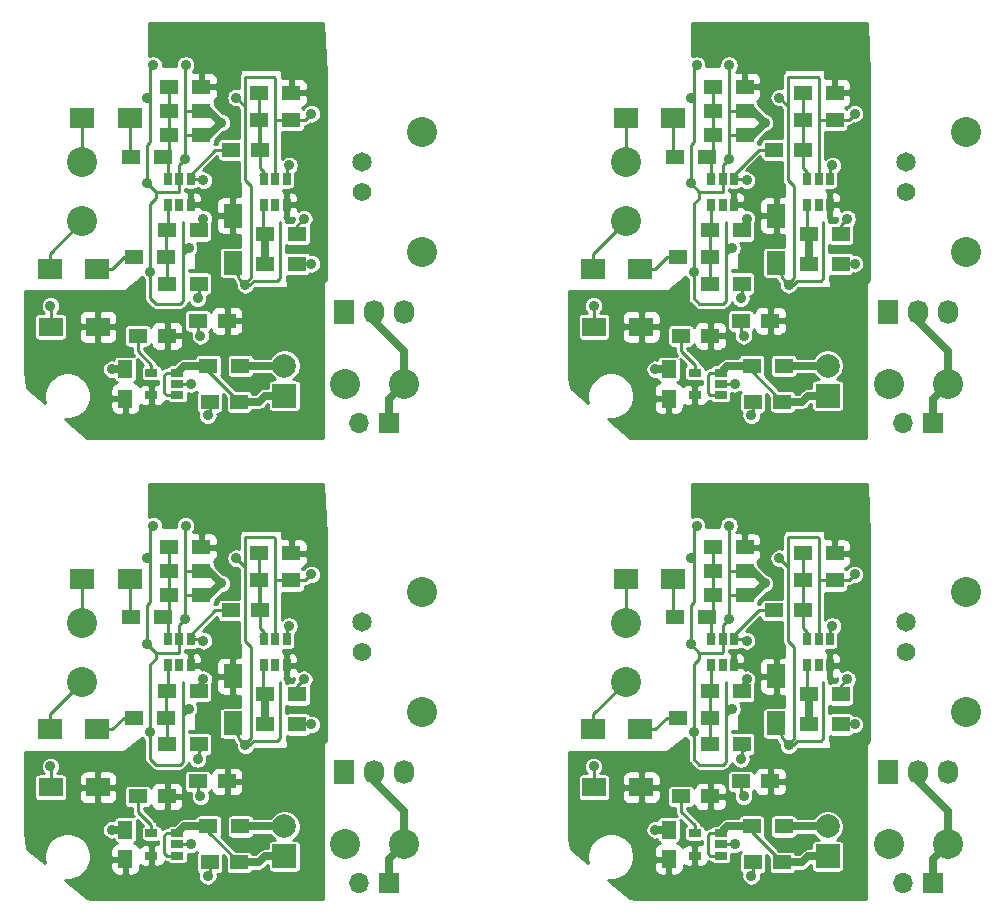
<source format=gtl>
%MOIN*%
%OFA0B0*%
%FSLAX46Y46*%
%IPPOS*%
%LPD*%
%ADD10R,0.07874015748031496X0.066929133858267723*%
%ADD11R,0.059055118110236227X0.049212598425196853*%
%ADD12R,0.049212598425196853X0.059055118110236227*%
%ADD13R,0.059055118110236227X0.051181102362204731*%
%ADD14C,0.1*%
%ADD15R,0.025590551181102365X0.041732283464566935*%
%ADD16R,0.041732283464566935X0.025590551181102365*%
%ADD17R,0.07874015748031496X0.07874015748031496*%
%ADD18C,0.07874015748031496*%
%ADD19C,0.062*%
%ADD20C,0.065*%
%ADD21R,0.068X0.08*%
%ADD22O,0.068X0.08*%
%ADD23R,0.07874015748031496X0.062992125984251982*%
%ADD24R,0.062992125984251982X0.07874015748031496*%
%ADD25R,0.066929133858267723X0.066929133858267723*%
%ADD26O,0.066929133858267723X0.066929133858267723*%
%ADD27C,0.035*%
%ADD28C,0.01*%
%ADD29C,0.025*%
%ADD30C,0.005905511811023622*%
%ADD41R,0.07874015748031496X0.066929133858267723*%
%ADD42R,0.059055118110236227X0.049212598425196853*%
%ADD43R,0.049212598425196853X0.059055118110236227*%
%ADD44R,0.059055118110236227X0.051181102362204731*%
%ADD45C,0.1*%
%ADD46R,0.025590551181102365X0.041732283464566935*%
%ADD47R,0.041732283464566935X0.025590551181102365*%
%ADD48R,0.07874015748031496X0.07874015748031496*%
%ADD49C,0.07874015748031496*%
%ADD50C,0.062*%
%ADD51C,0.065*%
%ADD52R,0.068X0.08*%
%ADD53O,0.068X0.08*%
%ADD54R,0.07874015748031496X0.062992125984251982*%
%ADD55R,0.062992125984251982X0.07874015748031496*%
%ADD56R,0.066929133858267723X0.066929133858267723*%
%ADD57O,0.066929133858267723X0.066929133858267723*%
%ADD58C,0.035*%
%ADD59C,0.01*%
%ADD60C,0.025*%
%ADD61C,0.005905511811023622*%
%ADD62R,0.07874015748031496X0.066929133858267723*%
%ADD63R,0.059055118110236227X0.049212598425196853*%
%ADD64R,0.049212598425196853X0.059055118110236227*%
%ADD65R,0.059055118110236227X0.051181102362204731*%
%ADD66C,0.1*%
%ADD67R,0.025590551181102365X0.041732283464566935*%
%ADD68R,0.041732283464566935X0.025590551181102365*%
%ADD69R,0.07874015748031496X0.07874015748031496*%
%ADD70C,0.07874015748031496*%
%ADD71C,0.062*%
%ADD72C,0.065*%
%ADD73R,0.068X0.08*%
%ADD74O,0.068X0.08*%
%ADD75R,0.07874015748031496X0.062992125984251982*%
%ADD76R,0.062992125984251982X0.07874015748031496*%
%ADD77R,0.066929133858267723X0.066929133858267723*%
%ADD78O,0.066929133858267723X0.066929133858267723*%
%ADD79C,0.035*%
%ADD80C,0.01*%
%ADD81C,0.025*%
%ADD82C,0.005905511811023622*%
%ADD83R,0.07874015748031496X0.066929133858267723*%
%ADD84R,0.059055118110236227X0.049212598425196853*%
%ADD85R,0.049212598425196853X0.059055118110236227*%
%ADD86R,0.059055118110236227X0.051181102362204731*%
%ADD87C,0.1*%
%ADD88R,0.025590551181102365X0.041732283464566935*%
%ADD89R,0.041732283464566935X0.025590551181102365*%
%ADD90R,0.07874015748031496X0.07874015748031496*%
%ADD91C,0.07874015748031496*%
%ADD92C,0.062*%
%ADD93C,0.065*%
%ADD94R,0.068X0.08*%
%ADD95O,0.068X0.08*%
%ADD96R,0.07874015748031496X0.062992125984251982*%
%ADD97R,0.062992125984251982X0.07874015748031496*%
%ADD98R,0.066929133858267723X0.066929133858267723*%
%ADD99O,0.066929133858267723X0.066929133858267723*%
%ADD100C,0.035*%
%ADD101C,0.01*%
%ADD102C,0.025*%
%ADD103C,0.005905511811023622*%
G01*
D10*
X0000000000Y0001417322D02*
X0000364173Y0001082677D03*
X0000206692Y0001082677D03*
X0000255905Y0000580708D03*
X0000098425Y0000580708D03*
D11*
X0000799212Y0000977322D03*
X0000700787Y0000977322D03*
D12*
X0000350000Y0000148110D03*
X0000350000Y0000246535D03*
D11*
X0000689212Y0000407322D03*
X0000590787Y0000407322D03*
X0000729212Y0000137322D03*
X0000630787Y0000137322D03*
X0000489212Y0000357322D03*
X0000390787Y0000357322D03*
D13*
X0000476377Y0000954724D03*
X0000370078Y0000954724D03*
X0000486220Y0000620078D03*
X0000379921Y0000620078D03*
X0000496850Y0001027322D03*
X0000603149Y0001027322D03*
X0000496850Y0001107322D03*
X0000603149Y0001107322D03*
X0000594488Y0000531496D03*
X0000488188Y0000531496D03*
X0000488188Y0000708661D03*
X0000594488Y0000708661D03*
X0000496850Y0001187322D03*
X0000603149Y0001187322D03*
X0000796850Y0001077322D03*
X0000903149Y0001077322D03*
X0000796850Y0001167322D03*
X0000903149Y0001167322D03*
X0000816850Y0000697322D03*
X0000923149Y0000697322D03*
X0000923149Y0000597322D03*
X0000816850Y0000597322D03*
X0000626850Y0000257322D03*
X0000733149Y0000257322D03*
D14*
X0001280000Y0000197322D03*
X0001083149Y0000197322D03*
X0000206299Y0000738503D03*
X0000206299Y0000935354D03*
D15*
X0000567401Y0000880629D03*
X0000530000Y0000880629D03*
X0000492598Y0000880629D03*
X0000492598Y0000794015D03*
X0000567401Y0000794015D03*
X0000530000Y0000794015D03*
X0000887401Y0000880629D03*
X0000850000Y0000880629D03*
X0000812598Y0000880629D03*
X0000812598Y0000794015D03*
X0000887401Y0000794015D03*
X0000850000Y0000794015D03*
D16*
X0000523307Y0000159921D03*
X0000523307Y0000197322D03*
X0000523307Y0000234724D03*
X0000436692Y0000234724D03*
X0000436692Y0000159921D03*
D17*
X0000880000Y0000157322D03*
D18*
X0000880000Y0000257322D03*
D19*
X0001140000Y0000837322D03*
D20*
X0001140000Y0000937322D03*
D14*
X0001340000Y0001037322D03*
X0001340000Y0000637322D03*
D21*
X0001080000Y0000437322D03*
D22*
X0001180000Y0000437322D03*
X0001280000Y0000437322D03*
D23*
X0000258740Y0000387322D03*
X0000101259Y0000387322D03*
D24*
X0000708661Y0000757874D03*
X0000708661Y0000600393D03*
D25*
X0001230000Y0000067322D03*
D26*
X0001130000Y0000067322D03*
D27*
X0000718503Y0001151574D03*
X0000423228Y0001151574D03*
X0000561023Y0000649606D03*
X0000551181Y0001259842D03*
X0000442913Y0001259842D03*
X0000750000Y0000527322D03*
X0000423228Y0000866141D03*
X0000550000Y0000947322D03*
X0000433070Y0000570866D03*
X0000590551Y0000482283D03*
X0000670000Y0001067322D03*
X0000305118Y0000246062D03*
X0000600000Y0000357322D03*
X0000100000Y0000457322D03*
X0000570000Y0000197322D03*
X0000970000Y0001097322D03*
X0000970000Y0000597322D03*
X0000625000Y0000092322D03*
X0000610236Y0000748031D03*
X0000610236Y0000875984D03*
X0000944881Y0000748031D03*
X0000895669Y0000925196D03*
D28*
X0000603149Y0001027322D02*
X0000550000Y0001027322D01*
X0000603149Y0001107322D02*
X0000550000Y0001107322D01*
X0000903149Y0001077322D02*
X0000850000Y0001077322D01*
X0000748031Y0001023622D02*
X0000748031Y0001122047D01*
X0000748031Y0001122047D02*
X0000718503Y0001151574D01*
X0000433070Y0001122047D02*
X0000433070Y0001141732D01*
X0000433070Y0001141732D02*
X0000423228Y0001151574D01*
X0000541338Y0000629921D02*
X0000561023Y0000649606D01*
X0000541338Y0000521653D02*
X0000541338Y0000629921D01*
X0000550000Y0000947322D02*
X0000550000Y0001027322D01*
X0000550000Y0001027322D02*
X0000550000Y0001107322D01*
X0000550000Y0001107322D02*
X0000550000Y0001258661D01*
X0000550000Y0001258661D02*
X0000551181Y0001259842D01*
X0000433070Y0001003937D02*
X0000433070Y0001122047D01*
X0000433070Y0001122047D02*
X0000433070Y0001250000D01*
X0000423228Y0000866141D02*
X0000423228Y0000994094D01*
X0000423228Y0000994094D02*
X0000433070Y0001003937D01*
X0000433070Y0001250000D02*
X0000442913Y0001259842D01*
X0000750000Y0000527322D02*
X0000763543Y0000527322D01*
X0000866141Y0000551181D02*
X0000866141Y0000738188D01*
X0000856299Y0000541338D02*
X0000866141Y0000551181D01*
X0000777559Y0000541338D02*
X0000856299Y0000541338D01*
X0000763543Y0000527322D02*
X0000777559Y0000541338D01*
X0000750000Y0000527322D02*
X0000750000Y0000533464D01*
X0000730000Y0000547322D02*
X0000750000Y0000527322D01*
X0000708661Y0000600393D02*
X0000730000Y0000547322D01*
X0000767716Y0000856299D02*
X0000748031Y0000875984D01*
X0000767716Y0000551181D02*
X0000767716Y0000856299D01*
X0000750000Y0000533464D02*
X0000767716Y0000551181D01*
X0000850000Y0001216929D02*
X0000846456Y0001220472D01*
X0000850000Y0001077322D02*
X0000850000Y0001216929D01*
X0000748031Y0001220472D02*
X0000748031Y0001023622D01*
X0000846456Y0001220472D02*
X0000748031Y0001220472D01*
X0000748031Y0001023622D02*
X0000748031Y0000974409D01*
X0000748031Y0000974409D02*
X0000748031Y0000875984D01*
X0000850000Y0000880629D02*
X0000850000Y0000917322D01*
X0000850000Y0000917322D02*
X0000850000Y0001077322D01*
X0000530000Y0000927322D02*
X0000550000Y0000947322D01*
X0000530000Y0000880629D02*
X0000530000Y0000927322D01*
X0000433070Y0000570866D02*
X0000433070Y0000482283D01*
X0000452755Y0000816929D02*
X0000433070Y0000797244D01*
X0000433070Y0000797244D02*
X0000433070Y0000570866D01*
X0000452755Y0000836614D02*
X0000452755Y0000816929D01*
X0000541338Y0000472440D02*
X0000541338Y0000521653D01*
X0000541338Y0000521653D02*
X0000541338Y0000738188D01*
X0000531496Y0000462598D02*
X0000541338Y0000472440D01*
X0000501968Y0000462598D02*
X0000531496Y0000462598D01*
X0000452755Y0000462598D02*
X0000501968Y0000462598D01*
X0000433070Y0000482283D02*
X0000452755Y0000462598D01*
X0000530000Y0000880629D02*
X0000530000Y0000838110D01*
X0000452755Y0000836614D02*
X0000423228Y0000866141D01*
X0000528503Y0000836614D02*
X0000452755Y0000836614D01*
X0000530000Y0000838110D02*
X0000528503Y0000836614D01*
X0000594488Y0000531496D02*
X0000594488Y0000486220D01*
X0000594488Y0000486220D02*
X0000590551Y0000482283D01*
X0000603149Y0000514566D02*
X0000600393Y0000511811D01*
D29*
X0000603149Y0001107322D02*
X0000629999Y0001107322D01*
X0000629999Y0001107322D02*
X0000670000Y0001067322D01*
X0000603149Y0001027322D02*
X0000629999Y0001027322D01*
X0000629999Y0001027322D02*
X0000670000Y0001067322D01*
X0000350000Y0000246535D02*
X0000305590Y0000246535D01*
X0000305590Y0000246535D02*
X0000305118Y0000246062D01*
D28*
X0000590787Y0000407322D02*
X0000590787Y0000366535D01*
X0000590787Y0000366535D02*
X0000600000Y0000357322D01*
X0000101259Y0000387322D02*
X0000101259Y0000456062D01*
X0000101259Y0000456062D02*
X0000100000Y0000457322D01*
X0000523307Y0000197322D02*
X0000570000Y0000197322D01*
X0000350000Y0000246535D02*
X0000350000Y0000247322D01*
X0000903149Y0001077322D02*
X0000950000Y0001077322D01*
X0000950000Y0001077322D02*
X0000970000Y0001097322D01*
X0000629999Y0001027322D02*
X0000670000Y0001067322D01*
X0000629999Y0001107322D02*
X0000670000Y0001067322D01*
X0000923149Y0000597322D02*
X0000970000Y0000597322D01*
X0000630787Y0000137322D02*
X0000630787Y0000098110D01*
X0000630787Y0000098110D02*
X0000625000Y0000092322D01*
X0000887401Y0000794015D02*
X0000981023Y0000794015D01*
X0000981023Y0000794015D02*
X0000984251Y0000797244D01*
X0000364173Y0001082677D02*
X0000364173Y0000960629D01*
X0000364173Y0000960629D02*
X0000370078Y0000954724D01*
X0000379921Y0000620078D02*
X0000344488Y0000620078D01*
X0000305118Y0000580708D02*
X0000255905Y0000580708D01*
X0000344488Y0000620078D02*
X0000305118Y0000580708D01*
D29*
X0000626850Y0000257322D02*
X0000545905Y0000257322D01*
X0000545905Y0000257322D02*
X0000523307Y0000234724D01*
X0000880000Y0000157322D02*
X0000815000Y0000157322D01*
X0000815000Y0000157322D02*
X0000795000Y0000137322D01*
X0000795000Y0000137322D02*
X0000729212Y0000137322D01*
D28*
X0000545905Y0000257322D02*
X0000523307Y0000234724D01*
X0000523307Y0000159921D02*
X0000487401Y0000159921D01*
X0000487401Y0000159921D02*
X0000480000Y0000167322D01*
X0000480000Y0000167322D02*
X0000480000Y0000227322D01*
X0000480000Y0000227322D02*
X0000487401Y0000234724D01*
X0000487401Y0000234724D02*
X0000523307Y0000234724D01*
X0000729212Y0000137322D02*
X0000795000Y0000137322D01*
X0000795000Y0000137322D02*
X0000815000Y0000157322D01*
X0000626850Y0000257322D02*
X0000626850Y0000239685D01*
X0000626850Y0000239685D02*
X0000729212Y0000137322D01*
X0000436692Y0000234724D02*
X0000436692Y0000260629D01*
X0000390787Y0000306535D02*
X0000390787Y0000357322D01*
X0000436692Y0000260629D02*
X0000390787Y0000306535D01*
D29*
X0001230000Y0000067322D02*
X0001230000Y0000147322D01*
X0001230000Y0000147322D02*
X0001280000Y0000197322D01*
X0001180000Y0000437322D02*
X0001180000Y0000407322D01*
X0001180000Y0000407322D02*
X0001280000Y0000307322D01*
X0001280000Y0000307322D02*
X0001280000Y0000197322D01*
D28*
X0001180000Y0000437322D02*
X0001180000Y0000397322D01*
X0001280000Y0000197322D02*
X0001280000Y0000207322D01*
D29*
X0000733149Y0000257322D02*
X0000880000Y0000257322D01*
D28*
X0000206299Y0000935354D02*
X0000206299Y0001082283D01*
X0000206299Y0001082283D02*
X0000206692Y0001082677D01*
X0000098425Y0000580708D02*
X0000098425Y0000630629D01*
X0000098425Y0000630629D02*
X0000206299Y0000738503D01*
X0000796850Y0001077322D02*
X0000796850Y0000979685D01*
X0000796850Y0000979685D02*
X0000799212Y0000977322D01*
X0000812598Y0000880629D02*
X0000812598Y0000904724D01*
X0000799212Y0000918110D02*
X0000799212Y0001074960D01*
X0000812598Y0000904724D02*
X0000799212Y0000918110D01*
X0000799212Y0001074960D02*
X0000796850Y0001077322D01*
X0000796850Y0001077322D02*
X0000796850Y0001167322D01*
X0000800000Y0000893228D02*
X0000812598Y0000880629D01*
X0000567401Y0000880629D02*
X0000605590Y0000880629D01*
X0000610236Y0000748031D02*
X0000594488Y0000732283D01*
X0000605590Y0000880629D02*
X0000610236Y0000875984D01*
X0000594488Y0000732283D02*
X0000594488Y0000708661D01*
X0000567401Y0000880629D02*
X0000567401Y0000894724D01*
X0000567401Y0000894724D02*
X0000650000Y0000977322D01*
X0000650000Y0000977322D02*
X0000700787Y0000977322D01*
X0000567401Y0000880629D02*
X0000577244Y0000890472D01*
X0000567401Y0000880629D02*
X0000570000Y0000883228D01*
X0000492598Y0000794015D02*
X0000492598Y0000713070D01*
X0000492598Y0000713070D02*
X0000488188Y0000708661D01*
X0000486220Y0000620078D02*
X0000486220Y0000706692D01*
X0000486220Y0000706692D02*
X0000488188Y0000708661D01*
X0000488188Y0000531496D02*
X0000488188Y0000618110D01*
X0000488188Y0000618110D02*
X0000486220Y0000620078D01*
D29*
X0000816850Y0000697322D02*
X0000816850Y0000597322D01*
D28*
X0000816850Y0000697322D02*
X0000810000Y0000704173D01*
X0000810000Y0000704173D02*
X0000810000Y0000791417D01*
X0000810000Y0000791417D02*
X0000812598Y0000794015D01*
X0000923149Y0000726299D02*
X0000923149Y0000697322D01*
X0000944881Y0000748031D02*
X0000923149Y0000726299D01*
X0000887401Y0000880629D02*
X0000887401Y0000916929D01*
X0000887401Y0000916929D02*
X0000895669Y0000925196D01*
X0000496850Y0001187322D02*
X0000496850Y0001107322D01*
X0000496850Y0001107322D02*
X0000496850Y0001027322D01*
X0000496850Y0001027322D02*
X0000496850Y0000975196D01*
X0000496850Y0000975196D02*
X0000476377Y0000954724D01*
X0000492598Y0000880629D02*
X0000492598Y0000938503D01*
X0000492598Y0000938503D02*
X0000476377Y0000954724D01*
X0000500000Y0000888031D02*
X0000492598Y0000880629D01*
X0001018622Y0001230183D02*
X0001018622Y0000543409D01*
X0001010243Y0000535031D01*
X0001009622Y0000534273D01*
X0001009160Y0000533409D01*
X0001008875Y0000532471D01*
X0001008779Y0000531496D01*
X0001008779Y0000016968D01*
X0000236916Y0000016968D01*
X0000222218Y0000018176D01*
X0000148283Y0000079789D01*
X0000149798Y0000079488D01*
X0000165161Y0000079488D01*
X0000180229Y0000082485D01*
X0000194423Y0000088364D01*
X0000207197Y0000096899D01*
X0000218060Y0000107763D01*
X0000225290Y0000118582D01*
X0000300272Y0000118582D01*
X0000300755Y0000113681D01*
X0000302184Y0000108969D01*
X0000304506Y0000104626D01*
X0000307630Y0000100819D01*
X0000311437Y0000097695D01*
X0000315780Y0000095373D01*
X0000320492Y0000093944D01*
X0000325393Y0000093461D01*
X0000338750Y0000093582D01*
X0000345000Y0000099832D01*
X0000345000Y0000143110D01*
X0000306643Y0000143110D01*
X0000300393Y0000136860D01*
X0000300272Y0000118582D01*
X0000225290Y0000118582D01*
X0000226596Y0000120537D01*
X0000232475Y0000134730D01*
X0000235472Y0000149798D01*
X0000235472Y0000165161D01*
X0000232475Y0000180229D01*
X0000226596Y0000194423D01*
X0000218060Y0000207197D01*
X0000207197Y0000218060D01*
X0000194423Y0000226595D01*
X0000180229Y0000232475D01*
X0000165161Y0000235472D01*
X0000149798Y0000235472D01*
X0000134730Y0000232475D01*
X0000120537Y0000226595D01*
X0000107763Y0000218060D01*
X0000096899Y0000207197D01*
X0000088364Y0000194423D01*
X0000082485Y0000180229D01*
X0000079488Y0000165161D01*
X0000079488Y0000149798D01*
X0000082485Y0000134730D01*
X0000082554Y0000134563D01*
X0000023694Y0000183613D01*
X0000017946Y0000215885D01*
X0000016968Y0000236620D01*
X0000016968Y0000249263D01*
X0000272618Y0000249263D01*
X0000272618Y0000242862D01*
X0000273867Y0000236583D01*
X0000276317Y0000230668D01*
X0000279873Y0000225345D01*
X0000284400Y0000220818D01*
X0000289723Y0000217261D01*
X0000295638Y0000214811D01*
X0000301917Y0000213562D01*
X0000308319Y0000213562D01*
X0000310624Y0000214021D01*
X0000311468Y0000211239D01*
X0000312861Y0000208633D01*
X0000314735Y0000206349D01*
X0000317019Y0000204475D01*
X0000319625Y0000203082D01*
X0000321845Y0000202409D01*
X0000320492Y0000202276D01*
X0000315780Y0000200846D01*
X0000311437Y0000198525D01*
X0000307630Y0000195400D01*
X0000304506Y0000191594D01*
X0000302184Y0000187251D01*
X0000300755Y0000182538D01*
X0000300272Y0000177637D01*
X0000300393Y0000159360D01*
X0000306643Y0000153110D01*
X0000345000Y0000153110D01*
X0000345000Y0000153897D01*
X0000355000Y0000153897D01*
X0000355000Y0000153110D01*
X0000355787Y0000153110D01*
X0000355787Y0000143110D01*
X0000355000Y0000143110D01*
X0000355000Y0000099832D01*
X0000361250Y0000093582D01*
X0000374606Y0000093461D01*
X0000379507Y0000093944D01*
X0000384219Y0000095373D01*
X0000388562Y0000097695D01*
X0000392369Y0000100819D01*
X0000395493Y0000104626D01*
X0000397815Y0000108969D01*
X0000399244Y0000113681D01*
X0000399727Y0000118582D01*
X0000399664Y0000128048D01*
X0000401870Y0000126238D01*
X0000406213Y0000123917D01*
X0000410925Y0000122487D01*
X0000415826Y0000122005D01*
X0000425442Y0000122125D01*
X0000431692Y0000128375D01*
X0000431692Y0000154921D01*
X0000430905Y0000154921D01*
X0000430905Y0000164921D01*
X0000431692Y0000164921D01*
X0000431692Y0000191466D01*
X0000425442Y0000197716D01*
X0000415826Y0000197837D01*
X0000410925Y0000197354D01*
X0000406213Y0000195925D01*
X0000401870Y0000193603D01*
X0000398063Y0000190479D01*
X0000396868Y0000189022D01*
X0000395493Y0000191594D01*
X0000392369Y0000195400D01*
X0000388562Y0000198525D01*
X0000384219Y0000200846D01*
X0000379507Y0000202276D01*
X0000378154Y0000202409D01*
X0000380374Y0000203082D01*
X0000382980Y0000204475D01*
X0000385264Y0000206349D01*
X0000387138Y0000208633D01*
X0000388531Y0000211239D01*
X0000389389Y0000214067D01*
X0000389678Y0000217007D01*
X0000389678Y0000276062D01*
X0000389389Y0000279003D01*
X0000389108Y0000279930D01*
X0000408452Y0000260586D01*
X0000407452Y0000260052D01*
X0000405168Y0000258177D01*
X0000403294Y0000255893D01*
X0000401901Y0000253287D01*
X0000401043Y0000250460D01*
X0000400754Y0000247519D01*
X0000400754Y0000221929D01*
X0000401043Y0000218988D01*
X0000401901Y0000216161D01*
X0000403294Y0000213555D01*
X0000405168Y0000211271D01*
X0000407452Y0000209396D01*
X0000410058Y0000208003D01*
X0000412886Y0000207146D01*
X0000415826Y0000206856D01*
X0000457559Y0000206856D01*
X0000460000Y0000207096D01*
X0000460000Y0000197597D01*
X0000457559Y0000197837D01*
X0000447942Y0000197716D01*
X0000441692Y0000191466D01*
X0000441692Y0000164921D01*
X0000442480Y0000164921D01*
X0000442480Y0000154921D01*
X0000441692Y0000154921D01*
X0000441692Y0000128375D01*
X0000447942Y0000122125D01*
X0000457559Y0000122005D01*
X0000462459Y0000122487D01*
X0000467172Y0000123917D01*
X0000471515Y0000126238D01*
X0000475322Y0000129362D01*
X0000478446Y0000133169D01*
X0000480767Y0000137512D01*
X0000481745Y0000140736D01*
X0000483480Y0000140210D01*
X0000486419Y0000139921D01*
X0000486419Y0000139921D01*
X0000487401Y0000139824D01*
X0000488383Y0000139921D01*
X0000489283Y0000139921D01*
X0000489908Y0000138752D01*
X0000491783Y0000136468D01*
X0000494067Y0000134593D01*
X0000496672Y0000133200D01*
X0000499500Y0000132343D01*
X0000502440Y0000132053D01*
X0000544173Y0000132053D01*
X0000547113Y0000132343D01*
X0000549941Y0000133200D01*
X0000552547Y0000134593D01*
X0000554831Y0000136468D01*
X0000556705Y0000138752D01*
X0000558098Y0000141357D01*
X0000558956Y0000144185D01*
X0000559245Y0000147125D01*
X0000559245Y0000166599D01*
X0000560520Y0000166071D01*
X0000566799Y0000164822D01*
X0000573200Y0000164822D01*
X0000579479Y0000166071D01*
X0000585394Y0000168521D01*
X0000589537Y0000171289D01*
X0000588727Y0000170302D01*
X0000587334Y0000167697D01*
X0000586476Y0000164869D01*
X0000586187Y0000161929D01*
X0000586187Y0000112716D01*
X0000586476Y0000109776D01*
X0000587334Y0000106948D01*
X0000588727Y0000104342D01*
X0000590601Y0000102058D01*
X0000592885Y0000100184D01*
X0000593375Y0000099922D01*
X0000592500Y0000095523D01*
X0000592500Y0000089121D01*
X0000593748Y0000082842D01*
X0000596198Y0000076928D01*
X0000599755Y0000071605D01*
X0000604282Y0000067078D01*
X0000609605Y0000063521D01*
X0000615520Y0000061071D01*
X0000621799Y0000059822D01*
X0000628200Y0000059822D01*
X0000634479Y0000061071D01*
X0000640394Y0000063521D01*
X0000645717Y0000067078D01*
X0000650244Y0000071605D01*
X0000653801Y0000076928D01*
X0000656251Y0000082842D01*
X0000657500Y0000089121D01*
X0000657500Y0000095523D01*
X0000657078Y0000097643D01*
X0000660314Y0000097643D01*
X0000663255Y0000097933D01*
X0000666082Y0000098791D01*
X0000668688Y0000100184D01*
X0000670972Y0000102058D01*
X0000672847Y0000104342D01*
X0000674240Y0000106948D01*
X0000675097Y0000109776D01*
X0000675387Y0000112716D01*
X0000675387Y0000161929D01*
X0000675285Y0000162965D01*
X0000684612Y0000153638D01*
X0000684612Y0000112716D01*
X0000684902Y0000109776D01*
X0000685759Y0000106948D01*
X0000687152Y0000104342D01*
X0000689027Y0000102058D01*
X0000691311Y0000100184D01*
X0000693917Y0000098791D01*
X0000696744Y0000097933D01*
X0000699685Y0000097643D01*
X0000758740Y0000097643D01*
X0000761680Y0000097933D01*
X0000764508Y0000098791D01*
X0000767114Y0000100184D01*
X0000769398Y0000102058D01*
X0000771272Y0000104342D01*
X0000772665Y0000106948D01*
X0000773523Y0000109776D01*
X0000773527Y0000109822D01*
X0000793649Y0000109822D01*
X0000795000Y0000109689D01*
X0000796350Y0000109822D01*
X0000796350Y0000109822D01*
X0000800390Y0000110220D01*
X0000805574Y0000111793D01*
X0000810352Y0000114346D01*
X0000814539Y0000117783D01*
X0000815400Y0000118832D01*
X0000825557Y0000128989D01*
X0000825557Y0000117952D01*
X0000825846Y0000115012D01*
X0000826704Y0000112184D01*
X0000828097Y0000109578D01*
X0000829972Y0000107294D01*
X0000832256Y0000105420D01*
X0000834861Y0000104027D01*
X0000837689Y0000103169D01*
X0000840629Y0000102880D01*
X0000919370Y0000102880D01*
X0000922310Y0000103169D01*
X0000925138Y0000104027D01*
X0000927743Y0000105420D01*
X0000930027Y0000107294D01*
X0000931902Y0000109578D01*
X0000933295Y0000112184D01*
X0000934153Y0000115012D01*
X0000934442Y0000117952D01*
X0000934442Y0000196692D01*
X0000934153Y0000199633D01*
X0000933295Y0000202460D01*
X0000931902Y0000205066D01*
X0000930027Y0000207350D01*
X0000927743Y0000209225D01*
X0000925138Y0000210618D01*
X0000922310Y0000211475D01*
X0000919370Y0000211765D01*
X0000909682Y0000211765D01*
X0000914658Y0000215090D01*
X0000922232Y0000222663D01*
X0000928182Y0000231568D01*
X0000932280Y0000241463D01*
X0000934370Y0000251967D01*
X0000934370Y0000262677D01*
X0000932280Y0000273181D01*
X0000928182Y0000283076D01*
X0000922232Y0000291981D01*
X0000914658Y0000299554D01*
X0000905753Y0000305504D01*
X0000895859Y0000309603D01*
X0000885355Y0000311692D01*
X0000874645Y0000311692D01*
X0000864140Y0000309603D01*
X0000854246Y0000305504D01*
X0000845341Y0000299554D01*
X0000837767Y0000291981D01*
X0000832984Y0000284822D01*
X0000777561Y0000284822D01*
X0000777460Y0000285853D01*
X0000776602Y0000288681D01*
X0000775209Y0000291287D01*
X0000773335Y0000293571D01*
X0000771051Y0000295445D01*
X0000768445Y0000296838D01*
X0000765617Y0000297696D01*
X0000762677Y0000297985D01*
X0000703622Y0000297985D01*
X0000700681Y0000297696D01*
X0000697854Y0000296838D01*
X0000695248Y0000295445D01*
X0000692964Y0000293571D01*
X0000691089Y0000291287D01*
X0000689696Y0000288681D01*
X0000688839Y0000285853D01*
X0000688549Y0000282913D01*
X0000688549Y0000231732D01*
X0000688839Y0000228791D01*
X0000689696Y0000225964D01*
X0000691089Y0000223358D01*
X0000692964Y0000221074D01*
X0000695248Y0000219199D01*
X0000697854Y0000217807D01*
X0000700681Y0000216949D01*
X0000703622Y0000216659D01*
X0000762677Y0000216659D01*
X0000765617Y0000216949D01*
X0000768445Y0000217807D01*
X0000771051Y0000219199D01*
X0000773335Y0000221074D01*
X0000775209Y0000223358D01*
X0000776602Y0000225964D01*
X0000777460Y0000228791D01*
X0000777561Y0000229822D01*
X0000832984Y0000229822D01*
X0000837767Y0000222663D01*
X0000845341Y0000215090D01*
X0000850317Y0000211765D01*
X0000840629Y0000211765D01*
X0000837689Y0000211475D01*
X0000834861Y0000210618D01*
X0000832256Y0000209225D01*
X0000829972Y0000207350D01*
X0000828097Y0000205066D01*
X0000826704Y0000202460D01*
X0000825846Y0000199633D01*
X0000825557Y0000196692D01*
X0000825557Y0000184822D01*
X0000816350Y0000184822D01*
X0000814999Y0000184955D01*
X0000813649Y0000184822D01*
X0000813649Y0000184822D01*
X0000809609Y0000184424D01*
X0000804425Y0000182852D01*
X0000804425Y0000182852D01*
X0000799647Y0000180298D01*
X0000796509Y0000177723D01*
X0000795460Y0000176862D01*
X0000794599Y0000175813D01*
X0000783609Y0000164822D01*
X0000773527Y0000164822D01*
X0000773523Y0000164869D01*
X0000772665Y0000167697D01*
X0000771272Y0000170302D01*
X0000769398Y0000172587D01*
X0000767114Y0000174461D01*
X0000764508Y0000175854D01*
X0000761680Y0000176712D01*
X0000758740Y0000177001D01*
X0000717818Y0000177001D01*
X0000669798Y0000225020D01*
X0000670303Y0000225964D01*
X0000671160Y0000228791D01*
X0000671450Y0000231732D01*
X0000671450Y0000282913D01*
X0000671160Y0000285853D01*
X0000670303Y0000288681D01*
X0000668910Y0000291287D01*
X0000667035Y0000293571D01*
X0000664751Y0000295445D01*
X0000662145Y0000296838D01*
X0000659318Y0000297696D01*
X0000656377Y0000297985D01*
X0000597322Y0000297985D01*
X0000594382Y0000297696D01*
X0000591554Y0000296838D01*
X0000588948Y0000295445D01*
X0000586664Y0000293571D01*
X0000584790Y0000291287D01*
X0000583397Y0000288681D01*
X0000582539Y0000285853D01*
X0000582438Y0000284822D01*
X0000547255Y0000284822D01*
X0000545905Y0000284955D01*
X0000544555Y0000284822D01*
X0000544554Y0000284822D01*
X0000540514Y0000284424D01*
X0000535330Y0000282852D01*
X0000531353Y0000280726D01*
X0000530553Y0000280298D01*
X0000527415Y0000277723D01*
X0000527415Y0000277723D01*
X0000526366Y0000276862D01*
X0000525505Y0000275813D01*
X0000512284Y0000262592D01*
X0000502440Y0000262592D01*
X0000499500Y0000262302D01*
X0000496672Y0000261444D01*
X0000494067Y0000260052D01*
X0000491783Y0000258177D01*
X0000489908Y0000255893D01*
X0000489283Y0000254724D01*
X0000488383Y0000254724D01*
X0000487401Y0000254821D01*
X0000486419Y0000254724D01*
X0000486419Y0000254724D01*
X0000483480Y0000254434D01*
X0000479710Y0000253291D01*
X0000476236Y0000251434D01*
X0000473191Y0000248934D01*
X0000472567Y0000248174D01*
X0000472342Y0000250460D01*
X0000471484Y0000253287D01*
X0000470091Y0000255893D01*
X0000468216Y0000258177D01*
X0000465932Y0000260052D01*
X0000463327Y0000261444D01*
X0000460499Y0000262302D01*
X0000457559Y0000262592D01*
X0000456596Y0000262592D01*
X0000456403Y0000264550D01*
X0000455259Y0000268320D01*
X0000453663Y0000271307D01*
X0000453402Y0000271795D01*
X0000451529Y0000274077D01*
X0000450903Y0000274840D01*
X0000450140Y0000275466D01*
X0000410787Y0000314819D01*
X0000410787Y0000317643D01*
X0000420314Y0000317643D01*
X0000423255Y0000317933D01*
X0000426082Y0000318791D01*
X0000428688Y0000320184D01*
X0000430972Y0000322058D01*
X0000432847Y0000324342D01*
X0000434240Y0000326948D01*
X0000434913Y0000329168D01*
X0000435046Y0000327815D01*
X0000436476Y0000323103D01*
X0000438797Y0000318760D01*
X0000441921Y0000314953D01*
X0000445728Y0000311829D01*
X0000450071Y0000309507D01*
X0000454784Y0000308078D01*
X0000459685Y0000307595D01*
X0000477962Y0000307716D01*
X0000484212Y0000313966D01*
X0000484212Y0000352322D01*
X0000494212Y0000352322D01*
X0000494212Y0000313966D01*
X0000500462Y0000307716D01*
X0000518740Y0000307595D01*
X0000523641Y0000308078D01*
X0000528353Y0000309507D01*
X0000532696Y0000311829D01*
X0000536503Y0000314953D01*
X0000539627Y0000318760D01*
X0000541948Y0000323103D01*
X0000543378Y0000327815D01*
X0000543861Y0000332716D01*
X0000543740Y0000346072D01*
X0000537490Y0000352322D01*
X0000494212Y0000352322D01*
X0000484212Y0000352322D01*
X0000483425Y0000352322D01*
X0000483425Y0000362322D01*
X0000484212Y0000362322D01*
X0000484212Y0000400679D01*
X0000494212Y0000400679D01*
X0000494212Y0000362322D01*
X0000537490Y0000362322D01*
X0000543740Y0000368572D01*
X0000543861Y0000381929D01*
X0000543378Y0000386830D01*
X0000541948Y0000391542D01*
X0000539627Y0000395885D01*
X0000536503Y0000399692D01*
X0000532696Y0000402816D01*
X0000528353Y0000405137D01*
X0000523641Y0000406567D01*
X0000518740Y0000407050D01*
X0000500462Y0000406929D01*
X0000494212Y0000400679D01*
X0000484212Y0000400679D01*
X0000477962Y0000406929D01*
X0000459685Y0000407050D01*
X0000454784Y0000406567D01*
X0000450071Y0000405137D01*
X0000445728Y0000402816D01*
X0000441921Y0000399692D01*
X0000438797Y0000395885D01*
X0000436476Y0000391542D01*
X0000435046Y0000386830D01*
X0000434913Y0000385477D01*
X0000434240Y0000387697D01*
X0000432847Y0000390302D01*
X0000430972Y0000392587D01*
X0000428688Y0000394461D01*
X0000426082Y0000395854D01*
X0000423255Y0000396712D01*
X0000420314Y0000397001D01*
X0000361259Y0000397001D01*
X0000358319Y0000396712D01*
X0000355491Y0000395854D01*
X0000352885Y0000394461D01*
X0000350601Y0000392587D01*
X0000348727Y0000390302D01*
X0000347334Y0000387697D01*
X0000346476Y0000384869D01*
X0000346187Y0000381929D01*
X0000346187Y0000332716D01*
X0000346476Y0000329776D01*
X0000347334Y0000326948D01*
X0000348727Y0000324342D01*
X0000350601Y0000322058D01*
X0000352885Y0000320184D01*
X0000355491Y0000318791D01*
X0000358319Y0000317933D01*
X0000361259Y0000317643D01*
X0000370787Y0000317643D01*
X0000370787Y0000307517D01*
X0000370690Y0000306535D01*
X0000370787Y0000305553D01*
X0000370787Y0000305553D01*
X0000371076Y0000302614D01*
X0000372220Y0000298844D01*
X0000374077Y0000295370D01*
X0000376576Y0000292324D01*
X0000377339Y0000291698D01*
X0000378473Y0000290564D01*
X0000377546Y0000290845D01*
X0000374606Y0000291135D01*
X0000325393Y0000291135D01*
X0000322453Y0000290845D01*
X0000319625Y0000289988D01*
X0000317019Y0000288595D01*
X0000314735Y0000286720D01*
X0000312861Y0000284436D01*
X0000311468Y0000281831D01*
X0000310610Y0000279003D01*
X0000310524Y0000278124D01*
X0000308319Y0000278562D01*
X0000301917Y0000278562D01*
X0000295638Y0000277314D01*
X0000289723Y0000274864D01*
X0000284400Y0000271307D01*
X0000279873Y0000266780D01*
X0000276317Y0000261457D01*
X0000273867Y0000255542D01*
X0000272618Y0000249263D01*
X0000016968Y0000249263D01*
X0000016968Y0000418818D01*
X0000046817Y0000418818D01*
X0000046817Y0000355826D01*
X0000047106Y0000352886D01*
X0000047964Y0000350058D01*
X0000049357Y0000347452D01*
X0000051231Y0000345168D01*
X0000053515Y0000343294D01*
X0000056121Y0000341901D01*
X0000058949Y0000341043D01*
X0000061889Y0000340754D01*
X0000140629Y0000340754D01*
X0000143570Y0000341043D01*
X0000146397Y0000341901D01*
X0000149003Y0000343294D01*
X0000151287Y0000345168D01*
X0000153162Y0000347452D01*
X0000154555Y0000350058D01*
X0000155412Y0000352886D01*
X0000155702Y0000355826D01*
X0000194249Y0000355826D01*
X0000194731Y0000350925D01*
X0000196161Y0000346213D01*
X0000198482Y0000341870D01*
X0000201606Y0000338063D01*
X0000205413Y0000334939D01*
X0000209756Y0000332618D01*
X0000214469Y0000331188D01*
X0000219370Y0000330705D01*
X0000247490Y0000330826D01*
X0000253740Y0000337076D01*
X0000253740Y0000382322D01*
X0000263740Y0000382322D01*
X0000263740Y0000337076D01*
X0000269990Y0000330826D01*
X0000298110Y0000330705D01*
X0000303011Y0000331188D01*
X0000307723Y0000332618D01*
X0000312066Y0000334939D01*
X0000315873Y0000338063D01*
X0000318997Y0000341870D01*
X0000321318Y0000346213D01*
X0000322748Y0000350925D01*
X0000323231Y0000355826D01*
X0000323110Y0000376072D01*
X0000316860Y0000382322D01*
X0000263740Y0000382322D01*
X0000253740Y0000382322D01*
X0000200620Y0000382322D01*
X0000194370Y0000376072D01*
X0000194249Y0000355826D01*
X0000155702Y0000355826D01*
X0000155702Y0000418818D01*
X0000194249Y0000418818D01*
X0000194370Y0000398572D01*
X0000200620Y0000392322D01*
X0000253740Y0000392322D01*
X0000253740Y0000437568D01*
X0000263740Y0000437568D01*
X0000263740Y0000392322D01*
X0000316860Y0000392322D01*
X0000323110Y0000398572D01*
X0000323231Y0000418818D01*
X0000322748Y0000423719D01*
X0000321318Y0000428432D01*
X0000319449Y0000431929D01*
X0000546187Y0000431929D01*
X0000546187Y0000382716D01*
X0000546476Y0000379776D01*
X0000547334Y0000376948D01*
X0000548727Y0000374342D01*
X0000550601Y0000372058D01*
X0000552885Y0000370184D01*
X0000555491Y0000368791D01*
X0000558319Y0000367933D01*
X0000561259Y0000367643D01*
X0000569097Y0000367643D01*
X0000568748Y0000366802D01*
X0000567500Y0000360523D01*
X0000567500Y0000354121D01*
X0000568748Y0000347842D01*
X0000571198Y0000341928D01*
X0000574755Y0000336605D01*
X0000579282Y0000332078D01*
X0000584605Y0000328521D01*
X0000590520Y0000326071D01*
X0000596799Y0000324822D01*
X0000603200Y0000324822D01*
X0000609479Y0000326071D01*
X0000615394Y0000328521D01*
X0000620717Y0000332078D01*
X0000625244Y0000336605D01*
X0000628801Y0000341928D01*
X0000631251Y0000347842D01*
X0000632500Y0000354121D01*
X0000632500Y0000360523D01*
X0000631251Y0000366802D01*
X0000629555Y0000370895D01*
X0000630972Y0000372058D01*
X0000632847Y0000374342D01*
X0000634240Y0000376948D01*
X0000634913Y0000379168D01*
X0000635046Y0000377815D01*
X0000636476Y0000373103D01*
X0000638797Y0000368760D01*
X0000641921Y0000364953D01*
X0000645728Y0000361829D01*
X0000650071Y0000359507D01*
X0000654784Y0000358078D01*
X0000659685Y0000357595D01*
X0000677962Y0000357716D01*
X0000684212Y0000363966D01*
X0000684212Y0000402322D01*
X0000694212Y0000402322D01*
X0000694212Y0000363966D01*
X0000700462Y0000357716D01*
X0000718740Y0000357595D01*
X0000723641Y0000358078D01*
X0000728353Y0000359507D01*
X0000732696Y0000361829D01*
X0000736503Y0000364953D01*
X0000739627Y0000368760D01*
X0000741948Y0000373103D01*
X0000743378Y0000377815D01*
X0000743861Y0000382716D01*
X0000743740Y0000396072D01*
X0000737490Y0000402322D01*
X0000694212Y0000402322D01*
X0000684212Y0000402322D01*
X0000683425Y0000402322D01*
X0000683425Y0000412322D01*
X0000684212Y0000412322D01*
X0000684212Y0000450679D01*
X0000694212Y0000450679D01*
X0000694212Y0000412322D01*
X0000737490Y0000412322D01*
X0000743740Y0000418572D01*
X0000743861Y0000431929D01*
X0000743378Y0000436830D01*
X0000741948Y0000441542D01*
X0000739627Y0000445885D01*
X0000736503Y0000449692D01*
X0000732696Y0000452816D01*
X0000728353Y0000455137D01*
X0000723641Y0000456567D01*
X0000718740Y0000457050D01*
X0000700462Y0000456929D01*
X0000694212Y0000450679D01*
X0000684212Y0000450679D01*
X0000677962Y0000456929D01*
X0000659685Y0000457050D01*
X0000654784Y0000456567D01*
X0000650071Y0000455137D01*
X0000645728Y0000452816D01*
X0000641921Y0000449692D01*
X0000638797Y0000445885D01*
X0000636476Y0000441542D01*
X0000635046Y0000436830D01*
X0000634913Y0000435477D01*
X0000634240Y0000437697D01*
X0000632847Y0000440302D01*
X0000630972Y0000442587D01*
X0000628688Y0000444461D01*
X0000626082Y0000445854D01*
X0000623255Y0000446712D01*
X0000620314Y0000447001D01*
X0000561259Y0000447001D01*
X0000558319Y0000446712D01*
X0000555491Y0000445854D01*
X0000552885Y0000444461D01*
X0000550601Y0000442587D01*
X0000548727Y0000440302D01*
X0000547334Y0000437697D01*
X0000546476Y0000434869D01*
X0000546187Y0000431929D01*
X0000319449Y0000431929D01*
X0000318997Y0000432775D01*
X0000315873Y0000436582D01*
X0000312066Y0000439706D01*
X0000307723Y0000442027D01*
X0000303011Y0000443457D01*
X0000298110Y0000443939D01*
X0000269990Y0000443818D01*
X0000263740Y0000437568D01*
X0000253740Y0000437568D01*
X0000247490Y0000443818D01*
X0000219370Y0000443939D01*
X0000214469Y0000443457D01*
X0000209756Y0000442027D01*
X0000205413Y0000439706D01*
X0000201606Y0000436582D01*
X0000198482Y0000432775D01*
X0000196161Y0000428432D01*
X0000194731Y0000423719D01*
X0000194249Y0000418818D01*
X0000155702Y0000418818D01*
X0000155412Y0000421759D01*
X0000154555Y0000424586D01*
X0000153162Y0000427192D01*
X0000151287Y0000429476D01*
X0000149003Y0000431351D01*
X0000146397Y0000432744D01*
X0000143570Y0000433601D01*
X0000140629Y0000433891D01*
X0000122530Y0000433891D01*
X0000125244Y0000436605D01*
X0000128801Y0000441928D01*
X0000131251Y0000447842D01*
X0000132500Y0000454121D01*
X0000132500Y0000460523D01*
X0000131251Y0000466802D01*
X0000128801Y0000472717D01*
X0000125244Y0000478040D01*
X0000120717Y0000482567D01*
X0000115394Y0000486123D01*
X0000109479Y0000488573D01*
X0000103200Y0000489822D01*
X0000096799Y0000489822D01*
X0000090520Y0000488573D01*
X0000084605Y0000486123D01*
X0000079282Y0000482567D01*
X0000074755Y0000478040D01*
X0000071198Y0000472717D01*
X0000068748Y0000466802D01*
X0000067500Y0000460523D01*
X0000067500Y0000454121D01*
X0000068748Y0000447842D01*
X0000071198Y0000441928D01*
X0000074755Y0000436605D01*
X0000077469Y0000433891D01*
X0000061889Y0000433891D01*
X0000058949Y0000433601D01*
X0000056121Y0000432744D01*
X0000053515Y0000431351D01*
X0000051231Y0000429476D01*
X0000049357Y0000427192D01*
X0000047964Y0000424586D01*
X0000047106Y0000421759D01*
X0000046817Y0000418818D01*
X0000016968Y0000418818D01*
X0000016968Y0000506811D01*
X0000344488Y0000506811D01*
X0000345813Y0000506989D01*
X0000346728Y0000507341D01*
X0000347557Y0000507864D01*
X0000405807Y0000553169D01*
X0000407826Y0000550148D01*
X0000412353Y0000545621D01*
X0000413070Y0000545142D01*
X0000413070Y0000483265D01*
X0000412974Y0000482283D01*
X0000413186Y0000480131D01*
X0000413360Y0000478362D01*
X0000414028Y0000476159D01*
X0000414503Y0000474592D01*
X0000416361Y0000471118D01*
X0000418234Y0000468835D01*
X0000418860Y0000468072D01*
X0000419623Y0000467446D01*
X0000437919Y0000449150D01*
X0000438545Y0000448387D01*
X0000441590Y0000445888D01*
X0000445065Y0000444031D01*
X0000448835Y0000442887D01*
X0000451773Y0000442598D01*
X0000451773Y0000442598D01*
X0000452755Y0000442501D01*
X0000453737Y0000442598D01*
X0000530514Y0000442598D01*
X0000531496Y0000442501D01*
X0000532478Y0000442598D01*
X0000532478Y0000442598D01*
X0000535416Y0000442887D01*
X0000539186Y0000444031D01*
X0000542661Y0000445888D01*
X0000545706Y0000448387D01*
X0000546332Y0000449150D01*
X0000554786Y0000457604D01*
X0000555549Y0000458230D01*
X0000558048Y0000461275D01*
X0000559905Y0000464750D01*
X0000561049Y0000468520D01*
X0000561054Y0000468569D01*
X0000561750Y0000466888D01*
X0000565306Y0000461565D01*
X0000569833Y0000457039D01*
X0000575156Y0000453482D01*
X0000581071Y0000451032D01*
X0000587350Y0000449783D01*
X0000593752Y0000449783D01*
X0000600031Y0000451032D01*
X0000605945Y0000453482D01*
X0000611268Y0000457039D01*
X0000615795Y0000461565D01*
X0000619352Y0000466888D01*
X0000621802Y0000472803D01*
X0000623051Y0000479082D01*
X0000623051Y0000485484D01*
X0000621987Y0000490832D01*
X0000624015Y0000490832D01*
X0000626956Y0000491122D01*
X0000629783Y0000491980D01*
X0000632389Y0000493373D01*
X0000634673Y0000495247D01*
X0000636548Y0000497531D01*
X0000637940Y0000500137D01*
X0000638798Y0000502964D01*
X0000639088Y0000505905D01*
X0000639088Y0000557086D01*
X0000638798Y0000560027D01*
X0000637940Y0000562854D01*
X0000636548Y0000565460D01*
X0000634673Y0000567744D01*
X0000632389Y0000569618D01*
X0000629783Y0000571011D01*
X0000626956Y0000571869D01*
X0000624015Y0000572159D01*
X0000564960Y0000572159D01*
X0000562020Y0000571869D01*
X0000561338Y0000571662D01*
X0000561338Y0000575708D01*
X0000580708Y0000575708D01*
X0000581684Y0000575804D01*
X0000582622Y0000576089D01*
X0000583486Y0000576551D01*
X0000584244Y0000577173D01*
X0000584866Y0000577930D01*
X0000585328Y0000578795D01*
X0000585612Y0000579733D01*
X0000585708Y0000580708D01*
X0000585708Y0000628329D01*
X0000586268Y0000628888D01*
X0000589824Y0000634211D01*
X0000592274Y0000640126D01*
X0000593523Y0000646405D01*
X0000593523Y0000652807D01*
X0000592274Y0000659086D01*
X0000589824Y0000665000D01*
X0000587821Y0000667998D01*
X0000624015Y0000667998D01*
X0000626956Y0000668287D01*
X0000629783Y0000669145D01*
X0000632389Y0000670538D01*
X0000634673Y0000672412D01*
X0000636548Y0000674697D01*
X0000637940Y0000677302D01*
X0000638798Y0000680130D01*
X0000639088Y0000683070D01*
X0000639088Y0000718503D01*
X0000652044Y0000718503D01*
X0000652527Y0000713603D01*
X0000653956Y0000708890D01*
X0000656278Y0000704547D01*
X0000659402Y0000700740D01*
X0000663208Y0000697616D01*
X0000667551Y0000695295D01*
X0000672264Y0000693865D01*
X0000677165Y0000693382D01*
X0000697411Y0000693503D01*
X0000703661Y0000699753D01*
X0000703661Y0000752874D01*
X0000658415Y0000752874D01*
X0000652165Y0000746624D01*
X0000652044Y0000718503D01*
X0000639088Y0000718503D01*
X0000639088Y0000732760D01*
X0000641487Y0000738551D01*
X0000642736Y0000744830D01*
X0000642736Y0000751232D01*
X0000641487Y0000757511D01*
X0000639037Y0000763426D01*
X0000635480Y0000768749D01*
X0000630953Y0000773275D01*
X0000625630Y0000776832D01*
X0000619716Y0000779282D01*
X0000613437Y0000780531D01*
X0000607035Y0000780531D01*
X0000605229Y0000780172D01*
X0000605196Y0000782765D01*
X0000598946Y0000789015D01*
X0000572401Y0000789015D01*
X0000572401Y0000788228D01*
X0000562401Y0000788228D01*
X0000562401Y0000789015D01*
X0000561614Y0000789015D01*
X0000561614Y0000797244D01*
X0000652044Y0000797244D01*
X0000652165Y0000769124D01*
X0000658415Y0000762874D01*
X0000703661Y0000762874D01*
X0000703661Y0000815994D01*
X0000697411Y0000822244D01*
X0000677165Y0000822365D01*
X0000672264Y0000821882D01*
X0000667551Y0000820452D01*
X0000663208Y0000818131D01*
X0000659402Y0000815007D01*
X0000656278Y0000811200D01*
X0000653956Y0000806857D01*
X0000652527Y0000802144D01*
X0000652044Y0000797244D01*
X0000561614Y0000797244D01*
X0000561614Y0000799015D01*
X0000562401Y0000799015D01*
X0000562401Y0000833631D01*
X0000572401Y0000833631D01*
X0000572401Y0000799015D01*
X0000598946Y0000799015D01*
X0000605196Y0000805265D01*
X0000605317Y0000814881D01*
X0000604835Y0000819782D01*
X0000603405Y0000824495D01*
X0000601084Y0000828838D01*
X0000597960Y0000832645D01*
X0000594153Y0000835769D01*
X0000589810Y0000838090D01*
X0000585097Y0000839520D01*
X0000580196Y0000840002D01*
X0000578651Y0000839881D01*
X0000572401Y0000833631D01*
X0000562401Y0000833631D01*
X0000556151Y0000839881D01*
X0000554606Y0000840002D01*
X0000550000Y0000839549D01*
X0000550000Y0000845486D01*
X0000551665Y0000844980D01*
X0000554606Y0000844691D01*
X0000580196Y0000844691D01*
X0000583137Y0000844980D01*
X0000585964Y0000845838D01*
X0000588570Y0000847231D01*
X0000590854Y0000849105D01*
X0000591247Y0000849584D01*
X0000594841Y0000847183D01*
X0000600756Y0000844733D01*
X0000607035Y0000843484D01*
X0000613437Y0000843484D01*
X0000619716Y0000844733D01*
X0000625630Y0000847183D01*
X0000630953Y0000850739D01*
X0000635480Y0000855266D01*
X0000639037Y0000860589D01*
X0000641487Y0000866504D01*
X0000642736Y0000872783D01*
X0000642736Y0000879185D01*
X0000641487Y0000885464D01*
X0000639037Y0000891378D01*
X0000635480Y0000896701D01*
X0000630953Y0000901228D01*
X0000625630Y0000904785D01*
X0000619716Y0000907235D01*
X0000613437Y0000908484D01*
X0000609445Y0000908484D01*
X0000656187Y0000955225D01*
X0000656187Y0000952716D01*
X0000656476Y0000949776D01*
X0000657334Y0000946948D01*
X0000658727Y0000944342D01*
X0000660601Y0000942058D01*
X0000662885Y0000940184D01*
X0000665491Y0000938791D01*
X0000668319Y0000937933D01*
X0000671259Y0000937643D01*
X0000728031Y0000937643D01*
X0000728031Y0000876966D01*
X0000727934Y0000875984D01*
X0000728072Y0000874583D01*
X0000728320Y0000872063D01*
X0000729013Y0000869780D01*
X0000729464Y0000868293D01*
X0000731321Y0000864819D01*
X0000732863Y0000862940D01*
X0000733188Y0000862543D01*
X0000733188Y0000822323D01*
X0000719911Y0000822244D01*
X0000713661Y0000815994D01*
X0000713661Y0000762874D01*
X0000714448Y0000762874D01*
X0000714448Y0000752874D01*
X0000713661Y0000752874D01*
X0000713661Y0000699753D01*
X0000719911Y0000693503D01*
X0000733188Y0000693424D01*
X0000733188Y0000654836D01*
X0000677165Y0000654836D01*
X0000674224Y0000654546D01*
X0000671397Y0000653689D01*
X0000668791Y0000652296D01*
X0000666507Y0000650421D01*
X0000664632Y0000648137D01*
X0000663240Y0000645531D01*
X0000662382Y0000642704D01*
X0000662092Y0000639763D01*
X0000662092Y0000561023D01*
X0000662382Y0000558083D01*
X0000663240Y0000555255D01*
X0000664632Y0000552649D01*
X0000666507Y0000550365D01*
X0000668791Y0000548491D01*
X0000671397Y0000547098D01*
X0000674224Y0000546240D01*
X0000677165Y0000545951D01*
X0000708995Y0000545951D01*
X0000711116Y0000540675D01*
X0000711433Y0000539632D01*
X0000712310Y0000537991D01*
X0000713174Y0000536332D01*
X0000713240Y0000536250D01*
X0000713290Y0000536157D01*
X0000714471Y0000534718D01*
X0000715642Y0000533260D01*
X0000716478Y0000532559D01*
X0000717668Y0000531370D01*
X0000717500Y0000530523D01*
X0000717500Y0000524121D01*
X0000718748Y0000517842D01*
X0000721198Y0000511928D01*
X0000724755Y0000506605D01*
X0000729282Y0000502078D01*
X0000734605Y0000498521D01*
X0000740520Y0000496071D01*
X0000746799Y0000494822D01*
X0000753200Y0000494822D01*
X0000759479Y0000496071D01*
X0000765394Y0000498521D01*
X0000770717Y0000502078D01*
X0000775244Y0000506605D01*
X0000778801Y0000511928D01*
X0000780475Y0000515970D01*
X0000781158Y0000516653D01*
X0000885826Y0000516653D01*
X0000887023Y0000516798D01*
X0000887947Y0000517125D01*
X0000888790Y0000517626D01*
X0000889519Y0000518282D01*
X0000890105Y0000519067D01*
X0000890528Y0000519951D01*
X0000890769Y0000520901D01*
X0000890821Y0000521880D01*
X0000889207Y0000557396D01*
X0000890681Y0000556949D01*
X0000893622Y0000556659D01*
X0000952677Y0000556659D01*
X0000955617Y0000556949D01*
X0000958445Y0000557807D01*
X0000961051Y0000559199D01*
X0000963335Y0000561074D01*
X0000965209Y0000563358D01*
X0000966069Y0000564967D01*
X0000966799Y0000564822D01*
X0000973200Y0000564822D01*
X0000979479Y0000566071D01*
X0000985394Y0000568521D01*
X0000990717Y0000572078D01*
X0000995244Y0000576605D01*
X0000998801Y0000581928D01*
X0001001251Y0000587842D01*
X0001002500Y0000594121D01*
X0001002500Y0000600523D01*
X0001001251Y0000606802D01*
X0000998801Y0000612717D01*
X0000995244Y0000618040D01*
X0000990717Y0000622567D01*
X0000985394Y0000626123D01*
X0000979479Y0000628573D01*
X0000973200Y0000629822D01*
X0000966799Y0000629822D01*
X0000966069Y0000629677D01*
X0000965209Y0000631287D01*
X0000963335Y0000633571D01*
X0000961051Y0000635445D01*
X0000958445Y0000636838D01*
X0000955617Y0000637696D01*
X0000952677Y0000637985D01*
X0000893622Y0000637985D01*
X0000890681Y0000637696D01*
X0000887854Y0000636838D01*
X0000886141Y0000635923D01*
X0000886141Y0000658722D01*
X0000887854Y0000657807D01*
X0000890681Y0000656949D01*
X0000893622Y0000656659D01*
X0000952677Y0000656659D01*
X0000955617Y0000656949D01*
X0000958445Y0000657807D01*
X0000961051Y0000659199D01*
X0000963335Y0000661074D01*
X0000965209Y0000663358D01*
X0000966602Y0000665964D01*
X0000967460Y0000668791D01*
X0000967749Y0000671732D01*
X0000967749Y0000722913D01*
X0000967568Y0000724755D01*
X0000970126Y0000727313D01*
X0000973682Y0000732636D01*
X0000976132Y0000738551D01*
X0000977381Y0000744830D01*
X0000977381Y0000751232D01*
X0000976132Y0000757511D01*
X0000973682Y0000763426D01*
X0000970126Y0000768749D01*
X0000965599Y0000773275D01*
X0000960276Y0000776832D01*
X0000954361Y0000779282D01*
X0000948082Y0000780531D01*
X0000941680Y0000780531D01*
X0000935402Y0000779282D01*
X0000929487Y0000776832D01*
X0000925306Y0000774039D01*
X0000925196Y0000782765D01*
X0000918946Y0000789015D01*
X0000892401Y0000789015D01*
X0000892401Y0000754399D01*
X0000898651Y0000748149D01*
X0000900196Y0000748028D01*
X0000905097Y0000748511D01*
X0000909810Y0000749940D01*
X0000912400Y0000751325D01*
X0000912381Y0000751232D01*
X0000912381Y0000744830D01*
X0000912550Y0000743984D01*
X0000909702Y0000741136D01*
X0000908939Y0000740509D01*
X0000906867Y0000737985D01*
X0000893622Y0000737985D01*
X0000890681Y0000737696D01*
X0000887854Y0000736838D01*
X0000886141Y0000735923D01*
X0000886141Y0000739171D01*
X0000885852Y0000742109D01*
X0000884708Y0000745879D01*
X0000882851Y0000749354D01*
X0000880374Y0000752372D01*
X0000882401Y0000754399D01*
X0000882401Y0000789015D01*
X0000881614Y0000789015D01*
X0000881614Y0000799015D01*
X0000882401Y0000799015D01*
X0000882401Y0000833631D01*
X0000892401Y0000833631D01*
X0000892401Y0000799015D01*
X0000918946Y0000799015D01*
X0000925196Y0000805265D01*
X0000925317Y0000814881D01*
X0000924835Y0000819782D01*
X0000923405Y0000824495D01*
X0000921084Y0000828838D01*
X0000917960Y0000832645D01*
X0000914153Y0000835769D01*
X0000909810Y0000838090D01*
X0000905097Y0000839520D01*
X0000900196Y0000840002D01*
X0000898651Y0000839881D01*
X0000892401Y0000833631D01*
X0000882401Y0000833631D01*
X0000876377Y0000839656D01*
X0000876148Y0000844691D01*
X0000900196Y0000844691D01*
X0000903137Y0000844980D01*
X0000905964Y0000845838D01*
X0000908570Y0000847231D01*
X0000910854Y0000849105D01*
X0000912729Y0000851389D01*
X0000914122Y0000853995D01*
X0000914979Y0000856823D01*
X0000915269Y0000859763D01*
X0000915269Y0000899205D01*
X0000916386Y0000899952D01*
X0000920913Y0000904479D01*
X0000924470Y0000909802D01*
X0000926920Y0000915716D01*
X0000928169Y0000921995D01*
X0000928169Y0000928397D01*
X0000926920Y0000934676D01*
X0000924470Y0000940591D01*
X0000920913Y0000945914D01*
X0000916386Y0000950441D01*
X0000911063Y0000953997D01*
X0000905149Y0000956447D01*
X0000898870Y0000957696D01*
X0000892468Y0000957696D01*
X0000886189Y0000956447D01*
X0000880274Y0000953997D01*
X0000874951Y0000950441D01*
X0000871498Y0000946988D01*
X0000871141Y0000954837D01*
X0000871141Y0001036904D01*
X0000873622Y0001036659D01*
X0000932677Y0001036659D01*
X0000935617Y0001036949D01*
X0000938445Y0001037807D01*
X0000941051Y0001039199D01*
X0000943335Y0001041074D01*
X0000945209Y0001043358D01*
X0000946602Y0001045964D01*
X0000947460Y0001048791D01*
X0000947749Y0001051732D01*
X0000947749Y0001057322D01*
X0000949017Y0001057322D01*
X0000950000Y0001057226D01*
X0000950982Y0001057322D01*
X0000950982Y0001057322D01*
X0000953920Y0001057612D01*
X0000957690Y0001058755D01*
X0000961165Y0001060613D01*
X0000964210Y0001063112D01*
X0000964836Y0001063875D01*
X0000965952Y0001064991D01*
X0000966799Y0001064822D01*
X0000973200Y0001064822D01*
X0000979479Y0001066071D01*
X0000985394Y0001068521D01*
X0000990717Y0001072078D01*
X0000995244Y0001076605D01*
X0000998801Y0001081928D01*
X0001001251Y0001087842D01*
X0001002500Y0001094121D01*
X0001002500Y0001100523D01*
X0001001251Y0001106802D01*
X0000998801Y0001112717D01*
X0000995244Y0001118040D01*
X0000990717Y0001122567D01*
X0000985394Y0001126123D01*
X0000979479Y0001128573D01*
X0000973200Y0001129822D01*
X0000966799Y0001129822D01*
X0000960520Y0001128573D01*
X0000954605Y0001126123D01*
X0000949282Y0001122567D01*
X0000944755Y0001118040D01*
X0000942323Y0001114401D01*
X0000941051Y0001115445D01*
X0000938445Y0001116838D01*
X0000937590Y0001117097D01*
X0000942290Y0001118523D01*
X0000946633Y0001120845D01*
X0000950440Y0001123969D01*
X0000953564Y0001127775D01*
X0000955885Y0001132118D01*
X0000957315Y0001136831D01*
X0000957798Y0001141732D01*
X0000957677Y0001156072D01*
X0000951427Y0001162322D01*
X0000908149Y0001162322D01*
X0000908149Y0001161535D01*
X0000898149Y0001161535D01*
X0000898149Y0001162322D01*
X0000897362Y0001162322D01*
X0000897362Y0001172322D01*
X0000898149Y0001172322D01*
X0000898149Y0001211663D01*
X0000908149Y0001211663D01*
X0000908149Y0001172322D01*
X0000951427Y0001172322D01*
X0000957677Y0001178572D01*
X0000957798Y0001192913D01*
X0000957315Y0001197814D01*
X0000955885Y0001202526D01*
X0000953564Y0001206869D01*
X0000950440Y0001210676D01*
X0000946633Y0001213800D01*
X0000942290Y0001216122D01*
X0000937578Y0001217551D01*
X0000932677Y0001218034D01*
X0000914399Y0001217913D01*
X0000908149Y0001211663D01*
X0000898149Y0001211663D01*
X0000891899Y0001217913D01*
X0000873622Y0001218034D01*
X0000871141Y0001217790D01*
X0000871141Y0001240157D01*
X0000871045Y0001241132D01*
X0000870761Y0001242070D01*
X0000870299Y0001242935D01*
X0000869677Y0001243693D01*
X0000868919Y0001244314D01*
X0000868055Y0001244776D01*
X0000867117Y0001245061D01*
X0000866141Y0001245157D01*
X0000738188Y0001245157D01*
X0000737213Y0001245061D01*
X0000736275Y0001244776D01*
X0000735411Y0001244314D01*
X0000734653Y0001243693D01*
X0000734031Y0001242935D01*
X0000733569Y0001242070D01*
X0000733285Y0001241132D01*
X0000733188Y0001240157D01*
X0000733188Y0001233912D01*
X0000731321Y0001231637D01*
X0000729464Y0001228163D01*
X0000728320Y0001224393D01*
X0000727934Y0001220472D01*
X0000728031Y0001219490D01*
X0000728031Y0001182806D01*
X0000727983Y0001182825D01*
X0000721704Y0001184074D01*
X0000715302Y0001184074D01*
X0000709024Y0001182825D01*
X0000703109Y0001180375D01*
X0000697786Y0001176819D01*
X0000693259Y0001172292D01*
X0000689702Y0001166969D01*
X0000687252Y0001161054D01*
X0000686003Y0001154775D01*
X0000686003Y0001148373D01*
X0000687252Y0001142094D01*
X0000689702Y0001136180D01*
X0000693259Y0001130857D01*
X0000697786Y0001126330D01*
X0000703109Y0001122773D01*
X0000709024Y0001120323D01*
X0000715302Y0001119074D01*
X0000721704Y0001119074D01*
X0000722551Y0001119243D01*
X0000728031Y0001113762D01*
X0000728031Y0001024604D01*
X0000728031Y0001017001D01*
X0000671259Y0001017001D01*
X0000668319Y0001016712D01*
X0000665491Y0001015854D01*
X0000662885Y0001014461D01*
X0000660601Y0001012587D01*
X0000658727Y0001010302D01*
X0000657334Y0001007697D01*
X0000656476Y0001004869D01*
X0000656187Y0001001929D01*
X0000656187Y0000997322D01*
X0000650981Y0000997322D01*
X0000649999Y0000997419D01*
X0000649017Y0000997322D01*
X0000649017Y0000997322D01*
X0000646952Y0000997119D01*
X0000647460Y0000998791D01*
X0000647749Y0001001732D01*
X0000647749Y0001006314D01*
X0000649539Y0001007783D01*
X0000650400Y0001008832D01*
X0000677182Y0001035614D01*
X0000679479Y0001036071D01*
X0000685394Y0001038521D01*
X0000690717Y0001042078D01*
X0000695244Y0001046605D01*
X0000698801Y0001051928D01*
X0000701251Y0001057842D01*
X0000702500Y0001064121D01*
X0000702500Y0001070523D01*
X0000701251Y0001076802D01*
X0000698801Y0001082717D01*
X0000695244Y0001088040D01*
X0000690717Y0001092567D01*
X0000685394Y0001096123D01*
X0000679479Y0001098573D01*
X0000677182Y0001099030D01*
X0000650400Y0001125813D01*
X0000649539Y0001126862D01*
X0000647749Y0001128331D01*
X0000647749Y0001132913D01*
X0000647460Y0001135853D01*
X0000646602Y0001138681D01*
X0000645709Y0001140351D01*
X0000646633Y0001140845D01*
X0000650440Y0001143969D01*
X0000653564Y0001147775D01*
X0000655885Y0001152118D01*
X0000657315Y0001156831D01*
X0000657798Y0001161732D01*
X0000657677Y0001176072D01*
X0000651427Y0001182322D01*
X0000608149Y0001182322D01*
X0000608149Y0001181535D01*
X0000598149Y0001181535D01*
X0000598149Y0001182322D01*
X0000597362Y0001182322D01*
X0000597362Y0001192322D01*
X0000598149Y0001192322D01*
X0000598149Y0001231663D01*
X0000608149Y0001231663D01*
X0000608149Y0001192322D01*
X0000651427Y0001192322D01*
X0000657677Y0001198572D01*
X0000657798Y0001212913D01*
X0000657315Y0001217814D01*
X0000655885Y0001222526D01*
X0000653564Y0001226869D01*
X0000650440Y0001230676D01*
X0000646633Y0001233800D01*
X0000642290Y0001236122D01*
X0000637578Y0001237551D01*
X0000632677Y0001238034D01*
X0000614399Y0001237913D01*
X0000608149Y0001231663D01*
X0000598149Y0001231663D01*
X0000591899Y0001237913D01*
X0000575323Y0001238023D01*
X0000576425Y0001239125D01*
X0000579982Y0001244447D01*
X0000582432Y0001250362D01*
X0000583681Y0001256641D01*
X0000583681Y0001263043D01*
X0000582432Y0001269322D01*
X0000579982Y0001275237D01*
X0000576425Y0001280560D01*
X0000571898Y0001285086D01*
X0000566575Y0001288643D01*
X0000560660Y0001291093D01*
X0000554382Y0001292342D01*
X0000547980Y0001292342D01*
X0000541701Y0001291093D01*
X0000535786Y0001288643D01*
X0000530463Y0001285086D01*
X0000525936Y0001280560D01*
X0000522380Y0001275237D01*
X0000519930Y0001269322D01*
X0000518681Y0001263043D01*
X0000518681Y0001256641D01*
X0000519007Y0001255000D01*
X0000475086Y0001255000D01*
X0000475413Y0001256641D01*
X0000475413Y0001263043D01*
X0000474164Y0001269322D01*
X0000471714Y0001275237D01*
X0000468157Y0001280560D01*
X0000463630Y0001285086D01*
X0000458307Y0001288643D01*
X0000452393Y0001291093D01*
X0000446114Y0001292342D01*
X0000439712Y0001292342D01*
X0000433433Y0001291093D01*
X0000428228Y0001288937D01*
X0000428228Y0001400354D01*
X0001009665Y0001400354D01*
X0001018622Y0001230183D01*
D30*
G36*
X0001018622Y0001230183D02*
G01*
X0001018622Y0000543409D01*
X0001010243Y0000535031D01*
X0001009622Y0000534273D01*
X0001009160Y0000533409D01*
X0001008875Y0000532471D01*
X0001008779Y0000531496D01*
X0001008779Y0000016968D01*
X0000236916Y0000016968D01*
X0000222218Y0000018176D01*
X0000148283Y0000079789D01*
X0000149798Y0000079488D01*
X0000165161Y0000079488D01*
X0000180229Y0000082485D01*
X0000194423Y0000088364D01*
X0000207197Y0000096899D01*
X0000218060Y0000107763D01*
X0000225290Y0000118582D01*
X0000300272Y0000118582D01*
X0000300755Y0000113681D01*
X0000302184Y0000108969D01*
X0000304506Y0000104626D01*
X0000307630Y0000100819D01*
X0000311437Y0000097695D01*
X0000315780Y0000095373D01*
X0000320492Y0000093944D01*
X0000325393Y0000093461D01*
X0000338750Y0000093582D01*
X0000345000Y0000099832D01*
X0000345000Y0000143110D01*
X0000306643Y0000143110D01*
X0000300393Y0000136860D01*
X0000300272Y0000118582D01*
X0000225290Y0000118582D01*
X0000226596Y0000120537D01*
X0000232475Y0000134730D01*
X0000235472Y0000149798D01*
X0000235472Y0000165161D01*
X0000232475Y0000180229D01*
X0000226596Y0000194423D01*
X0000218060Y0000207197D01*
X0000207197Y0000218060D01*
X0000194423Y0000226595D01*
X0000180229Y0000232475D01*
X0000165161Y0000235472D01*
X0000149798Y0000235472D01*
X0000134730Y0000232475D01*
X0000120537Y0000226595D01*
X0000107763Y0000218060D01*
X0000096899Y0000207197D01*
X0000088364Y0000194423D01*
X0000082485Y0000180229D01*
X0000079488Y0000165161D01*
X0000079488Y0000149798D01*
X0000082485Y0000134730D01*
X0000082554Y0000134563D01*
X0000023694Y0000183613D01*
X0000017946Y0000215885D01*
X0000016968Y0000236620D01*
X0000016968Y0000249263D01*
X0000272618Y0000249263D01*
X0000272618Y0000242862D01*
X0000273867Y0000236583D01*
X0000276317Y0000230668D01*
X0000279873Y0000225345D01*
X0000284400Y0000220818D01*
X0000289723Y0000217261D01*
X0000295638Y0000214811D01*
X0000301917Y0000213562D01*
X0000308319Y0000213562D01*
X0000310624Y0000214021D01*
X0000311468Y0000211239D01*
X0000312861Y0000208633D01*
X0000314735Y0000206349D01*
X0000317019Y0000204475D01*
X0000319625Y0000203082D01*
X0000321845Y0000202409D01*
X0000320492Y0000202276D01*
X0000315780Y0000200846D01*
X0000311437Y0000198525D01*
X0000307630Y0000195400D01*
X0000304506Y0000191594D01*
X0000302184Y0000187251D01*
X0000300755Y0000182538D01*
X0000300272Y0000177637D01*
X0000300393Y0000159360D01*
X0000306643Y0000153110D01*
X0000345000Y0000153110D01*
X0000345000Y0000153897D01*
X0000355000Y0000153897D01*
X0000355000Y0000153110D01*
X0000355787Y0000153110D01*
X0000355787Y0000143110D01*
X0000355000Y0000143110D01*
X0000355000Y0000099832D01*
X0000361250Y0000093582D01*
X0000374606Y0000093461D01*
X0000379507Y0000093944D01*
X0000384219Y0000095373D01*
X0000388562Y0000097695D01*
X0000392369Y0000100819D01*
X0000395493Y0000104626D01*
X0000397815Y0000108969D01*
X0000399244Y0000113681D01*
X0000399727Y0000118582D01*
X0000399664Y0000128048D01*
X0000401870Y0000126238D01*
X0000406213Y0000123917D01*
X0000410925Y0000122487D01*
X0000415826Y0000122005D01*
X0000425442Y0000122125D01*
X0000431692Y0000128375D01*
X0000431692Y0000154921D01*
X0000430905Y0000154921D01*
X0000430905Y0000164921D01*
X0000431692Y0000164921D01*
X0000431692Y0000191466D01*
X0000425442Y0000197716D01*
X0000415826Y0000197837D01*
X0000410925Y0000197354D01*
X0000406213Y0000195925D01*
X0000401870Y0000193603D01*
X0000398063Y0000190479D01*
X0000396868Y0000189022D01*
X0000395493Y0000191594D01*
X0000392369Y0000195400D01*
X0000388562Y0000198525D01*
X0000384219Y0000200846D01*
X0000379507Y0000202276D01*
X0000378154Y0000202409D01*
X0000380374Y0000203082D01*
X0000382980Y0000204475D01*
X0000385264Y0000206349D01*
X0000387138Y0000208633D01*
X0000388531Y0000211239D01*
X0000389389Y0000214067D01*
X0000389678Y0000217007D01*
X0000389678Y0000276062D01*
X0000389389Y0000279003D01*
X0000389108Y0000279930D01*
X0000408452Y0000260586D01*
X0000407452Y0000260052D01*
X0000405168Y0000258177D01*
X0000403294Y0000255893D01*
X0000401901Y0000253287D01*
X0000401043Y0000250460D01*
X0000400754Y0000247519D01*
X0000400754Y0000221929D01*
X0000401043Y0000218988D01*
X0000401901Y0000216161D01*
X0000403294Y0000213555D01*
X0000405168Y0000211271D01*
X0000407452Y0000209396D01*
X0000410058Y0000208003D01*
X0000412886Y0000207146D01*
X0000415826Y0000206856D01*
X0000457559Y0000206856D01*
X0000460000Y0000207096D01*
X0000460000Y0000197597D01*
X0000457559Y0000197837D01*
X0000447942Y0000197716D01*
X0000441692Y0000191466D01*
X0000441692Y0000164921D01*
X0000442480Y0000164921D01*
X0000442480Y0000154921D01*
X0000441692Y0000154921D01*
X0000441692Y0000128375D01*
X0000447942Y0000122125D01*
X0000457559Y0000122005D01*
X0000462459Y0000122487D01*
X0000467172Y0000123917D01*
X0000471515Y0000126238D01*
X0000475322Y0000129362D01*
X0000478446Y0000133169D01*
X0000480767Y0000137512D01*
X0000481745Y0000140736D01*
X0000483480Y0000140210D01*
X0000486419Y0000139921D01*
X0000486419Y0000139921D01*
X0000487401Y0000139824D01*
X0000488383Y0000139921D01*
X0000489283Y0000139921D01*
X0000489908Y0000138752D01*
X0000491783Y0000136468D01*
X0000494067Y0000134593D01*
X0000496672Y0000133200D01*
X0000499500Y0000132343D01*
X0000502440Y0000132053D01*
X0000544173Y0000132053D01*
X0000547113Y0000132343D01*
X0000549941Y0000133200D01*
X0000552547Y0000134593D01*
X0000554831Y0000136468D01*
X0000556705Y0000138752D01*
X0000558098Y0000141357D01*
X0000558956Y0000144185D01*
X0000559245Y0000147125D01*
X0000559245Y0000166599D01*
X0000560520Y0000166071D01*
X0000566799Y0000164822D01*
X0000573200Y0000164822D01*
X0000579479Y0000166071D01*
X0000585394Y0000168521D01*
X0000589537Y0000171289D01*
X0000588727Y0000170302D01*
X0000587334Y0000167697D01*
X0000586476Y0000164869D01*
X0000586187Y0000161929D01*
X0000586187Y0000112716D01*
X0000586476Y0000109776D01*
X0000587334Y0000106948D01*
X0000588727Y0000104342D01*
X0000590601Y0000102058D01*
X0000592885Y0000100184D01*
X0000593375Y0000099922D01*
X0000592500Y0000095523D01*
X0000592500Y0000089121D01*
X0000593748Y0000082842D01*
X0000596198Y0000076928D01*
X0000599755Y0000071605D01*
X0000604282Y0000067078D01*
X0000609605Y0000063521D01*
X0000615520Y0000061071D01*
X0000621799Y0000059822D01*
X0000628200Y0000059822D01*
X0000634479Y0000061071D01*
X0000640394Y0000063521D01*
X0000645717Y0000067078D01*
X0000650244Y0000071605D01*
X0000653801Y0000076928D01*
X0000656251Y0000082842D01*
X0000657500Y0000089121D01*
X0000657500Y0000095523D01*
X0000657078Y0000097643D01*
X0000660314Y0000097643D01*
X0000663255Y0000097933D01*
X0000666082Y0000098791D01*
X0000668688Y0000100184D01*
X0000670972Y0000102058D01*
X0000672847Y0000104342D01*
X0000674240Y0000106948D01*
X0000675097Y0000109776D01*
X0000675387Y0000112716D01*
X0000675387Y0000161929D01*
X0000675285Y0000162965D01*
X0000684612Y0000153638D01*
X0000684612Y0000112716D01*
X0000684902Y0000109776D01*
X0000685759Y0000106948D01*
X0000687152Y0000104342D01*
X0000689027Y0000102058D01*
X0000691311Y0000100184D01*
X0000693917Y0000098791D01*
X0000696744Y0000097933D01*
X0000699685Y0000097643D01*
X0000758740Y0000097643D01*
X0000761680Y0000097933D01*
X0000764508Y0000098791D01*
X0000767114Y0000100184D01*
X0000769398Y0000102058D01*
X0000771272Y0000104342D01*
X0000772665Y0000106948D01*
X0000773523Y0000109776D01*
X0000773527Y0000109822D01*
X0000793649Y0000109822D01*
X0000795000Y0000109689D01*
X0000796350Y0000109822D01*
X0000796350Y0000109822D01*
X0000800390Y0000110220D01*
X0000805574Y0000111793D01*
X0000810352Y0000114346D01*
X0000814539Y0000117783D01*
X0000815400Y0000118832D01*
X0000825557Y0000128989D01*
X0000825557Y0000117952D01*
X0000825846Y0000115012D01*
X0000826704Y0000112184D01*
X0000828097Y0000109578D01*
X0000829972Y0000107294D01*
X0000832256Y0000105420D01*
X0000834861Y0000104027D01*
X0000837689Y0000103169D01*
X0000840629Y0000102880D01*
X0000919370Y0000102880D01*
X0000922310Y0000103169D01*
X0000925138Y0000104027D01*
X0000927743Y0000105420D01*
X0000930027Y0000107294D01*
X0000931902Y0000109578D01*
X0000933295Y0000112184D01*
X0000934153Y0000115012D01*
X0000934442Y0000117952D01*
X0000934442Y0000196692D01*
X0000934153Y0000199633D01*
X0000933295Y0000202460D01*
X0000931902Y0000205066D01*
X0000930027Y0000207350D01*
X0000927743Y0000209225D01*
X0000925138Y0000210618D01*
X0000922310Y0000211475D01*
X0000919370Y0000211765D01*
X0000909682Y0000211765D01*
X0000914658Y0000215090D01*
X0000922232Y0000222663D01*
X0000928182Y0000231568D01*
X0000932280Y0000241463D01*
X0000934370Y0000251967D01*
X0000934370Y0000262677D01*
X0000932280Y0000273181D01*
X0000928182Y0000283076D01*
X0000922232Y0000291981D01*
X0000914658Y0000299554D01*
X0000905753Y0000305504D01*
X0000895859Y0000309603D01*
X0000885355Y0000311692D01*
X0000874645Y0000311692D01*
X0000864140Y0000309603D01*
X0000854246Y0000305504D01*
X0000845341Y0000299554D01*
X0000837767Y0000291981D01*
X0000832984Y0000284822D01*
X0000777561Y0000284822D01*
X0000777460Y0000285853D01*
X0000776602Y0000288681D01*
X0000775209Y0000291287D01*
X0000773335Y0000293571D01*
X0000771051Y0000295445D01*
X0000768445Y0000296838D01*
X0000765617Y0000297696D01*
X0000762677Y0000297985D01*
X0000703622Y0000297985D01*
X0000700681Y0000297696D01*
X0000697854Y0000296838D01*
X0000695248Y0000295445D01*
X0000692964Y0000293571D01*
X0000691089Y0000291287D01*
X0000689696Y0000288681D01*
X0000688839Y0000285853D01*
X0000688549Y0000282913D01*
X0000688549Y0000231732D01*
X0000688839Y0000228791D01*
X0000689696Y0000225964D01*
X0000691089Y0000223358D01*
X0000692964Y0000221074D01*
X0000695248Y0000219199D01*
X0000697854Y0000217807D01*
X0000700681Y0000216949D01*
X0000703622Y0000216659D01*
X0000762677Y0000216659D01*
X0000765617Y0000216949D01*
X0000768445Y0000217807D01*
X0000771051Y0000219199D01*
X0000773335Y0000221074D01*
X0000775209Y0000223358D01*
X0000776602Y0000225964D01*
X0000777460Y0000228791D01*
X0000777561Y0000229822D01*
X0000832984Y0000229822D01*
X0000837767Y0000222663D01*
X0000845341Y0000215090D01*
X0000850317Y0000211765D01*
X0000840629Y0000211765D01*
X0000837689Y0000211475D01*
X0000834861Y0000210618D01*
X0000832256Y0000209225D01*
X0000829972Y0000207350D01*
X0000828097Y0000205066D01*
X0000826704Y0000202460D01*
X0000825846Y0000199633D01*
X0000825557Y0000196692D01*
X0000825557Y0000184822D01*
X0000816350Y0000184822D01*
X0000814999Y0000184955D01*
X0000813649Y0000184822D01*
X0000813649Y0000184822D01*
X0000809609Y0000184424D01*
X0000804425Y0000182852D01*
X0000804425Y0000182852D01*
X0000799647Y0000180298D01*
X0000796509Y0000177723D01*
X0000795460Y0000176862D01*
X0000794599Y0000175813D01*
X0000783609Y0000164822D01*
X0000773527Y0000164822D01*
X0000773523Y0000164869D01*
X0000772665Y0000167697D01*
X0000771272Y0000170302D01*
X0000769398Y0000172587D01*
X0000767114Y0000174461D01*
X0000764508Y0000175854D01*
X0000761680Y0000176712D01*
X0000758740Y0000177001D01*
X0000717818Y0000177001D01*
X0000669798Y0000225020D01*
X0000670303Y0000225964D01*
X0000671160Y0000228791D01*
X0000671450Y0000231732D01*
X0000671450Y0000282913D01*
X0000671160Y0000285853D01*
X0000670303Y0000288681D01*
X0000668910Y0000291287D01*
X0000667035Y0000293571D01*
X0000664751Y0000295445D01*
X0000662145Y0000296838D01*
X0000659318Y0000297696D01*
X0000656377Y0000297985D01*
X0000597322Y0000297985D01*
X0000594382Y0000297696D01*
X0000591554Y0000296838D01*
X0000588948Y0000295445D01*
X0000586664Y0000293571D01*
X0000584790Y0000291287D01*
X0000583397Y0000288681D01*
X0000582539Y0000285853D01*
X0000582438Y0000284822D01*
X0000547255Y0000284822D01*
X0000545905Y0000284955D01*
X0000544555Y0000284822D01*
X0000544554Y0000284822D01*
X0000540514Y0000284424D01*
X0000535330Y0000282852D01*
X0000531353Y0000280726D01*
X0000530553Y0000280298D01*
X0000527415Y0000277723D01*
X0000527415Y0000277723D01*
X0000526366Y0000276862D01*
X0000525505Y0000275813D01*
X0000512284Y0000262592D01*
X0000502440Y0000262592D01*
X0000499500Y0000262302D01*
X0000496672Y0000261444D01*
X0000494067Y0000260052D01*
X0000491783Y0000258177D01*
X0000489908Y0000255893D01*
X0000489283Y0000254724D01*
X0000488383Y0000254724D01*
X0000487401Y0000254821D01*
X0000486419Y0000254724D01*
X0000486419Y0000254724D01*
X0000483480Y0000254434D01*
X0000479710Y0000253291D01*
X0000476236Y0000251434D01*
X0000473191Y0000248934D01*
X0000472567Y0000248174D01*
X0000472342Y0000250460D01*
X0000471484Y0000253287D01*
X0000470091Y0000255893D01*
X0000468216Y0000258177D01*
X0000465932Y0000260052D01*
X0000463327Y0000261444D01*
X0000460499Y0000262302D01*
X0000457559Y0000262592D01*
X0000456596Y0000262592D01*
X0000456403Y0000264550D01*
X0000455259Y0000268320D01*
X0000453663Y0000271307D01*
X0000453402Y0000271795D01*
X0000451529Y0000274077D01*
X0000450903Y0000274840D01*
X0000450140Y0000275466D01*
X0000410787Y0000314819D01*
X0000410787Y0000317643D01*
X0000420314Y0000317643D01*
X0000423255Y0000317933D01*
X0000426082Y0000318791D01*
X0000428688Y0000320184D01*
X0000430972Y0000322058D01*
X0000432847Y0000324342D01*
X0000434240Y0000326948D01*
X0000434913Y0000329168D01*
X0000435046Y0000327815D01*
X0000436476Y0000323103D01*
X0000438797Y0000318760D01*
X0000441921Y0000314953D01*
X0000445728Y0000311829D01*
X0000450071Y0000309507D01*
X0000454784Y0000308078D01*
X0000459685Y0000307595D01*
X0000477962Y0000307716D01*
X0000484212Y0000313966D01*
X0000484212Y0000352322D01*
X0000494212Y0000352322D01*
X0000494212Y0000313966D01*
X0000500462Y0000307716D01*
X0000518740Y0000307595D01*
X0000523641Y0000308078D01*
X0000528353Y0000309507D01*
X0000532696Y0000311829D01*
X0000536503Y0000314953D01*
X0000539627Y0000318760D01*
X0000541948Y0000323103D01*
X0000543378Y0000327815D01*
X0000543861Y0000332716D01*
X0000543740Y0000346072D01*
X0000537490Y0000352322D01*
X0000494212Y0000352322D01*
X0000484212Y0000352322D01*
X0000483425Y0000352322D01*
X0000483425Y0000362322D01*
X0000484212Y0000362322D01*
X0000484212Y0000400679D01*
X0000494212Y0000400679D01*
X0000494212Y0000362322D01*
X0000537490Y0000362322D01*
X0000543740Y0000368572D01*
X0000543861Y0000381929D01*
X0000543378Y0000386830D01*
X0000541948Y0000391542D01*
X0000539627Y0000395885D01*
X0000536503Y0000399692D01*
X0000532696Y0000402816D01*
X0000528353Y0000405137D01*
X0000523641Y0000406567D01*
X0000518740Y0000407050D01*
X0000500462Y0000406929D01*
X0000494212Y0000400679D01*
X0000484212Y0000400679D01*
X0000477962Y0000406929D01*
X0000459685Y0000407050D01*
X0000454784Y0000406567D01*
X0000450071Y0000405137D01*
X0000445728Y0000402816D01*
X0000441921Y0000399692D01*
X0000438797Y0000395885D01*
X0000436476Y0000391542D01*
X0000435046Y0000386830D01*
X0000434913Y0000385477D01*
X0000434240Y0000387697D01*
X0000432847Y0000390302D01*
X0000430972Y0000392587D01*
X0000428688Y0000394461D01*
X0000426082Y0000395854D01*
X0000423255Y0000396712D01*
X0000420314Y0000397001D01*
X0000361259Y0000397001D01*
X0000358319Y0000396712D01*
X0000355491Y0000395854D01*
X0000352885Y0000394461D01*
X0000350601Y0000392587D01*
X0000348727Y0000390302D01*
X0000347334Y0000387697D01*
X0000346476Y0000384869D01*
X0000346187Y0000381929D01*
X0000346187Y0000332716D01*
X0000346476Y0000329776D01*
X0000347334Y0000326948D01*
X0000348727Y0000324342D01*
X0000350601Y0000322058D01*
X0000352885Y0000320184D01*
X0000355491Y0000318791D01*
X0000358319Y0000317933D01*
X0000361259Y0000317643D01*
X0000370787Y0000317643D01*
X0000370787Y0000307517D01*
X0000370690Y0000306535D01*
X0000370787Y0000305553D01*
X0000370787Y0000305553D01*
X0000371076Y0000302614D01*
X0000372220Y0000298844D01*
X0000374077Y0000295370D01*
X0000376576Y0000292324D01*
X0000377339Y0000291698D01*
X0000378473Y0000290564D01*
X0000377546Y0000290845D01*
X0000374606Y0000291135D01*
X0000325393Y0000291135D01*
X0000322453Y0000290845D01*
X0000319625Y0000289988D01*
X0000317019Y0000288595D01*
X0000314735Y0000286720D01*
X0000312861Y0000284436D01*
X0000311468Y0000281831D01*
X0000310610Y0000279003D01*
X0000310524Y0000278124D01*
X0000308319Y0000278562D01*
X0000301917Y0000278562D01*
X0000295638Y0000277314D01*
X0000289723Y0000274864D01*
X0000284400Y0000271307D01*
X0000279873Y0000266780D01*
X0000276317Y0000261457D01*
X0000273867Y0000255542D01*
X0000272618Y0000249263D01*
X0000016968Y0000249263D01*
X0000016968Y0000418818D01*
X0000046817Y0000418818D01*
X0000046817Y0000355826D01*
X0000047106Y0000352886D01*
X0000047964Y0000350058D01*
X0000049357Y0000347452D01*
X0000051231Y0000345168D01*
X0000053515Y0000343294D01*
X0000056121Y0000341901D01*
X0000058949Y0000341043D01*
X0000061889Y0000340754D01*
X0000140629Y0000340754D01*
X0000143570Y0000341043D01*
X0000146397Y0000341901D01*
X0000149003Y0000343294D01*
X0000151287Y0000345168D01*
X0000153162Y0000347452D01*
X0000154555Y0000350058D01*
X0000155412Y0000352886D01*
X0000155702Y0000355826D01*
X0000194249Y0000355826D01*
X0000194731Y0000350925D01*
X0000196161Y0000346213D01*
X0000198482Y0000341870D01*
X0000201606Y0000338063D01*
X0000205413Y0000334939D01*
X0000209756Y0000332618D01*
X0000214469Y0000331188D01*
X0000219370Y0000330705D01*
X0000247490Y0000330826D01*
X0000253740Y0000337076D01*
X0000253740Y0000382322D01*
X0000263740Y0000382322D01*
X0000263740Y0000337076D01*
X0000269990Y0000330826D01*
X0000298110Y0000330705D01*
X0000303011Y0000331188D01*
X0000307723Y0000332618D01*
X0000312066Y0000334939D01*
X0000315873Y0000338063D01*
X0000318997Y0000341870D01*
X0000321318Y0000346213D01*
X0000322748Y0000350925D01*
X0000323231Y0000355826D01*
X0000323110Y0000376072D01*
X0000316860Y0000382322D01*
X0000263740Y0000382322D01*
X0000253740Y0000382322D01*
X0000200620Y0000382322D01*
X0000194370Y0000376072D01*
X0000194249Y0000355826D01*
X0000155702Y0000355826D01*
X0000155702Y0000418818D01*
X0000194249Y0000418818D01*
X0000194370Y0000398572D01*
X0000200620Y0000392322D01*
X0000253740Y0000392322D01*
X0000253740Y0000437568D01*
X0000263740Y0000437568D01*
X0000263740Y0000392322D01*
X0000316860Y0000392322D01*
X0000323110Y0000398572D01*
X0000323231Y0000418818D01*
X0000322748Y0000423719D01*
X0000321318Y0000428432D01*
X0000319449Y0000431929D01*
X0000546187Y0000431929D01*
X0000546187Y0000382716D01*
X0000546476Y0000379776D01*
X0000547334Y0000376948D01*
X0000548727Y0000374342D01*
X0000550601Y0000372058D01*
X0000552885Y0000370184D01*
X0000555491Y0000368791D01*
X0000558319Y0000367933D01*
X0000561259Y0000367643D01*
X0000569097Y0000367643D01*
X0000568748Y0000366802D01*
X0000567500Y0000360523D01*
X0000567500Y0000354121D01*
X0000568748Y0000347842D01*
X0000571198Y0000341928D01*
X0000574755Y0000336605D01*
X0000579282Y0000332078D01*
X0000584605Y0000328521D01*
X0000590520Y0000326071D01*
X0000596799Y0000324822D01*
X0000603200Y0000324822D01*
X0000609479Y0000326071D01*
X0000615394Y0000328521D01*
X0000620717Y0000332078D01*
X0000625244Y0000336605D01*
X0000628801Y0000341928D01*
X0000631251Y0000347842D01*
X0000632500Y0000354121D01*
X0000632500Y0000360523D01*
X0000631251Y0000366802D01*
X0000629555Y0000370895D01*
X0000630972Y0000372058D01*
X0000632847Y0000374342D01*
X0000634240Y0000376948D01*
X0000634913Y0000379168D01*
X0000635046Y0000377815D01*
X0000636476Y0000373103D01*
X0000638797Y0000368760D01*
X0000641921Y0000364953D01*
X0000645728Y0000361829D01*
X0000650071Y0000359507D01*
X0000654784Y0000358078D01*
X0000659685Y0000357595D01*
X0000677962Y0000357716D01*
X0000684212Y0000363966D01*
X0000684212Y0000402322D01*
X0000694212Y0000402322D01*
X0000694212Y0000363966D01*
X0000700462Y0000357716D01*
X0000718740Y0000357595D01*
X0000723641Y0000358078D01*
X0000728353Y0000359507D01*
X0000732696Y0000361829D01*
X0000736503Y0000364953D01*
X0000739627Y0000368760D01*
X0000741948Y0000373103D01*
X0000743378Y0000377815D01*
X0000743861Y0000382716D01*
X0000743740Y0000396072D01*
X0000737490Y0000402322D01*
X0000694212Y0000402322D01*
X0000684212Y0000402322D01*
X0000683425Y0000402322D01*
X0000683425Y0000412322D01*
X0000684212Y0000412322D01*
X0000684212Y0000450679D01*
X0000694212Y0000450679D01*
X0000694212Y0000412322D01*
X0000737490Y0000412322D01*
X0000743740Y0000418572D01*
X0000743861Y0000431929D01*
X0000743378Y0000436830D01*
X0000741948Y0000441542D01*
X0000739627Y0000445885D01*
X0000736503Y0000449692D01*
X0000732696Y0000452816D01*
X0000728353Y0000455137D01*
X0000723641Y0000456567D01*
X0000718740Y0000457050D01*
X0000700462Y0000456929D01*
X0000694212Y0000450679D01*
X0000684212Y0000450679D01*
X0000677962Y0000456929D01*
X0000659685Y0000457050D01*
X0000654784Y0000456567D01*
X0000650071Y0000455137D01*
X0000645728Y0000452816D01*
X0000641921Y0000449692D01*
X0000638797Y0000445885D01*
X0000636476Y0000441542D01*
X0000635046Y0000436830D01*
X0000634913Y0000435477D01*
X0000634240Y0000437697D01*
X0000632847Y0000440302D01*
X0000630972Y0000442587D01*
X0000628688Y0000444461D01*
X0000626082Y0000445854D01*
X0000623255Y0000446712D01*
X0000620314Y0000447001D01*
X0000561259Y0000447001D01*
X0000558319Y0000446712D01*
X0000555491Y0000445854D01*
X0000552885Y0000444461D01*
X0000550601Y0000442587D01*
X0000548727Y0000440302D01*
X0000547334Y0000437697D01*
X0000546476Y0000434869D01*
X0000546187Y0000431929D01*
X0000319449Y0000431929D01*
X0000318997Y0000432775D01*
X0000315873Y0000436582D01*
X0000312066Y0000439706D01*
X0000307723Y0000442027D01*
X0000303011Y0000443457D01*
X0000298110Y0000443939D01*
X0000269990Y0000443818D01*
X0000263740Y0000437568D01*
X0000253740Y0000437568D01*
X0000247490Y0000443818D01*
X0000219370Y0000443939D01*
X0000214469Y0000443457D01*
X0000209756Y0000442027D01*
X0000205413Y0000439706D01*
X0000201606Y0000436582D01*
X0000198482Y0000432775D01*
X0000196161Y0000428432D01*
X0000194731Y0000423719D01*
X0000194249Y0000418818D01*
X0000155702Y0000418818D01*
X0000155412Y0000421759D01*
X0000154555Y0000424586D01*
X0000153162Y0000427192D01*
X0000151287Y0000429476D01*
X0000149003Y0000431351D01*
X0000146397Y0000432744D01*
X0000143570Y0000433601D01*
X0000140629Y0000433891D01*
X0000122530Y0000433891D01*
X0000125244Y0000436605D01*
X0000128801Y0000441928D01*
X0000131251Y0000447842D01*
X0000132500Y0000454121D01*
X0000132500Y0000460523D01*
X0000131251Y0000466802D01*
X0000128801Y0000472717D01*
X0000125244Y0000478040D01*
X0000120717Y0000482567D01*
X0000115394Y0000486123D01*
X0000109479Y0000488573D01*
X0000103200Y0000489822D01*
X0000096799Y0000489822D01*
X0000090520Y0000488573D01*
X0000084605Y0000486123D01*
X0000079282Y0000482567D01*
X0000074755Y0000478040D01*
X0000071198Y0000472717D01*
X0000068748Y0000466802D01*
X0000067500Y0000460523D01*
X0000067500Y0000454121D01*
X0000068748Y0000447842D01*
X0000071198Y0000441928D01*
X0000074755Y0000436605D01*
X0000077469Y0000433891D01*
X0000061889Y0000433891D01*
X0000058949Y0000433601D01*
X0000056121Y0000432744D01*
X0000053515Y0000431351D01*
X0000051231Y0000429476D01*
X0000049357Y0000427192D01*
X0000047964Y0000424586D01*
X0000047106Y0000421759D01*
X0000046817Y0000418818D01*
X0000016968Y0000418818D01*
X0000016968Y0000506811D01*
X0000344488Y0000506811D01*
X0000345813Y0000506989D01*
X0000346728Y0000507341D01*
X0000347557Y0000507864D01*
X0000405807Y0000553169D01*
X0000407826Y0000550148D01*
X0000412353Y0000545621D01*
X0000413070Y0000545142D01*
X0000413070Y0000483265D01*
X0000412974Y0000482283D01*
X0000413186Y0000480131D01*
X0000413360Y0000478362D01*
X0000414028Y0000476159D01*
X0000414503Y0000474592D01*
X0000416361Y0000471118D01*
X0000418234Y0000468835D01*
X0000418860Y0000468072D01*
X0000419623Y0000467446D01*
X0000437919Y0000449150D01*
X0000438545Y0000448387D01*
X0000441590Y0000445888D01*
X0000445065Y0000444031D01*
X0000448835Y0000442887D01*
X0000451773Y0000442598D01*
X0000451773Y0000442598D01*
X0000452755Y0000442501D01*
X0000453737Y0000442598D01*
X0000530514Y0000442598D01*
X0000531496Y0000442501D01*
X0000532478Y0000442598D01*
X0000532478Y0000442598D01*
X0000535416Y0000442887D01*
X0000539186Y0000444031D01*
X0000542661Y0000445888D01*
X0000545706Y0000448387D01*
X0000546332Y0000449150D01*
X0000554786Y0000457604D01*
X0000555549Y0000458230D01*
X0000558048Y0000461275D01*
X0000559905Y0000464750D01*
X0000561049Y0000468520D01*
X0000561054Y0000468569D01*
X0000561750Y0000466888D01*
X0000565306Y0000461565D01*
X0000569833Y0000457039D01*
X0000575156Y0000453482D01*
X0000581071Y0000451032D01*
X0000587350Y0000449783D01*
X0000593752Y0000449783D01*
X0000600031Y0000451032D01*
X0000605945Y0000453482D01*
X0000611268Y0000457039D01*
X0000615795Y0000461565D01*
X0000619352Y0000466888D01*
X0000621802Y0000472803D01*
X0000623051Y0000479082D01*
X0000623051Y0000485484D01*
X0000621987Y0000490832D01*
X0000624015Y0000490832D01*
X0000626956Y0000491122D01*
X0000629783Y0000491980D01*
X0000632389Y0000493373D01*
X0000634673Y0000495247D01*
X0000636548Y0000497531D01*
X0000637940Y0000500137D01*
X0000638798Y0000502964D01*
X0000639088Y0000505905D01*
X0000639088Y0000557086D01*
X0000638798Y0000560027D01*
X0000637940Y0000562854D01*
X0000636548Y0000565460D01*
X0000634673Y0000567744D01*
X0000632389Y0000569618D01*
X0000629783Y0000571011D01*
X0000626956Y0000571869D01*
X0000624015Y0000572159D01*
X0000564960Y0000572159D01*
X0000562020Y0000571869D01*
X0000561338Y0000571662D01*
X0000561338Y0000575708D01*
X0000580708Y0000575708D01*
X0000581684Y0000575804D01*
X0000582622Y0000576089D01*
X0000583486Y0000576551D01*
X0000584244Y0000577173D01*
X0000584866Y0000577930D01*
X0000585328Y0000578795D01*
X0000585612Y0000579733D01*
X0000585708Y0000580708D01*
X0000585708Y0000628329D01*
X0000586268Y0000628888D01*
X0000589824Y0000634211D01*
X0000592274Y0000640126D01*
X0000593523Y0000646405D01*
X0000593523Y0000652807D01*
X0000592274Y0000659086D01*
X0000589824Y0000665000D01*
X0000587821Y0000667998D01*
X0000624015Y0000667998D01*
X0000626956Y0000668287D01*
X0000629783Y0000669145D01*
X0000632389Y0000670538D01*
X0000634673Y0000672412D01*
X0000636548Y0000674697D01*
X0000637940Y0000677302D01*
X0000638798Y0000680130D01*
X0000639088Y0000683070D01*
X0000639088Y0000718503D01*
X0000652044Y0000718503D01*
X0000652527Y0000713603D01*
X0000653956Y0000708890D01*
X0000656278Y0000704547D01*
X0000659402Y0000700740D01*
X0000663208Y0000697616D01*
X0000667551Y0000695295D01*
X0000672264Y0000693865D01*
X0000677165Y0000693382D01*
X0000697411Y0000693503D01*
X0000703661Y0000699753D01*
X0000703661Y0000752874D01*
X0000658415Y0000752874D01*
X0000652165Y0000746624D01*
X0000652044Y0000718503D01*
X0000639088Y0000718503D01*
X0000639088Y0000732760D01*
X0000641487Y0000738551D01*
X0000642736Y0000744830D01*
X0000642736Y0000751232D01*
X0000641487Y0000757511D01*
X0000639037Y0000763426D01*
X0000635480Y0000768749D01*
X0000630953Y0000773275D01*
X0000625630Y0000776832D01*
X0000619716Y0000779282D01*
X0000613437Y0000780531D01*
X0000607035Y0000780531D01*
X0000605229Y0000780172D01*
X0000605196Y0000782765D01*
X0000598946Y0000789015D01*
X0000572401Y0000789015D01*
X0000572401Y0000788228D01*
X0000562401Y0000788228D01*
X0000562401Y0000789015D01*
X0000561614Y0000789015D01*
X0000561614Y0000797244D01*
X0000652044Y0000797244D01*
X0000652165Y0000769124D01*
X0000658415Y0000762874D01*
X0000703661Y0000762874D01*
X0000703661Y0000815994D01*
X0000697411Y0000822244D01*
X0000677165Y0000822365D01*
X0000672264Y0000821882D01*
X0000667551Y0000820452D01*
X0000663208Y0000818131D01*
X0000659402Y0000815007D01*
X0000656278Y0000811200D01*
X0000653956Y0000806857D01*
X0000652527Y0000802144D01*
X0000652044Y0000797244D01*
X0000561614Y0000797244D01*
X0000561614Y0000799015D01*
X0000562401Y0000799015D01*
X0000562401Y0000833631D01*
X0000572401Y0000833631D01*
X0000572401Y0000799015D01*
X0000598946Y0000799015D01*
X0000605196Y0000805265D01*
X0000605317Y0000814881D01*
X0000604835Y0000819782D01*
X0000603405Y0000824495D01*
X0000601084Y0000828838D01*
X0000597960Y0000832645D01*
X0000594153Y0000835769D01*
X0000589810Y0000838090D01*
X0000585097Y0000839520D01*
X0000580196Y0000840002D01*
X0000578651Y0000839881D01*
X0000572401Y0000833631D01*
X0000562401Y0000833631D01*
X0000556151Y0000839881D01*
X0000554606Y0000840002D01*
X0000550000Y0000839549D01*
X0000550000Y0000845486D01*
X0000551665Y0000844980D01*
X0000554606Y0000844691D01*
X0000580196Y0000844691D01*
X0000583137Y0000844980D01*
X0000585964Y0000845838D01*
X0000588570Y0000847231D01*
X0000590854Y0000849105D01*
X0000591247Y0000849584D01*
X0000594841Y0000847183D01*
X0000600756Y0000844733D01*
X0000607035Y0000843484D01*
X0000613437Y0000843484D01*
X0000619716Y0000844733D01*
X0000625630Y0000847183D01*
X0000630953Y0000850739D01*
X0000635480Y0000855266D01*
X0000639037Y0000860589D01*
X0000641487Y0000866504D01*
X0000642736Y0000872783D01*
X0000642736Y0000879185D01*
X0000641487Y0000885464D01*
X0000639037Y0000891378D01*
X0000635480Y0000896701D01*
X0000630953Y0000901228D01*
X0000625630Y0000904785D01*
X0000619716Y0000907235D01*
X0000613437Y0000908484D01*
X0000609445Y0000908484D01*
X0000656187Y0000955225D01*
X0000656187Y0000952716D01*
X0000656476Y0000949776D01*
X0000657334Y0000946948D01*
X0000658727Y0000944342D01*
X0000660601Y0000942058D01*
X0000662885Y0000940184D01*
X0000665491Y0000938791D01*
X0000668319Y0000937933D01*
X0000671259Y0000937643D01*
X0000728031Y0000937643D01*
X0000728031Y0000876966D01*
X0000727934Y0000875984D01*
X0000728072Y0000874583D01*
X0000728320Y0000872063D01*
X0000729013Y0000869780D01*
X0000729464Y0000868293D01*
X0000731321Y0000864819D01*
X0000732863Y0000862940D01*
X0000733188Y0000862543D01*
X0000733188Y0000822323D01*
X0000719911Y0000822244D01*
X0000713661Y0000815994D01*
X0000713661Y0000762874D01*
X0000714448Y0000762874D01*
X0000714448Y0000752874D01*
X0000713661Y0000752874D01*
X0000713661Y0000699753D01*
X0000719911Y0000693503D01*
X0000733188Y0000693424D01*
X0000733188Y0000654836D01*
X0000677165Y0000654836D01*
X0000674224Y0000654546D01*
X0000671397Y0000653689D01*
X0000668791Y0000652296D01*
X0000666507Y0000650421D01*
X0000664632Y0000648137D01*
X0000663240Y0000645531D01*
X0000662382Y0000642704D01*
X0000662092Y0000639763D01*
X0000662092Y0000561023D01*
X0000662382Y0000558083D01*
X0000663240Y0000555255D01*
X0000664632Y0000552649D01*
X0000666507Y0000550365D01*
X0000668791Y0000548491D01*
X0000671397Y0000547098D01*
X0000674224Y0000546240D01*
X0000677165Y0000545951D01*
X0000708995Y0000545951D01*
X0000711116Y0000540675D01*
X0000711433Y0000539632D01*
X0000712310Y0000537991D01*
X0000713174Y0000536332D01*
X0000713240Y0000536250D01*
X0000713290Y0000536157D01*
X0000714471Y0000534718D01*
X0000715642Y0000533260D01*
X0000716478Y0000532559D01*
X0000717668Y0000531370D01*
X0000717500Y0000530523D01*
X0000717500Y0000524121D01*
X0000718748Y0000517842D01*
X0000721198Y0000511928D01*
X0000724755Y0000506605D01*
X0000729282Y0000502078D01*
X0000734605Y0000498521D01*
X0000740520Y0000496071D01*
X0000746799Y0000494822D01*
X0000753200Y0000494822D01*
X0000759479Y0000496071D01*
X0000765394Y0000498521D01*
X0000770717Y0000502078D01*
X0000775244Y0000506605D01*
X0000778801Y0000511928D01*
X0000780475Y0000515970D01*
X0000781158Y0000516653D01*
X0000885826Y0000516653D01*
X0000887023Y0000516798D01*
X0000887947Y0000517125D01*
X0000888790Y0000517626D01*
X0000889519Y0000518282D01*
X0000890105Y0000519067D01*
X0000890528Y0000519951D01*
X0000890769Y0000520901D01*
X0000890821Y0000521880D01*
X0000889207Y0000557396D01*
X0000890681Y0000556949D01*
X0000893622Y0000556659D01*
X0000952677Y0000556659D01*
X0000955617Y0000556949D01*
X0000958445Y0000557807D01*
X0000961051Y0000559199D01*
X0000963335Y0000561074D01*
X0000965209Y0000563358D01*
X0000966069Y0000564967D01*
X0000966799Y0000564822D01*
X0000973200Y0000564822D01*
X0000979479Y0000566071D01*
X0000985394Y0000568521D01*
X0000990717Y0000572078D01*
X0000995244Y0000576605D01*
X0000998801Y0000581928D01*
X0001001251Y0000587842D01*
X0001002500Y0000594121D01*
X0001002500Y0000600523D01*
X0001001251Y0000606802D01*
X0000998801Y0000612717D01*
X0000995244Y0000618040D01*
X0000990717Y0000622567D01*
X0000985394Y0000626123D01*
X0000979479Y0000628573D01*
X0000973200Y0000629822D01*
X0000966799Y0000629822D01*
X0000966069Y0000629677D01*
X0000965209Y0000631287D01*
X0000963335Y0000633571D01*
X0000961051Y0000635445D01*
X0000958445Y0000636838D01*
X0000955617Y0000637696D01*
X0000952677Y0000637985D01*
X0000893622Y0000637985D01*
X0000890681Y0000637696D01*
X0000887854Y0000636838D01*
X0000886141Y0000635923D01*
X0000886141Y0000658722D01*
X0000887854Y0000657807D01*
X0000890681Y0000656949D01*
X0000893622Y0000656659D01*
X0000952677Y0000656659D01*
X0000955617Y0000656949D01*
X0000958445Y0000657807D01*
X0000961051Y0000659199D01*
X0000963335Y0000661074D01*
X0000965209Y0000663358D01*
X0000966602Y0000665964D01*
X0000967460Y0000668791D01*
X0000967749Y0000671732D01*
X0000967749Y0000722913D01*
X0000967568Y0000724755D01*
X0000970126Y0000727313D01*
X0000973682Y0000732636D01*
X0000976132Y0000738551D01*
X0000977381Y0000744830D01*
X0000977381Y0000751232D01*
X0000976132Y0000757511D01*
X0000973682Y0000763426D01*
X0000970126Y0000768749D01*
X0000965599Y0000773275D01*
X0000960276Y0000776832D01*
X0000954361Y0000779282D01*
X0000948082Y0000780531D01*
X0000941680Y0000780531D01*
X0000935402Y0000779282D01*
X0000929487Y0000776832D01*
X0000925306Y0000774039D01*
X0000925196Y0000782765D01*
X0000918946Y0000789015D01*
X0000892401Y0000789015D01*
X0000892401Y0000754399D01*
X0000898651Y0000748149D01*
X0000900196Y0000748028D01*
X0000905097Y0000748511D01*
X0000909810Y0000749940D01*
X0000912400Y0000751325D01*
X0000912381Y0000751232D01*
X0000912381Y0000744830D01*
X0000912550Y0000743984D01*
X0000909702Y0000741136D01*
X0000908939Y0000740509D01*
X0000906867Y0000737985D01*
X0000893622Y0000737985D01*
X0000890681Y0000737696D01*
X0000887854Y0000736838D01*
X0000886141Y0000735923D01*
X0000886141Y0000739171D01*
X0000885852Y0000742109D01*
X0000884708Y0000745879D01*
X0000882851Y0000749354D01*
X0000880374Y0000752372D01*
X0000882401Y0000754399D01*
X0000882401Y0000789015D01*
X0000881614Y0000789015D01*
X0000881614Y0000799015D01*
X0000882401Y0000799015D01*
X0000882401Y0000833631D01*
X0000892401Y0000833631D01*
X0000892401Y0000799015D01*
X0000918946Y0000799015D01*
X0000925196Y0000805265D01*
X0000925317Y0000814881D01*
X0000924835Y0000819782D01*
X0000923405Y0000824495D01*
X0000921084Y0000828838D01*
X0000917960Y0000832645D01*
X0000914153Y0000835769D01*
X0000909810Y0000838090D01*
X0000905097Y0000839520D01*
X0000900196Y0000840002D01*
X0000898651Y0000839881D01*
X0000892401Y0000833631D01*
X0000882401Y0000833631D01*
X0000876377Y0000839656D01*
X0000876148Y0000844691D01*
X0000900196Y0000844691D01*
X0000903137Y0000844980D01*
X0000905964Y0000845838D01*
X0000908570Y0000847231D01*
X0000910854Y0000849105D01*
X0000912729Y0000851389D01*
X0000914122Y0000853995D01*
X0000914979Y0000856823D01*
X0000915269Y0000859763D01*
X0000915269Y0000899205D01*
X0000916386Y0000899952D01*
X0000920913Y0000904479D01*
X0000924470Y0000909802D01*
X0000926920Y0000915716D01*
X0000928169Y0000921995D01*
X0000928169Y0000928397D01*
X0000926920Y0000934676D01*
X0000924470Y0000940591D01*
X0000920913Y0000945914D01*
X0000916386Y0000950441D01*
X0000911063Y0000953997D01*
X0000905149Y0000956447D01*
X0000898870Y0000957696D01*
X0000892468Y0000957696D01*
X0000886189Y0000956447D01*
X0000880274Y0000953997D01*
X0000874951Y0000950441D01*
X0000871498Y0000946988D01*
X0000871141Y0000954837D01*
X0000871141Y0001036904D01*
X0000873622Y0001036659D01*
X0000932677Y0001036659D01*
X0000935617Y0001036949D01*
X0000938445Y0001037807D01*
X0000941051Y0001039199D01*
X0000943335Y0001041074D01*
X0000945209Y0001043358D01*
X0000946602Y0001045964D01*
X0000947460Y0001048791D01*
X0000947749Y0001051732D01*
X0000947749Y0001057322D01*
X0000949017Y0001057322D01*
X0000950000Y0001057226D01*
X0000950982Y0001057322D01*
X0000950982Y0001057322D01*
X0000953920Y0001057612D01*
X0000957690Y0001058755D01*
X0000961165Y0001060613D01*
X0000964210Y0001063112D01*
X0000964836Y0001063875D01*
X0000965952Y0001064991D01*
X0000966799Y0001064822D01*
X0000973200Y0001064822D01*
X0000979479Y0001066071D01*
X0000985394Y0001068521D01*
X0000990717Y0001072078D01*
X0000995244Y0001076605D01*
X0000998801Y0001081928D01*
X0001001251Y0001087842D01*
X0001002500Y0001094121D01*
X0001002500Y0001100523D01*
X0001001251Y0001106802D01*
X0000998801Y0001112717D01*
X0000995244Y0001118040D01*
X0000990717Y0001122567D01*
X0000985394Y0001126123D01*
X0000979479Y0001128573D01*
X0000973200Y0001129822D01*
X0000966799Y0001129822D01*
X0000960520Y0001128573D01*
X0000954605Y0001126123D01*
X0000949282Y0001122567D01*
X0000944755Y0001118040D01*
X0000942323Y0001114401D01*
X0000941051Y0001115445D01*
X0000938445Y0001116838D01*
X0000937590Y0001117097D01*
X0000942290Y0001118523D01*
X0000946633Y0001120845D01*
X0000950440Y0001123969D01*
X0000953564Y0001127775D01*
X0000955885Y0001132118D01*
X0000957315Y0001136831D01*
X0000957798Y0001141732D01*
X0000957677Y0001156072D01*
X0000951427Y0001162322D01*
X0000908149Y0001162322D01*
X0000908149Y0001161535D01*
X0000898149Y0001161535D01*
X0000898149Y0001162322D01*
X0000897362Y0001162322D01*
X0000897362Y0001172322D01*
X0000898149Y0001172322D01*
X0000898149Y0001211663D01*
X0000908149Y0001211663D01*
X0000908149Y0001172322D01*
X0000951427Y0001172322D01*
X0000957677Y0001178572D01*
X0000957798Y0001192913D01*
X0000957315Y0001197814D01*
X0000955885Y0001202526D01*
X0000953564Y0001206869D01*
X0000950440Y0001210676D01*
X0000946633Y0001213800D01*
X0000942290Y0001216122D01*
X0000937578Y0001217551D01*
X0000932677Y0001218034D01*
X0000914399Y0001217913D01*
X0000908149Y0001211663D01*
X0000898149Y0001211663D01*
X0000891899Y0001217913D01*
X0000873622Y0001218034D01*
X0000871141Y0001217790D01*
X0000871141Y0001240157D01*
X0000871045Y0001241132D01*
X0000870761Y0001242070D01*
X0000870299Y0001242935D01*
X0000869677Y0001243693D01*
X0000868919Y0001244314D01*
X0000868055Y0001244776D01*
X0000867117Y0001245061D01*
X0000866141Y0001245157D01*
X0000738188Y0001245157D01*
X0000737213Y0001245061D01*
X0000736275Y0001244776D01*
X0000735411Y0001244314D01*
X0000734653Y0001243693D01*
X0000734031Y0001242935D01*
X0000733569Y0001242070D01*
X0000733285Y0001241132D01*
X0000733188Y0001240157D01*
X0000733188Y0001233912D01*
X0000731321Y0001231637D01*
X0000729464Y0001228163D01*
X0000728320Y0001224393D01*
X0000727934Y0001220472D01*
X0000728031Y0001219490D01*
X0000728031Y0001182806D01*
X0000727983Y0001182825D01*
X0000721704Y0001184074D01*
X0000715302Y0001184074D01*
X0000709024Y0001182825D01*
X0000703109Y0001180375D01*
X0000697786Y0001176819D01*
X0000693259Y0001172292D01*
X0000689702Y0001166969D01*
X0000687252Y0001161054D01*
X0000686003Y0001154775D01*
X0000686003Y0001148373D01*
X0000687252Y0001142094D01*
X0000689702Y0001136180D01*
X0000693259Y0001130857D01*
X0000697786Y0001126330D01*
X0000703109Y0001122773D01*
X0000709024Y0001120323D01*
X0000715302Y0001119074D01*
X0000721704Y0001119074D01*
X0000722551Y0001119243D01*
X0000728031Y0001113762D01*
X0000728031Y0001024604D01*
X0000728031Y0001017001D01*
X0000671259Y0001017001D01*
X0000668319Y0001016712D01*
X0000665491Y0001015854D01*
X0000662885Y0001014461D01*
X0000660601Y0001012587D01*
X0000658727Y0001010302D01*
X0000657334Y0001007697D01*
X0000656476Y0001004869D01*
X0000656187Y0001001929D01*
X0000656187Y0000997322D01*
X0000650981Y0000997322D01*
X0000649999Y0000997419D01*
X0000649017Y0000997322D01*
X0000649017Y0000997322D01*
X0000646952Y0000997119D01*
X0000647460Y0000998791D01*
X0000647749Y0001001732D01*
X0000647749Y0001006314D01*
X0000649539Y0001007783D01*
X0000650400Y0001008832D01*
X0000677182Y0001035614D01*
X0000679479Y0001036071D01*
X0000685394Y0001038521D01*
X0000690717Y0001042078D01*
X0000695244Y0001046605D01*
X0000698801Y0001051928D01*
X0000701251Y0001057842D01*
X0000702500Y0001064121D01*
X0000702500Y0001070523D01*
X0000701251Y0001076802D01*
X0000698801Y0001082717D01*
X0000695244Y0001088040D01*
X0000690717Y0001092567D01*
X0000685394Y0001096123D01*
X0000679479Y0001098573D01*
X0000677182Y0001099030D01*
X0000650400Y0001125813D01*
X0000649539Y0001126862D01*
X0000647749Y0001128331D01*
X0000647749Y0001132913D01*
X0000647460Y0001135853D01*
X0000646602Y0001138681D01*
X0000645709Y0001140351D01*
X0000646633Y0001140845D01*
X0000650440Y0001143969D01*
X0000653564Y0001147775D01*
X0000655885Y0001152118D01*
X0000657315Y0001156831D01*
X0000657798Y0001161732D01*
X0000657677Y0001176072D01*
X0000651427Y0001182322D01*
X0000608149Y0001182322D01*
X0000608149Y0001181535D01*
X0000598149Y0001181535D01*
X0000598149Y0001182322D01*
X0000597362Y0001182322D01*
X0000597362Y0001192322D01*
X0000598149Y0001192322D01*
X0000598149Y0001231663D01*
X0000608149Y0001231663D01*
X0000608149Y0001192322D01*
X0000651427Y0001192322D01*
X0000657677Y0001198572D01*
X0000657798Y0001212913D01*
X0000657315Y0001217814D01*
X0000655885Y0001222526D01*
X0000653564Y0001226869D01*
X0000650440Y0001230676D01*
X0000646633Y0001233800D01*
X0000642290Y0001236122D01*
X0000637578Y0001237551D01*
X0000632677Y0001238034D01*
X0000614399Y0001237913D01*
X0000608149Y0001231663D01*
X0000598149Y0001231663D01*
X0000591899Y0001237913D01*
X0000575323Y0001238023D01*
X0000576425Y0001239125D01*
X0000579982Y0001244447D01*
X0000582432Y0001250362D01*
X0000583681Y0001256641D01*
X0000583681Y0001263043D01*
X0000582432Y0001269322D01*
X0000579982Y0001275237D01*
X0000576425Y0001280560D01*
X0000571898Y0001285086D01*
X0000566575Y0001288643D01*
X0000560660Y0001291093D01*
X0000554382Y0001292342D01*
X0000547980Y0001292342D01*
X0000541701Y0001291093D01*
X0000535786Y0001288643D01*
X0000530463Y0001285086D01*
X0000525936Y0001280560D01*
X0000522380Y0001275237D01*
X0000519930Y0001269322D01*
X0000518681Y0001263043D01*
X0000518681Y0001256641D01*
X0000519007Y0001255000D01*
X0000475086Y0001255000D01*
X0000475413Y0001256641D01*
X0000475413Y0001263043D01*
X0000474164Y0001269322D01*
X0000471714Y0001275237D01*
X0000468157Y0001280560D01*
X0000463630Y0001285086D01*
X0000458307Y0001288643D01*
X0000452393Y0001291093D01*
X0000446114Y0001292342D01*
X0000439712Y0001292342D01*
X0000433433Y0001291093D01*
X0000428228Y0001288937D01*
X0000428228Y0001400354D01*
X0001009665Y0001400354D01*
X0001018622Y0001230183D01*
G37*
G04 next file*
G04 #@! TF.GenerationSoftware,KiCad,Pcbnew,(5.1.10)-1*
G04 #@! TF.CreationDate,2022-01-17T16:42:43-05:00*
G04 #@! TF.ProjectId,DiffProbe,44696666-5072-46f6-9265-2e6b69636164,X1*
G04 #@! TF.SameCoordinates,Original*
G04 #@! TF.FileFunction,Copper,L1,Top*
G04 #@! TF.FilePolarity,Positive*
G04 Gerber Fmt 4.6, Leading zero omitted, Abs format (unit mm)*
G04 Created by KiCad (PCBNEW (5.1.10)-1) date 2022-01-17 16:42:43*
G01*
G04 APERTURE LIST*
G04 #@! TA.AperFunction,SMDPad,CuDef*
G04 #@! TD*
G04 #@! TA.AperFunction,SMDPad,CuDef*
G04 #@! TD*
G04 #@! TA.AperFunction,SMDPad,CuDef*
G04 #@! TD*
G04 #@! TA.AperFunction,SMDPad,CuDef*
G04 #@! TD*
G04 #@! TA.AperFunction,ComponentPad*
G04 #@! TD*
G04 #@! TA.AperFunction,SMDPad,CuDef*
G04 #@! TD*
G04 #@! TA.AperFunction,SMDPad,CuDef*
G04 #@! TD*
G04 #@! TA.AperFunction,ComponentPad*
G04 #@! TD*
G04 #@! TA.AperFunction,ComponentPad*
G04 #@! TD*
G04 #@! TA.AperFunction,ComponentPad*
G04 #@! TD*
G04 #@! TA.AperFunction,ComponentPad*
G04 #@! TD*
G04 #@! TA.AperFunction,ComponentPad*
G04 #@! TD*
G04 #@! TA.AperFunction,ComponentPad*
G04 #@! TD*
G04 #@! TA.AperFunction,SMDPad,CuDef*
G04 #@! TD*
G04 #@! TA.AperFunction,SMDPad,CuDef*
G04 #@! TD*
G04 #@! TA.AperFunction,ComponentPad*
G04 #@! TD*
G04 #@! TA.AperFunction,ComponentPad*
G04 #@! TD*
G04 #@! TA.AperFunction,ViaPad*
G04 #@! TD*
G04 #@! TA.AperFunction,Conductor*
G04 #@! TD*
G04 #@! TA.AperFunction,Conductor*
G04 #@! TD*
G04 #@! TA.AperFunction,Conductor*
G04 #@! TD*
G04 APERTURE END LIST*
D41*
X0001811023Y0001417322D02*
X0002175196Y0001082677D03*
X0002017716Y0001082677D03*
X0002066929Y0000580708D03*
X0001909448Y0000580708D03*
D42*
X0002610236Y0000977322D03*
X0002511811Y0000977322D03*
D43*
X0002161023Y0000148110D03*
X0002161023Y0000246535D03*
D42*
X0002500236Y0000407322D03*
X0002401811Y0000407322D03*
X0002540236Y0000137322D03*
X0002441811Y0000137322D03*
X0002300236Y0000357322D03*
X0002201811Y0000357322D03*
D44*
X0002287401Y0000954724D03*
X0002181102Y0000954724D03*
X0002297244Y0000620078D03*
X0002190944Y0000620078D03*
X0002307874Y0001027322D03*
X0002414173Y0001027322D03*
X0002307874Y0001107322D03*
X0002414173Y0001107322D03*
X0002405511Y0000531496D03*
X0002299212Y0000531496D03*
X0002299212Y0000708661D03*
X0002405511Y0000708661D03*
X0002307874Y0001187322D03*
X0002414173Y0001187322D03*
X0002607873Y0001077322D03*
X0002714173Y0001077322D03*
X0002607873Y0001167322D03*
X0002714173Y0001167322D03*
X0002627874Y0000697322D03*
X0002734173Y0000697322D03*
X0002734173Y0000597322D03*
X0002627874Y0000597322D03*
X0002437874Y0000257322D03*
X0002544173Y0000257322D03*
D45*
X0003091023Y0000197322D03*
X0002894173Y0000197322D03*
X0002017322Y0000738503D03*
X0002017322Y0000935354D03*
D46*
X0002378425Y0000880629D03*
X0002341023Y0000880629D03*
X0002303622Y0000880629D03*
X0002303622Y0000794015D03*
X0002378425Y0000794015D03*
X0002341023Y0000794015D03*
X0002698425Y0000880629D03*
X0002661023Y0000880629D03*
X0002623622Y0000880629D03*
X0002623622Y0000794015D03*
X0002698425Y0000794015D03*
X0002661023Y0000794015D03*
D47*
X0002334330Y0000159921D03*
X0002334330Y0000197322D03*
X0002334330Y0000234724D03*
X0002247716Y0000234724D03*
X0002247716Y0000159921D03*
D48*
X0002691023Y0000157322D03*
D49*
X0002691023Y0000257322D03*
D50*
X0002951023Y0000837322D03*
D51*
X0002951023Y0000937322D03*
D45*
X0003151023Y0001037322D03*
X0003151023Y0000637322D03*
D52*
X0002891023Y0000437322D03*
D53*
X0002991023Y0000437322D03*
X0003091023Y0000437322D03*
D54*
X0002069763Y0000387322D03*
X0001912283Y0000387322D03*
D55*
X0002519685Y0000757874D03*
X0002519685Y0000600393D03*
D56*
X0003041023Y0000067322D03*
D57*
X0002941023Y0000067322D03*
D58*
X0002529527Y0001151574D03*
X0002234251Y0001151574D03*
X0002372047Y0000649606D03*
X0002362204Y0001259842D03*
X0002253937Y0001259842D03*
X0002561023Y0000527322D03*
X0002234251Y0000866141D03*
X0002361023Y0000947322D03*
X0002244094Y0000570866D03*
X0002401574Y0000482283D03*
X0002481023Y0001067322D03*
X0002116141Y0000246062D03*
X0002411023Y0000357322D03*
X0001911023Y0000457322D03*
X0002381023Y0000197322D03*
X0002781023Y0001097322D03*
X0002781023Y0000597322D03*
X0002436023Y0000092322D03*
X0002421259Y0000748031D03*
X0002421259Y0000875984D03*
X0002755905Y0000748031D03*
X0002706692Y0000925196D03*
D59*
X0002414173Y0001027322D02*
X0002361023Y0001027322D01*
X0002414173Y0001107322D02*
X0002361023Y0001107322D01*
X0002714173Y0001077322D02*
X0002661023Y0001077322D01*
X0002559055Y0001023622D02*
X0002559055Y0001122047D01*
X0002559055Y0001122047D02*
X0002529527Y0001151574D01*
X0002244094Y0001122047D02*
X0002244094Y0001141732D01*
X0002244094Y0001141732D02*
X0002234251Y0001151574D01*
X0002352362Y0000629921D02*
X0002372047Y0000649606D01*
X0002352362Y0000521653D02*
X0002352362Y0000629921D01*
X0002361023Y0000947322D02*
X0002361023Y0001027322D01*
X0002361023Y0001027322D02*
X0002361023Y0001107322D01*
X0002361023Y0001107322D02*
X0002361023Y0001258661D01*
X0002361023Y0001258661D02*
X0002362204Y0001259842D01*
X0002244094Y0001003937D02*
X0002244094Y0001122047D01*
X0002244094Y0001122047D02*
X0002244094Y0001250000D01*
X0002234251Y0000866141D02*
X0002234251Y0000994094D01*
X0002234251Y0000994094D02*
X0002244094Y0001003937D01*
X0002244094Y0001250000D02*
X0002253937Y0001259842D01*
X0002561023Y0000527322D02*
X0002574566Y0000527322D01*
X0002677165Y0000551181D02*
X0002677165Y0000738188D01*
X0002667322Y0000541338D02*
X0002677165Y0000551181D01*
X0002588582Y0000541338D02*
X0002667322Y0000541338D01*
X0002574566Y0000527322D02*
X0002588582Y0000541338D01*
X0002561023Y0000527322D02*
X0002561023Y0000533464D01*
X0002541023Y0000547322D02*
X0002561023Y0000527322D01*
X0002519685Y0000600393D02*
X0002541023Y0000547322D01*
X0002578740Y0000856299D02*
X0002559055Y0000875984D01*
X0002578740Y0000551181D02*
X0002578740Y0000856299D01*
X0002561023Y0000533464D02*
X0002578740Y0000551181D01*
X0002661023Y0001216929D02*
X0002657480Y0001220472D01*
X0002661023Y0001077322D02*
X0002661023Y0001216929D01*
X0002559055Y0001220472D02*
X0002559055Y0001023622D01*
X0002657480Y0001220472D02*
X0002559055Y0001220472D01*
X0002559055Y0001023622D02*
X0002559055Y0000974409D01*
X0002559055Y0000974409D02*
X0002559055Y0000875984D01*
X0002661023Y0000880629D02*
X0002661023Y0000917322D01*
X0002661023Y0000917322D02*
X0002661023Y0001077322D01*
X0002341023Y0000927322D02*
X0002361023Y0000947322D01*
X0002341023Y0000880629D02*
X0002341023Y0000927322D01*
X0002244094Y0000570866D02*
X0002244094Y0000482283D01*
X0002263779Y0000816929D02*
X0002244094Y0000797244D01*
X0002244094Y0000797244D02*
X0002244094Y0000570866D01*
X0002263779Y0000836614D02*
X0002263779Y0000816929D01*
X0002352362Y0000472440D02*
X0002352362Y0000521653D01*
X0002352362Y0000521653D02*
X0002352362Y0000738188D01*
X0002342519Y0000462598D02*
X0002352362Y0000472440D01*
X0002312992Y0000462598D02*
X0002342519Y0000462598D01*
X0002263779Y0000462598D02*
X0002312992Y0000462598D01*
X0002244094Y0000482283D02*
X0002263779Y0000462598D01*
X0002341023Y0000880629D02*
X0002341023Y0000838110D01*
X0002263779Y0000836614D02*
X0002234251Y0000866141D01*
X0002339527Y0000836614D02*
X0002263779Y0000836614D01*
X0002341023Y0000838110D02*
X0002339527Y0000836614D01*
X0002405511Y0000531496D02*
X0002405511Y0000486220D01*
X0002405511Y0000486220D02*
X0002401574Y0000482283D01*
X0002414173Y0000514566D02*
X0002411417Y0000511811D01*
D60*
X0002414173Y0001107322D02*
X0002441023Y0001107322D01*
X0002441023Y0001107322D02*
X0002481023Y0001067322D01*
X0002414173Y0001027322D02*
X0002441023Y0001027322D01*
X0002441023Y0001027322D02*
X0002481023Y0001067322D01*
X0002161023Y0000246535D02*
X0002116614Y0000246535D01*
X0002116614Y0000246535D02*
X0002116141Y0000246062D01*
D59*
X0002401811Y0000407322D02*
X0002401811Y0000366535D01*
X0002401811Y0000366535D02*
X0002411023Y0000357322D01*
X0001912283Y0000387322D02*
X0001912283Y0000456062D01*
X0001912283Y0000456062D02*
X0001911023Y0000457322D01*
X0002334330Y0000197322D02*
X0002381023Y0000197322D01*
X0002161023Y0000246535D02*
X0002161023Y0000247322D01*
X0002714173Y0001077322D02*
X0002761023Y0001077322D01*
X0002761023Y0001077322D02*
X0002781023Y0001097322D01*
X0002441023Y0001027322D02*
X0002481023Y0001067322D01*
X0002441023Y0001107322D02*
X0002481023Y0001067322D01*
X0002734173Y0000597322D02*
X0002781023Y0000597322D01*
X0002441811Y0000137322D02*
X0002441811Y0000098110D01*
X0002441811Y0000098110D02*
X0002436023Y0000092322D01*
X0002698425Y0000794015D02*
X0002792047Y0000794015D01*
X0002792047Y0000794015D02*
X0002795275Y0000797244D01*
X0002175196Y0001082677D02*
X0002175196Y0000960629D01*
X0002175196Y0000960629D02*
X0002181102Y0000954724D01*
X0002190944Y0000620078D02*
X0002155511Y0000620078D01*
X0002116141Y0000580708D02*
X0002066929Y0000580708D01*
X0002155511Y0000620078D02*
X0002116141Y0000580708D01*
D60*
X0002437874Y0000257322D02*
X0002356929Y0000257322D01*
X0002356929Y0000257322D02*
X0002334330Y0000234724D01*
X0002691023Y0000157322D02*
X0002626023Y0000157322D01*
X0002626023Y0000157322D02*
X0002606023Y0000137322D01*
X0002606023Y0000137322D02*
X0002540236Y0000137322D01*
D59*
X0002356929Y0000257322D02*
X0002334330Y0000234724D01*
X0002334330Y0000159921D02*
X0002298425Y0000159921D01*
X0002298425Y0000159921D02*
X0002291023Y0000167322D01*
X0002291023Y0000167322D02*
X0002291023Y0000227322D01*
X0002291023Y0000227322D02*
X0002298425Y0000234724D01*
X0002298425Y0000234724D02*
X0002334330Y0000234724D01*
X0002540236Y0000137322D02*
X0002606023Y0000137322D01*
X0002606023Y0000137322D02*
X0002626023Y0000157322D01*
X0002437874Y0000257322D02*
X0002437874Y0000239685D01*
X0002437874Y0000239685D02*
X0002540236Y0000137322D01*
X0002247716Y0000234724D02*
X0002247716Y0000260629D01*
X0002201811Y0000306535D02*
X0002201811Y0000357322D01*
X0002247716Y0000260629D02*
X0002201811Y0000306535D01*
D60*
X0003041023Y0000067322D02*
X0003041023Y0000147322D01*
X0003041023Y0000147322D02*
X0003091023Y0000197322D01*
X0002991023Y0000437322D02*
X0002991023Y0000407322D01*
X0002991023Y0000407322D02*
X0003091023Y0000307322D01*
X0003091023Y0000307322D02*
X0003091023Y0000197322D01*
D59*
X0002991023Y0000437322D02*
X0002991023Y0000397322D01*
X0003091023Y0000197322D02*
X0003091023Y0000207322D01*
D60*
X0002544173Y0000257322D02*
X0002691023Y0000257322D01*
D59*
X0002017322Y0000935354D02*
X0002017322Y0001082283D01*
X0002017322Y0001082283D02*
X0002017716Y0001082677D01*
X0001909448Y0000580708D02*
X0001909448Y0000630629D01*
X0001909448Y0000630629D02*
X0002017322Y0000738503D01*
X0002607873Y0001077322D02*
X0002607873Y0000979685D01*
X0002607873Y0000979685D02*
X0002610236Y0000977322D01*
X0002623622Y0000880629D02*
X0002623622Y0000904724D01*
X0002610236Y0000918110D02*
X0002610236Y0001074960D01*
X0002623622Y0000904724D02*
X0002610236Y0000918110D01*
X0002610236Y0001074960D02*
X0002607873Y0001077322D01*
X0002607873Y0001077322D02*
X0002607873Y0001167322D01*
X0002611023Y0000893228D02*
X0002623622Y0000880629D01*
X0002378425Y0000880629D02*
X0002416614Y0000880629D01*
X0002421259Y0000748031D02*
X0002405511Y0000732283D01*
X0002416614Y0000880629D02*
X0002421259Y0000875984D01*
X0002405511Y0000732283D02*
X0002405511Y0000708661D01*
X0002378425Y0000880629D02*
X0002378425Y0000894724D01*
X0002378425Y0000894724D02*
X0002461023Y0000977322D01*
X0002461023Y0000977322D02*
X0002511811Y0000977322D01*
X0002378425Y0000880629D02*
X0002388267Y0000890472D01*
X0002378425Y0000880629D02*
X0002381023Y0000883228D01*
X0002303622Y0000794015D02*
X0002303622Y0000713070D01*
X0002303622Y0000713070D02*
X0002299212Y0000708661D01*
X0002297244Y0000620078D02*
X0002297244Y0000706692D01*
X0002297244Y0000706692D02*
X0002299212Y0000708661D01*
X0002299212Y0000531496D02*
X0002299212Y0000618110D01*
X0002299212Y0000618110D02*
X0002297244Y0000620078D01*
D60*
X0002627874Y0000697322D02*
X0002627874Y0000597322D01*
D59*
X0002627874Y0000697322D02*
X0002621023Y0000704173D01*
X0002621023Y0000704173D02*
X0002621023Y0000791417D01*
X0002621023Y0000791417D02*
X0002623622Y0000794015D01*
X0002734173Y0000726299D02*
X0002734173Y0000697322D01*
X0002755905Y0000748031D02*
X0002734173Y0000726299D01*
X0002698425Y0000880629D02*
X0002698425Y0000916929D01*
X0002698425Y0000916929D02*
X0002706692Y0000925196D01*
X0002307874Y0001187322D02*
X0002307874Y0001107322D01*
X0002307874Y0001107322D02*
X0002307874Y0001027322D01*
X0002307874Y0001027322D02*
X0002307874Y0000975196D01*
X0002307874Y0000975196D02*
X0002287401Y0000954724D01*
X0002303622Y0000880629D02*
X0002303622Y0000938503D01*
X0002303622Y0000938503D02*
X0002287401Y0000954724D01*
X0002311023Y0000888031D02*
X0002303622Y0000880629D01*
X0002829645Y0001230183D02*
X0002829645Y0000543409D01*
X0002821267Y0000535031D01*
X0002820645Y0000534273D01*
X0002820183Y0000533409D01*
X0002819899Y0000532471D01*
X0002819803Y0000531496D01*
X0002819803Y0000016968D01*
X0002047940Y0000016968D01*
X0002033241Y0000018176D01*
X0001959306Y0000079789D01*
X0001960822Y0000079488D01*
X0001976185Y0000079488D01*
X0001991253Y0000082485D01*
X0002005447Y0000088364D01*
X0002018221Y0000096899D01*
X0002029084Y0000107763D01*
X0002036313Y0000118582D01*
X0002111296Y0000118582D01*
X0002111779Y0000113681D01*
X0002113208Y0000108969D01*
X0002115530Y0000104626D01*
X0002118654Y0000100819D01*
X0002122460Y0000097695D01*
X0002126803Y0000095373D01*
X0002131516Y0000093944D01*
X0002136417Y0000093461D01*
X0002149773Y0000093582D01*
X0002156023Y0000099832D01*
X0002156023Y0000143110D01*
X0002117667Y0000143110D01*
X0002111417Y0000136860D01*
X0002111296Y0000118582D01*
X0002036313Y0000118582D01*
X0002037619Y0000120537D01*
X0002043498Y0000134730D01*
X0002046496Y0000149798D01*
X0002046496Y0000165161D01*
X0002043498Y0000180229D01*
X0002037619Y0000194423D01*
X0002029084Y0000207197D01*
X0002018221Y0000218060D01*
X0002005447Y0000226595D01*
X0001991253Y0000232475D01*
X0001976185Y0000235472D01*
X0001960822Y0000235472D01*
X0001945754Y0000232475D01*
X0001931560Y0000226595D01*
X0001918786Y0000218060D01*
X0001907923Y0000207197D01*
X0001899388Y0000194423D01*
X0001893509Y0000180229D01*
X0001890511Y0000165161D01*
X0001890511Y0000149798D01*
X0001893509Y0000134730D01*
X0001893578Y0000134563D01*
X0001834718Y0000183613D01*
X0001828969Y0000215885D01*
X0001827992Y0000236620D01*
X0001827992Y0000249263D01*
X0002083641Y0000249263D01*
X0002083641Y0000242862D01*
X0002084890Y0000236583D01*
X0002087340Y0000230668D01*
X0002090897Y0000225345D01*
X0002095424Y0000220818D01*
X0002100747Y0000217261D01*
X0002106661Y0000214811D01*
X0002112940Y0000213562D01*
X0002119342Y0000213562D01*
X0002121648Y0000214021D01*
X0002122492Y0000211239D01*
X0002123884Y0000208633D01*
X0002125759Y0000206349D01*
X0002128043Y0000204475D01*
X0002130649Y0000203082D01*
X0002132869Y0000202409D01*
X0002131516Y0000202276D01*
X0002126803Y0000200846D01*
X0002122460Y0000198525D01*
X0002118654Y0000195400D01*
X0002115530Y0000191594D01*
X0002113208Y0000187251D01*
X0002111779Y0000182538D01*
X0002111296Y0000177637D01*
X0002111417Y0000159360D01*
X0002117667Y0000153110D01*
X0002156023Y0000153110D01*
X0002156023Y0000153897D01*
X0002166023Y0000153897D01*
X0002166023Y0000153110D01*
X0002166811Y0000153110D01*
X0002166811Y0000143110D01*
X0002166023Y0000143110D01*
X0002166023Y0000099832D01*
X0002172273Y0000093582D01*
X0002185629Y0000093461D01*
X0002190530Y0000093944D01*
X0002195243Y0000095373D01*
X0002199586Y0000097695D01*
X0002203393Y0000100819D01*
X0002206517Y0000104626D01*
X0002208838Y0000108969D01*
X0002210268Y0000113681D01*
X0002210750Y0000118582D01*
X0002210688Y0000128048D01*
X0002212893Y0000126238D01*
X0002217237Y0000123917D01*
X0002221949Y0000122487D01*
X0002226850Y0000122005D01*
X0002236466Y0000122125D01*
X0002242716Y0000128375D01*
X0002242716Y0000154921D01*
X0002241929Y0000154921D01*
X0002241929Y0000164921D01*
X0002242716Y0000164921D01*
X0002242716Y0000191466D01*
X0002236466Y0000197716D01*
X0002226850Y0000197837D01*
X0002221949Y0000197354D01*
X0002217237Y0000195925D01*
X0002212893Y0000193603D01*
X0002209087Y0000190479D01*
X0002207891Y0000189022D01*
X0002206517Y0000191594D01*
X0002203393Y0000195400D01*
X0002199586Y0000198525D01*
X0002195243Y0000200846D01*
X0002190530Y0000202276D01*
X0002189178Y0000202409D01*
X0002191397Y0000203082D01*
X0002194003Y0000204475D01*
X0002196287Y0000206349D01*
X0002198162Y0000208633D01*
X0002199555Y0000211239D01*
X0002200412Y0000214067D01*
X0002200702Y0000217007D01*
X0002200702Y0000276062D01*
X0002200412Y0000279003D01*
X0002200131Y0000279930D01*
X0002219475Y0000260586D01*
X0002218476Y0000260052D01*
X0002216192Y0000258177D01*
X0002214318Y0000255893D01*
X0002212925Y0000253287D01*
X0002212067Y0000250460D01*
X0002211777Y0000247519D01*
X0002211777Y0000221929D01*
X0002212067Y0000218988D01*
X0002212925Y0000216161D01*
X0002214318Y0000213555D01*
X0002216192Y0000211271D01*
X0002218476Y0000209396D01*
X0002221082Y0000208003D01*
X0002223909Y0000207146D01*
X0002226850Y0000206856D01*
X0002268582Y0000206856D01*
X0002271023Y0000207096D01*
X0002271023Y0000197597D01*
X0002268582Y0000197837D01*
X0002258966Y0000197716D01*
X0002252716Y0000191466D01*
X0002252716Y0000164921D01*
X0002253503Y0000164921D01*
X0002253503Y0000154921D01*
X0002252716Y0000154921D01*
X0002252716Y0000128375D01*
X0002258966Y0000122125D01*
X0002268582Y0000122005D01*
X0002273483Y0000122487D01*
X0002278196Y0000123917D01*
X0002282539Y0000126238D01*
X0002286345Y0000129362D01*
X0002289469Y0000133169D01*
X0002291791Y0000137512D01*
X0002292769Y0000140736D01*
X0002294504Y0000140210D01*
X0002297443Y0000139921D01*
X0002297443Y0000139921D01*
X0002298425Y0000139824D01*
X0002299407Y0000139921D01*
X0002300307Y0000139921D01*
X0002300932Y0000138752D01*
X0002302806Y0000136468D01*
X0002305090Y0000134593D01*
X0002307696Y0000133200D01*
X0002310524Y0000132343D01*
X0002313464Y0000132053D01*
X0002355196Y0000132053D01*
X0002358137Y0000132343D01*
X0002360964Y0000133200D01*
X0002363570Y0000134593D01*
X0002365854Y0000136468D01*
X0002367729Y0000138752D01*
X0002369122Y0000141357D01*
X0002369979Y0000144185D01*
X0002370269Y0000147125D01*
X0002370269Y0000166599D01*
X0002371543Y0000166071D01*
X0002377822Y0000164822D01*
X0002384224Y0000164822D01*
X0002390503Y0000166071D01*
X0002396418Y0000168521D01*
X0002400561Y0000171289D01*
X0002399751Y0000170302D01*
X0002398358Y0000167697D01*
X0002397500Y0000164869D01*
X0002397210Y0000161929D01*
X0002397210Y0000112716D01*
X0002397500Y0000109776D01*
X0002398358Y0000106948D01*
X0002399751Y0000104342D01*
X0002401625Y0000102058D01*
X0002403909Y0000100184D01*
X0002404398Y0000099922D01*
X0002403523Y0000095523D01*
X0002403523Y0000089121D01*
X0002404772Y0000082842D01*
X0002407222Y0000076928D01*
X0002410779Y0000071605D01*
X0002415306Y0000067078D01*
X0002420629Y0000063521D01*
X0002426543Y0000061071D01*
X0002432822Y0000059822D01*
X0002439224Y0000059822D01*
X0002445503Y0000061071D01*
X0002451418Y0000063521D01*
X0002456741Y0000067078D01*
X0002461268Y0000071605D01*
X0002464824Y0000076928D01*
X0002467274Y0000082842D01*
X0002468523Y0000089121D01*
X0002468523Y0000095523D01*
X0002468101Y0000097643D01*
X0002471338Y0000097643D01*
X0002474279Y0000097933D01*
X0002477106Y0000098791D01*
X0002479712Y0000100184D01*
X0002481996Y0000102058D01*
X0002483870Y0000104342D01*
X0002485263Y0000106948D01*
X0002486121Y0000109776D01*
X0002486411Y0000112716D01*
X0002486411Y0000161929D01*
X0002486309Y0000162965D01*
X0002495636Y0000153638D01*
X0002495636Y0000112716D01*
X0002495925Y0000109776D01*
X0002496783Y0000106948D01*
X0002498176Y0000104342D01*
X0002500050Y0000102058D01*
X0002502334Y0000100184D01*
X0002504940Y0000098791D01*
X0002507768Y0000097933D01*
X0002510708Y0000097643D01*
X0002569763Y0000097643D01*
X0002572704Y0000097933D01*
X0002575531Y0000098791D01*
X0002578137Y0000100184D01*
X0002580421Y0000102058D01*
X0002582296Y0000104342D01*
X0002583688Y0000106948D01*
X0002584546Y0000109776D01*
X0002584551Y0000109822D01*
X0002604673Y0000109822D01*
X0002606023Y0000109689D01*
X0002607373Y0000109822D01*
X0002607374Y0000109822D01*
X0002611414Y0000110220D01*
X0002616598Y0000111793D01*
X0002621375Y0000114346D01*
X0002625563Y0000117783D01*
X0002626424Y0000118832D01*
X0002636580Y0000128989D01*
X0002636580Y0000117952D01*
X0002636870Y0000115012D01*
X0002637728Y0000112184D01*
X0002639121Y0000109578D01*
X0002640995Y0000107294D01*
X0002643279Y0000105420D01*
X0002645885Y0000104027D01*
X0002648713Y0000103169D01*
X0002651653Y0000102880D01*
X0002730393Y0000102880D01*
X0002733334Y0000103169D01*
X0002736161Y0000104027D01*
X0002738767Y0000105420D01*
X0002741051Y0000107294D01*
X0002742926Y0000109578D01*
X0002744318Y0000112184D01*
X0002745176Y0000115012D01*
X0002745466Y0000117952D01*
X0002745466Y0000196692D01*
X0002745176Y0000199633D01*
X0002744318Y0000202460D01*
X0002742926Y0000205066D01*
X0002741051Y0000207350D01*
X0002738767Y0000209225D01*
X0002736161Y0000210618D01*
X0002733334Y0000211475D01*
X0002730393Y0000211765D01*
X0002720705Y0000211765D01*
X0002725682Y0000215090D01*
X0002733255Y0000222663D01*
X0002739205Y0000231568D01*
X0002743304Y0000241463D01*
X0002745393Y0000251967D01*
X0002745393Y0000262677D01*
X0002743304Y0000273181D01*
X0002739205Y0000283076D01*
X0002733255Y0000291981D01*
X0002725682Y0000299554D01*
X0002716777Y0000305504D01*
X0002706882Y0000309603D01*
X0002696378Y0000311692D01*
X0002685668Y0000311692D01*
X0002675164Y0000309603D01*
X0002665269Y0000305504D01*
X0002656364Y0000299554D01*
X0002648791Y0000291981D01*
X0002644008Y0000284822D01*
X0002588585Y0000284822D01*
X0002588483Y0000285853D01*
X0002587626Y0000288681D01*
X0002586233Y0000291287D01*
X0002584358Y0000293571D01*
X0002582074Y0000295445D01*
X0002579468Y0000296838D01*
X0002576641Y0000297696D01*
X0002573700Y0000297985D01*
X0002514645Y0000297985D01*
X0002511705Y0000297696D01*
X0002508877Y0000296838D01*
X0002506271Y0000295445D01*
X0002503987Y0000293571D01*
X0002502113Y0000291287D01*
X0002500720Y0000288681D01*
X0002499862Y0000285853D01*
X0002499573Y0000282913D01*
X0002499573Y0000231732D01*
X0002499862Y0000228791D01*
X0002500720Y0000225964D01*
X0002502113Y0000223358D01*
X0002503987Y0000221074D01*
X0002506271Y0000219199D01*
X0002508877Y0000217807D01*
X0002511705Y0000216949D01*
X0002514645Y0000216659D01*
X0002573700Y0000216659D01*
X0002576641Y0000216949D01*
X0002579468Y0000217807D01*
X0002582074Y0000219199D01*
X0002584358Y0000221074D01*
X0002586233Y0000223358D01*
X0002587626Y0000225964D01*
X0002588483Y0000228791D01*
X0002588585Y0000229822D01*
X0002644008Y0000229822D01*
X0002648791Y0000222663D01*
X0002656364Y0000215090D01*
X0002661341Y0000211765D01*
X0002651653Y0000211765D01*
X0002648713Y0000211475D01*
X0002645885Y0000210618D01*
X0002643279Y0000209225D01*
X0002640995Y0000207350D01*
X0002639121Y0000205066D01*
X0002637728Y0000202460D01*
X0002636870Y0000199633D01*
X0002636580Y0000196692D01*
X0002636580Y0000184822D01*
X0002627373Y0000184822D01*
X0002626023Y0000184955D01*
X0002624673Y0000184822D01*
X0002624672Y0000184822D01*
X0002620632Y0000184424D01*
X0002615448Y0000182852D01*
X0002615448Y0000182852D01*
X0002610671Y0000180298D01*
X0002607533Y0000177723D01*
X0002606484Y0000176862D01*
X0002605623Y0000175813D01*
X0002594632Y0000164822D01*
X0002584551Y0000164822D01*
X0002584546Y0000164869D01*
X0002583688Y0000167697D01*
X0002582296Y0000170302D01*
X0002580421Y0000172587D01*
X0002578137Y0000174461D01*
X0002575531Y0000175854D01*
X0002572704Y0000176712D01*
X0002569763Y0000177001D01*
X0002528841Y0000177001D01*
X0002480822Y0000225020D01*
X0002481326Y0000225964D01*
X0002482184Y0000228791D01*
X0002482474Y0000231732D01*
X0002482474Y0000282913D01*
X0002482184Y0000285853D01*
X0002481326Y0000288681D01*
X0002479933Y0000291287D01*
X0002478059Y0000293571D01*
X0002475775Y0000295445D01*
X0002473169Y0000296838D01*
X0002470342Y0000297696D01*
X0002467401Y0000297985D01*
X0002408346Y0000297985D01*
X0002405405Y0000297696D01*
X0002402578Y0000296838D01*
X0002399972Y0000295445D01*
X0002397688Y0000293571D01*
X0002395814Y0000291287D01*
X0002394421Y0000288681D01*
X0002393563Y0000285853D01*
X0002393461Y0000284822D01*
X0002358279Y0000284822D01*
X0002356929Y0000284955D01*
X0002355578Y0000284822D01*
X0002355578Y0000284822D01*
X0002351538Y0000284424D01*
X0002346354Y0000282852D01*
X0002342377Y0000280726D01*
X0002341577Y0000280298D01*
X0002338438Y0000277723D01*
X0002338438Y0000277723D01*
X0002337389Y0000276862D01*
X0002336528Y0000275813D01*
X0002323307Y0000262592D01*
X0002313464Y0000262592D01*
X0002310524Y0000262302D01*
X0002307696Y0000261444D01*
X0002305090Y0000260052D01*
X0002302806Y0000258177D01*
X0002300932Y0000255893D01*
X0002300307Y0000254724D01*
X0002299407Y0000254724D01*
X0002298425Y0000254821D01*
X0002297443Y0000254724D01*
X0002297443Y0000254724D01*
X0002294504Y0000254434D01*
X0002290734Y0000253291D01*
X0002287260Y0000251434D01*
X0002284214Y0000248934D01*
X0002283590Y0000248174D01*
X0002283365Y0000250460D01*
X0002282507Y0000253287D01*
X0002281115Y0000255893D01*
X0002279240Y0000258177D01*
X0002276956Y0000260052D01*
X0002274350Y0000261444D01*
X0002271523Y0000262302D01*
X0002268582Y0000262592D01*
X0002267620Y0000262592D01*
X0002267427Y0000264550D01*
X0002266283Y0000268320D01*
X0002264687Y0000271307D01*
X0002264426Y0000271795D01*
X0002262553Y0000274077D01*
X0002261927Y0000274840D01*
X0002261164Y0000275466D01*
X0002221811Y0000314819D01*
X0002221811Y0000317643D01*
X0002231338Y0000317643D01*
X0002234279Y0000317933D01*
X0002237106Y0000318791D01*
X0002239712Y0000320184D01*
X0002241996Y0000322058D01*
X0002243870Y0000324342D01*
X0002245263Y0000326948D01*
X0002245937Y0000329168D01*
X0002246070Y0000327815D01*
X0002247499Y0000323103D01*
X0002249821Y0000318760D01*
X0002252945Y0000314953D01*
X0002256752Y0000311829D01*
X0002261095Y0000309507D01*
X0002265807Y0000308078D01*
X0002270708Y0000307595D01*
X0002288986Y0000307716D01*
X0002295236Y0000313966D01*
X0002295236Y0000352322D01*
X0002305236Y0000352322D01*
X0002305236Y0000313966D01*
X0002311486Y0000307716D01*
X0002329763Y0000307595D01*
X0002334664Y0000308078D01*
X0002339377Y0000309507D01*
X0002343720Y0000311829D01*
X0002347526Y0000314953D01*
X0002350651Y0000318760D01*
X0002352972Y0000323103D01*
X0002354402Y0000327815D01*
X0002354884Y0000332716D01*
X0002354763Y0000346072D01*
X0002348513Y0000352322D01*
X0002305236Y0000352322D01*
X0002295236Y0000352322D01*
X0002294448Y0000352322D01*
X0002294448Y0000362322D01*
X0002295236Y0000362322D01*
X0002295236Y0000400679D01*
X0002305236Y0000400679D01*
X0002305236Y0000362322D01*
X0002348513Y0000362322D01*
X0002354763Y0000368572D01*
X0002354884Y0000381929D01*
X0002354402Y0000386830D01*
X0002352972Y0000391542D01*
X0002350651Y0000395885D01*
X0002347526Y0000399692D01*
X0002343720Y0000402816D01*
X0002339377Y0000405137D01*
X0002334664Y0000406567D01*
X0002329763Y0000407050D01*
X0002311486Y0000406929D01*
X0002305236Y0000400679D01*
X0002295236Y0000400679D01*
X0002288986Y0000406929D01*
X0002270708Y0000407050D01*
X0002265807Y0000406567D01*
X0002261095Y0000405137D01*
X0002256752Y0000402816D01*
X0002252945Y0000399692D01*
X0002249821Y0000395885D01*
X0002247499Y0000391542D01*
X0002246070Y0000386830D01*
X0002245937Y0000385477D01*
X0002245263Y0000387697D01*
X0002243870Y0000390302D01*
X0002241996Y0000392587D01*
X0002239712Y0000394461D01*
X0002237106Y0000395854D01*
X0002234279Y0000396712D01*
X0002231338Y0000397001D01*
X0002172283Y0000397001D01*
X0002169342Y0000396712D01*
X0002166515Y0000395854D01*
X0002163909Y0000394461D01*
X0002161625Y0000392587D01*
X0002159751Y0000390302D01*
X0002158358Y0000387697D01*
X0002157500Y0000384869D01*
X0002157210Y0000381929D01*
X0002157210Y0000332716D01*
X0002157500Y0000329776D01*
X0002158358Y0000326948D01*
X0002159751Y0000324342D01*
X0002161625Y0000322058D01*
X0002163909Y0000320184D01*
X0002166515Y0000318791D01*
X0002169342Y0000317933D01*
X0002172283Y0000317643D01*
X0002181811Y0000317643D01*
X0002181811Y0000307517D01*
X0002181714Y0000306535D01*
X0002181811Y0000305553D01*
X0002181811Y0000305553D01*
X0002182100Y0000302614D01*
X0002183244Y0000298844D01*
X0002185101Y0000295370D01*
X0002187600Y0000292324D01*
X0002188363Y0000291698D01*
X0002189497Y0000290564D01*
X0002188570Y0000290845D01*
X0002185629Y0000291135D01*
X0002136417Y0000291135D01*
X0002133476Y0000290845D01*
X0002130649Y0000289988D01*
X0002128043Y0000288595D01*
X0002125759Y0000286720D01*
X0002123884Y0000284436D01*
X0002122492Y0000281831D01*
X0002121634Y0000279003D01*
X0002121547Y0000278124D01*
X0002119342Y0000278562D01*
X0002112940Y0000278562D01*
X0002106661Y0000277314D01*
X0002100747Y0000274864D01*
X0002095424Y0000271307D01*
X0002090897Y0000266780D01*
X0002087340Y0000261457D01*
X0002084890Y0000255542D01*
X0002083641Y0000249263D01*
X0001827992Y0000249263D01*
X0001827992Y0000418818D01*
X0001857840Y0000418818D01*
X0001857840Y0000355826D01*
X0001858130Y0000352886D01*
X0001858988Y0000350058D01*
X0001860381Y0000347452D01*
X0001862255Y0000345168D01*
X0001864539Y0000343294D01*
X0001867145Y0000341901D01*
X0001869972Y0000341043D01*
X0001872913Y0000340754D01*
X0001951653Y0000340754D01*
X0001954594Y0000341043D01*
X0001957421Y0000341901D01*
X0001960027Y0000343294D01*
X0001962311Y0000345168D01*
X0001964185Y0000347452D01*
X0001965578Y0000350058D01*
X0001966436Y0000352886D01*
X0001966726Y0000355826D01*
X0002005272Y0000355826D01*
X0002005755Y0000350925D01*
X0002007184Y0000346213D01*
X0002009506Y0000341870D01*
X0002012630Y0000338063D01*
X0002016437Y0000334939D01*
X0002020780Y0000332618D01*
X0002025492Y0000331188D01*
X0002030393Y0000330705D01*
X0002058513Y0000330826D01*
X0002064763Y0000337076D01*
X0002064763Y0000382322D01*
X0002074763Y0000382322D01*
X0002074763Y0000337076D01*
X0002081013Y0000330826D01*
X0002109133Y0000330705D01*
X0002114034Y0000331188D01*
X0002118747Y0000332618D01*
X0002123090Y0000334939D01*
X0002126897Y0000338063D01*
X0002130021Y0000341870D01*
X0002132342Y0000346213D01*
X0002133772Y0000350925D01*
X0002134254Y0000355826D01*
X0002134133Y0000376072D01*
X0002127883Y0000382322D01*
X0002074763Y0000382322D01*
X0002064763Y0000382322D01*
X0002011643Y0000382322D01*
X0002005393Y0000376072D01*
X0002005272Y0000355826D01*
X0001966726Y0000355826D01*
X0001966726Y0000418818D01*
X0002005272Y0000418818D01*
X0002005393Y0000398572D01*
X0002011643Y0000392322D01*
X0002064763Y0000392322D01*
X0002064763Y0000437568D01*
X0002074763Y0000437568D01*
X0002074763Y0000392322D01*
X0002127883Y0000392322D01*
X0002134133Y0000398572D01*
X0002134254Y0000418818D01*
X0002133772Y0000423719D01*
X0002132342Y0000428432D01*
X0002130473Y0000431929D01*
X0002357210Y0000431929D01*
X0002357210Y0000382716D01*
X0002357500Y0000379776D01*
X0002358358Y0000376948D01*
X0002359751Y0000374342D01*
X0002361625Y0000372058D01*
X0002363909Y0000370184D01*
X0002366515Y0000368791D01*
X0002369342Y0000367933D01*
X0002372283Y0000367643D01*
X0002380121Y0000367643D01*
X0002379772Y0000366802D01*
X0002378523Y0000360523D01*
X0002378523Y0000354121D01*
X0002379772Y0000347842D01*
X0002382222Y0000341928D01*
X0002385779Y0000336605D01*
X0002390306Y0000332078D01*
X0002395629Y0000328521D01*
X0002401543Y0000326071D01*
X0002407822Y0000324822D01*
X0002414224Y0000324822D01*
X0002420503Y0000326071D01*
X0002426418Y0000328521D01*
X0002431741Y0000332078D01*
X0002436268Y0000336605D01*
X0002439824Y0000341928D01*
X0002442274Y0000347842D01*
X0002443523Y0000354121D01*
X0002443523Y0000360523D01*
X0002442274Y0000366802D01*
X0002440579Y0000370895D01*
X0002441996Y0000372058D01*
X0002443870Y0000374342D01*
X0002445263Y0000376948D01*
X0002445937Y0000379168D01*
X0002446070Y0000377815D01*
X0002447499Y0000373103D01*
X0002449821Y0000368760D01*
X0002452945Y0000364953D01*
X0002456752Y0000361829D01*
X0002461095Y0000359507D01*
X0002465807Y0000358078D01*
X0002470708Y0000357595D01*
X0002488986Y0000357716D01*
X0002495236Y0000363966D01*
X0002495236Y0000402322D01*
X0002505236Y0000402322D01*
X0002505236Y0000363966D01*
X0002511486Y0000357716D01*
X0002529763Y0000357595D01*
X0002534664Y0000358078D01*
X0002539377Y0000359507D01*
X0002543720Y0000361829D01*
X0002547526Y0000364953D01*
X0002550651Y0000368760D01*
X0002552972Y0000373103D01*
X0002554402Y0000377815D01*
X0002554884Y0000382716D01*
X0002554763Y0000396072D01*
X0002548513Y0000402322D01*
X0002505236Y0000402322D01*
X0002495236Y0000402322D01*
X0002494448Y0000402322D01*
X0002494448Y0000412322D01*
X0002495236Y0000412322D01*
X0002495236Y0000450679D01*
X0002505236Y0000450679D01*
X0002505236Y0000412322D01*
X0002548513Y0000412322D01*
X0002554763Y0000418572D01*
X0002554884Y0000431929D01*
X0002554402Y0000436830D01*
X0002552972Y0000441542D01*
X0002550651Y0000445885D01*
X0002547526Y0000449692D01*
X0002543720Y0000452816D01*
X0002539377Y0000455137D01*
X0002534664Y0000456567D01*
X0002529763Y0000457050D01*
X0002511486Y0000456929D01*
X0002505236Y0000450679D01*
X0002495236Y0000450679D01*
X0002488986Y0000456929D01*
X0002470708Y0000457050D01*
X0002465807Y0000456567D01*
X0002461095Y0000455137D01*
X0002456752Y0000452816D01*
X0002452945Y0000449692D01*
X0002449821Y0000445885D01*
X0002447499Y0000441542D01*
X0002446070Y0000436830D01*
X0002445937Y0000435477D01*
X0002445263Y0000437697D01*
X0002443870Y0000440302D01*
X0002441996Y0000442587D01*
X0002439712Y0000444461D01*
X0002437106Y0000445854D01*
X0002434279Y0000446712D01*
X0002431338Y0000447001D01*
X0002372283Y0000447001D01*
X0002369342Y0000446712D01*
X0002366515Y0000445854D01*
X0002363909Y0000444461D01*
X0002361625Y0000442587D01*
X0002359751Y0000440302D01*
X0002358358Y0000437697D01*
X0002357500Y0000434869D01*
X0002357210Y0000431929D01*
X0002130473Y0000431929D01*
X0002130021Y0000432775D01*
X0002126897Y0000436582D01*
X0002123090Y0000439706D01*
X0002118747Y0000442027D01*
X0002114034Y0000443457D01*
X0002109133Y0000443939D01*
X0002081013Y0000443818D01*
X0002074763Y0000437568D01*
X0002064763Y0000437568D01*
X0002058513Y0000443818D01*
X0002030393Y0000443939D01*
X0002025492Y0000443457D01*
X0002020780Y0000442027D01*
X0002016437Y0000439706D01*
X0002012630Y0000436582D01*
X0002009506Y0000432775D01*
X0002007184Y0000428432D01*
X0002005755Y0000423719D01*
X0002005272Y0000418818D01*
X0001966726Y0000418818D01*
X0001966436Y0000421759D01*
X0001965578Y0000424586D01*
X0001964185Y0000427192D01*
X0001962311Y0000429476D01*
X0001960027Y0000431351D01*
X0001957421Y0000432744D01*
X0001954594Y0000433601D01*
X0001951653Y0000433891D01*
X0001933554Y0000433891D01*
X0001936268Y0000436605D01*
X0001939824Y0000441928D01*
X0001942274Y0000447842D01*
X0001943523Y0000454121D01*
X0001943523Y0000460523D01*
X0001942274Y0000466802D01*
X0001939824Y0000472717D01*
X0001936268Y0000478040D01*
X0001931741Y0000482567D01*
X0001926418Y0000486123D01*
X0001920503Y0000488573D01*
X0001914224Y0000489822D01*
X0001907822Y0000489822D01*
X0001901543Y0000488573D01*
X0001895629Y0000486123D01*
X0001890306Y0000482567D01*
X0001885779Y0000478040D01*
X0001882222Y0000472717D01*
X0001879772Y0000466802D01*
X0001878523Y0000460523D01*
X0001878523Y0000454121D01*
X0001879772Y0000447842D01*
X0001882222Y0000441928D01*
X0001885779Y0000436605D01*
X0001888493Y0000433891D01*
X0001872913Y0000433891D01*
X0001869972Y0000433601D01*
X0001867145Y0000432744D01*
X0001864539Y0000431351D01*
X0001862255Y0000429476D01*
X0001860381Y0000427192D01*
X0001858988Y0000424586D01*
X0001858130Y0000421759D01*
X0001857840Y0000418818D01*
X0001827992Y0000418818D01*
X0001827992Y0000506811D01*
X0002155511Y0000506811D01*
X0002156837Y0000506989D01*
X0002157752Y0000507341D01*
X0002158581Y0000507864D01*
X0002216831Y0000553169D01*
X0002218850Y0000550148D01*
X0002223376Y0000545621D01*
X0002224094Y0000545142D01*
X0002224094Y0000483265D01*
X0002223997Y0000482283D01*
X0002224209Y0000480131D01*
X0002224383Y0000478362D01*
X0002225052Y0000476159D01*
X0002225527Y0000474592D01*
X0002227384Y0000471118D01*
X0002229257Y0000468835D01*
X0002229883Y0000468072D01*
X0002230646Y0000467446D01*
X0002248942Y0000449150D01*
X0002249568Y0000448387D01*
X0002252614Y0000445888D01*
X0002256088Y0000444031D01*
X0002259858Y0000442887D01*
X0002262797Y0000442598D01*
X0002262797Y0000442598D01*
X0002263779Y0000442501D01*
X0002264761Y0000442598D01*
X0002341537Y0000442598D01*
X0002342519Y0000442501D01*
X0002343501Y0000442598D01*
X0002343501Y0000442598D01*
X0002346440Y0000442887D01*
X0002350210Y0000444031D01*
X0002353684Y0000445888D01*
X0002356730Y0000448387D01*
X0002357356Y0000449150D01*
X0002365809Y0000457604D01*
X0002366572Y0000458230D01*
X0002369072Y0000461275D01*
X0002370929Y0000464750D01*
X0002372072Y0000468520D01*
X0002372077Y0000468569D01*
X0002372773Y0000466888D01*
X0002376330Y0000461565D01*
X0002380857Y0000457039D01*
X0002386180Y0000453482D01*
X0002392094Y0000451032D01*
X0002398373Y0000449783D01*
X0002404775Y0000449783D01*
X0002411054Y0000451032D01*
X0002416969Y0000453482D01*
X0002422292Y0000457039D01*
X0002426819Y0000461565D01*
X0002430375Y0000466888D01*
X0002432825Y0000472803D01*
X0002434074Y0000479082D01*
X0002434074Y0000485484D01*
X0002433010Y0000490832D01*
X0002435039Y0000490832D01*
X0002437979Y0000491122D01*
X0002440807Y0000491980D01*
X0002443413Y0000493373D01*
X0002445697Y0000495247D01*
X0002447571Y0000497531D01*
X0002448964Y0000500137D01*
X0002449822Y0000502964D01*
X0002450111Y0000505905D01*
X0002450111Y0000557086D01*
X0002449822Y0000560027D01*
X0002448964Y0000562854D01*
X0002447571Y0000565460D01*
X0002445697Y0000567744D01*
X0002443413Y0000569618D01*
X0002440807Y0000571011D01*
X0002437979Y0000571869D01*
X0002435039Y0000572159D01*
X0002375984Y0000572159D01*
X0002373043Y0000571869D01*
X0002372362Y0000571662D01*
X0002372362Y0000575708D01*
X0002391732Y0000575708D01*
X0002392707Y0000575804D01*
X0002393645Y0000576089D01*
X0002394510Y0000576551D01*
X0002395267Y0000577173D01*
X0002395889Y0000577930D01*
X0002396351Y0000578795D01*
X0002396636Y0000579733D01*
X0002396732Y0000580708D01*
X0002396732Y0000628329D01*
X0002397291Y0000628888D01*
X0002400848Y0000634211D01*
X0002403298Y0000640126D01*
X0002404547Y0000646405D01*
X0002404547Y0000652807D01*
X0002403298Y0000659086D01*
X0002400848Y0000665000D01*
X0002398845Y0000667998D01*
X0002435039Y0000667998D01*
X0002437979Y0000668287D01*
X0002440807Y0000669145D01*
X0002443413Y0000670538D01*
X0002445697Y0000672412D01*
X0002447571Y0000674697D01*
X0002448964Y0000677302D01*
X0002449822Y0000680130D01*
X0002450111Y0000683070D01*
X0002450111Y0000718503D01*
X0002463068Y0000718503D01*
X0002463550Y0000713603D01*
X0002464980Y0000708890D01*
X0002467301Y0000704547D01*
X0002470425Y0000700740D01*
X0002474232Y0000697616D01*
X0002478575Y0000695295D01*
X0002483288Y0000693865D01*
X0002488188Y0000693382D01*
X0002508435Y0000693503D01*
X0002514685Y0000699753D01*
X0002514685Y0000752874D01*
X0002469438Y0000752874D01*
X0002463188Y0000746624D01*
X0002463068Y0000718503D01*
X0002450111Y0000718503D01*
X0002450111Y0000732760D01*
X0002452510Y0000738551D01*
X0002453759Y0000744830D01*
X0002453759Y0000751232D01*
X0002452510Y0000757511D01*
X0002450060Y0000763426D01*
X0002446504Y0000768749D01*
X0002441977Y0000773275D01*
X0002436654Y0000776832D01*
X0002430739Y0000779282D01*
X0002424460Y0000780531D01*
X0002418058Y0000780531D01*
X0002416253Y0000780172D01*
X0002416220Y0000782765D01*
X0002409970Y0000789015D01*
X0002383425Y0000789015D01*
X0002383425Y0000788228D01*
X0002373425Y0000788228D01*
X0002373425Y0000789015D01*
X0002372637Y0000789015D01*
X0002372637Y0000797244D01*
X0002463068Y0000797244D01*
X0002463188Y0000769124D01*
X0002469438Y0000762874D01*
X0002514685Y0000762874D01*
X0002514685Y0000815994D01*
X0002508435Y0000822244D01*
X0002488188Y0000822365D01*
X0002483288Y0000821882D01*
X0002478575Y0000820452D01*
X0002474232Y0000818131D01*
X0002470425Y0000815007D01*
X0002467301Y0000811200D01*
X0002464980Y0000806857D01*
X0002463550Y0000802144D01*
X0002463068Y0000797244D01*
X0002372637Y0000797244D01*
X0002372637Y0000799015D01*
X0002373425Y0000799015D01*
X0002373425Y0000833631D01*
X0002383425Y0000833631D01*
X0002383425Y0000799015D01*
X0002409970Y0000799015D01*
X0002416220Y0000805265D01*
X0002416341Y0000814881D01*
X0002415858Y0000819782D01*
X0002414429Y0000824495D01*
X0002412107Y0000828838D01*
X0002408983Y0000832645D01*
X0002405176Y0000835769D01*
X0002400833Y0000838090D01*
X0002396121Y0000839520D01*
X0002391220Y0000840002D01*
X0002389675Y0000839881D01*
X0002383425Y0000833631D01*
X0002373425Y0000833631D01*
X0002367175Y0000839881D01*
X0002365629Y0000840002D01*
X0002361023Y0000839549D01*
X0002361023Y0000845486D01*
X0002362689Y0000844980D01*
X0002365629Y0000844691D01*
X0002391220Y0000844691D01*
X0002394160Y0000844980D01*
X0002396988Y0000845838D01*
X0002399594Y0000847231D01*
X0002401878Y0000849105D01*
X0002402271Y0000849584D01*
X0002405865Y0000847183D01*
X0002411779Y0000844733D01*
X0002418058Y0000843484D01*
X0002424460Y0000843484D01*
X0002430739Y0000844733D01*
X0002436654Y0000847183D01*
X0002441977Y0000850739D01*
X0002446504Y0000855266D01*
X0002450060Y0000860589D01*
X0002452510Y0000866504D01*
X0002453759Y0000872783D01*
X0002453759Y0000879185D01*
X0002452510Y0000885464D01*
X0002450060Y0000891378D01*
X0002446504Y0000896701D01*
X0002441977Y0000901228D01*
X0002436654Y0000904785D01*
X0002430739Y0000907235D01*
X0002424460Y0000908484D01*
X0002420469Y0000908484D01*
X0002467210Y0000955225D01*
X0002467210Y0000952716D01*
X0002467500Y0000949776D01*
X0002468358Y0000946948D01*
X0002469751Y0000944342D01*
X0002471625Y0000942058D01*
X0002473909Y0000940184D01*
X0002476515Y0000938791D01*
X0002479342Y0000937933D01*
X0002482283Y0000937643D01*
X0002539055Y0000937643D01*
X0002539055Y0000876966D01*
X0002538958Y0000875984D01*
X0002539096Y0000874583D01*
X0002539344Y0000872063D01*
X0002540037Y0000869780D01*
X0002540488Y0000868293D01*
X0002542345Y0000864819D01*
X0002543886Y0000862940D01*
X0002544212Y0000862543D01*
X0002544212Y0000822323D01*
X0002530935Y0000822244D01*
X0002524685Y0000815994D01*
X0002524685Y0000762874D01*
X0002525472Y0000762874D01*
X0002525472Y0000752874D01*
X0002524685Y0000752874D01*
X0002524685Y0000699753D01*
X0002530935Y0000693503D01*
X0002544212Y0000693424D01*
X0002544212Y0000654836D01*
X0002488188Y0000654836D01*
X0002485248Y0000654546D01*
X0002482420Y0000653689D01*
X0002479815Y0000652296D01*
X0002477531Y0000650421D01*
X0002475656Y0000648137D01*
X0002474263Y0000645531D01*
X0002473405Y0000642704D01*
X0002473116Y0000639763D01*
X0002473116Y0000561023D01*
X0002473405Y0000558083D01*
X0002474263Y0000555255D01*
X0002475656Y0000552649D01*
X0002477531Y0000550365D01*
X0002479815Y0000548491D01*
X0002482420Y0000547098D01*
X0002485248Y0000546240D01*
X0002488188Y0000545951D01*
X0002520019Y0000545951D01*
X0002522140Y0000540675D01*
X0002522456Y0000539632D01*
X0002523333Y0000537991D01*
X0002524198Y0000536332D01*
X0002524264Y0000536250D01*
X0002524313Y0000536157D01*
X0002525494Y0000534718D01*
X0002526665Y0000533260D01*
X0002527502Y0000532559D01*
X0002528691Y0000531370D01*
X0002528523Y0000530523D01*
X0002528523Y0000524121D01*
X0002529772Y0000517842D01*
X0002532222Y0000511928D01*
X0002535779Y0000506605D01*
X0002540306Y0000502078D01*
X0002545629Y0000498521D01*
X0002551543Y0000496071D01*
X0002557822Y0000494822D01*
X0002564224Y0000494822D01*
X0002570503Y0000496071D01*
X0002576418Y0000498521D01*
X0002581741Y0000502078D01*
X0002586268Y0000506605D01*
X0002589824Y0000511928D01*
X0002591499Y0000515970D01*
X0002592181Y0000516653D01*
X0002696850Y0000516653D01*
X0002698047Y0000516798D01*
X0002698971Y0000517125D01*
X0002699814Y0000517626D01*
X0002700542Y0000518282D01*
X0002701129Y0000519067D01*
X0002701551Y0000519951D01*
X0002701793Y0000520901D01*
X0002701845Y0000521880D01*
X0002700230Y0000557396D01*
X0002701705Y0000556949D01*
X0002704645Y0000556659D01*
X0002763700Y0000556659D01*
X0002766641Y0000556949D01*
X0002769468Y0000557807D01*
X0002772074Y0000559199D01*
X0002774358Y0000561074D01*
X0002776233Y0000563358D01*
X0002777093Y0000564967D01*
X0002777822Y0000564822D01*
X0002784224Y0000564822D01*
X0002790503Y0000566071D01*
X0002796418Y0000568521D01*
X0002801741Y0000572078D01*
X0002806268Y0000576605D01*
X0002809824Y0000581928D01*
X0002812274Y0000587842D01*
X0002813523Y0000594121D01*
X0002813523Y0000600523D01*
X0002812274Y0000606802D01*
X0002809824Y0000612717D01*
X0002806268Y0000618040D01*
X0002801741Y0000622567D01*
X0002796418Y0000626123D01*
X0002790503Y0000628573D01*
X0002784224Y0000629822D01*
X0002777822Y0000629822D01*
X0002777093Y0000629677D01*
X0002776233Y0000631287D01*
X0002774358Y0000633571D01*
X0002772074Y0000635445D01*
X0002769468Y0000636838D01*
X0002766641Y0000637696D01*
X0002763700Y0000637985D01*
X0002704645Y0000637985D01*
X0002701705Y0000637696D01*
X0002698877Y0000636838D01*
X0002697165Y0000635923D01*
X0002697165Y0000658722D01*
X0002698877Y0000657807D01*
X0002701705Y0000656949D01*
X0002704645Y0000656659D01*
X0002763700Y0000656659D01*
X0002766641Y0000656949D01*
X0002769468Y0000657807D01*
X0002772074Y0000659199D01*
X0002774358Y0000661074D01*
X0002776233Y0000663358D01*
X0002777626Y0000665964D01*
X0002778483Y0000668791D01*
X0002778773Y0000671732D01*
X0002778773Y0000722913D01*
X0002778591Y0000724755D01*
X0002781149Y0000727313D01*
X0002784706Y0000732636D01*
X0002787156Y0000738551D01*
X0002788405Y0000744830D01*
X0002788405Y0000751232D01*
X0002787156Y0000757511D01*
X0002784706Y0000763426D01*
X0002781149Y0000768749D01*
X0002776623Y0000773275D01*
X0002771300Y0000776832D01*
X0002765385Y0000779282D01*
X0002759106Y0000780531D01*
X0002752704Y0000780531D01*
X0002746425Y0000779282D01*
X0002740510Y0000776832D01*
X0002736330Y0000774039D01*
X0002736220Y0000782765D01*
X0002729970Y0000789015D01*
X0002703425Y0000789015D01*
X0002703425Y0000754399D01*
X0002709675Y0000748149D01*
X0002711220Y0000748028D01*
X0002716121Y0000748511D01*
X0002720833Y0000749940D01*
X0002723423Y0000751325D01*
X0002723405Y0000751232D01*
X0002723405Y0000744830D01*
X0002723573Y0000743984D01*
X0002720725Y0000741136D01*
X0002719962Y0000740509D01*
X0002717891Y0000737985D01*
X0002704645Y0000737985D01*
X0002701705Y0000737696D01*
X0002698877Y0000736838D01*
X0002697165Y0000735923D01*
X0002697165Y0000739171D01*
X0002696875Y0000742109D01*
X0002695732Y0000745879D01*
X0002693875Y0000749354D01*
X0002691398Y0000752372D01*
X0002693425Y0000754399D01*
X0002693425Y0000789015D01*
X0002692637Y0000789015D01*
X0002692637Y0000799015D01*
X0002693425Y0000799015D01*
X0002693425Y0000833631D01*
X0002703425Y0000833631D01*
X0002703425Y0000799015D01*
X0002729970Y0000799015D01*
X0002736220Y0000805265D01*
X0002736341Y0000814881D01*
X0002735858Y0000819782D01*
X0002734429Y0000824495D01*
X0002732107Y0000828838D01*
X0002728983Y0000832645D01*
X0002725176Y0000835769D01*
X0002720833Y0000838090D01*
X0002716121Y0000839520D01*
X0002711220Y0000840002D01*
X0002709675Y0000839881D01*
X0002703425Y0000833631D01*
X0002693425Y0000833631D01*
X0002687400Y0000839656D01*
X0002687172Y0000844691D01*
X0002711220Y0000844691D01*
X0002714160Y0000844980D01*
X0002716988Y0000845838D01*
X0002719594Y0000847231D01*
X0002721878Y0000849105D01*
X0002723752Y0000851389D01*
X0002725145Y0000853995D01*
X0002726003Y0000856823D01*
X0002726293Y0000859763D01*
X0002726293Y0000899205D01*
X0002727410Y0000899952D01*
X0002731937Y0000904479D01*
X0002735494Y0000909802D01*
X0002737943Y0000915716D01*
X0002739192Y0000921995D01*
X0002739192Y0000928397D01*
X0002737943Y0000934676D01*
X0002735494Y0000940591D01*
X0002731937Y0000945914D01*
X0002727410Y0000950441D01*
X0002722087Y0000953997D01*
X0002716172Y0000956447D01*
X0002709893Y0000957696D01*
X0002703491Y0000957696D01*
X0002697213Y0000956447D01*
X0002691298Y0000953997D01*
X0002685975Y0000950441D01*
X0002682522Y0000946988D01*
X0002682165Y0000954837D01*
X0002682165Y0001036904D01*
X0002684645Y0001036659D01*
X0002743700Y0001036659D01*
X0002746641Y0001036949D01*
X0002749468Y0001037807D01*
X0002752074Y0001039199D01*
X0002754358Y0001041074D01*
X0002756233Y0001043358D01*
X0002757626Y0001045964D01*
X0002758483Y0001048791D01*
X0002758773Y0001051732D01*
X0002758773Y0001057322D01*
X0002760041Y0001057322D01*
X0002761023Y0001057226D01*
X0002762005Y0001057322D01*
X0002762005Y0001057322D01*
X0002764944Y0001057612D01*
X0002768714Y0001058755D01*
X0002772188Y0001060613D01*
X0002775234Y0001063112D01*
X0002775860Y0001063875D01*
X0002776976Y0001064991D01*
X0002777822Y0001064822D01*
X0002784224Y0001064822D01*
X0002790503Y0001066071D01*
X0002796418Y0001068521D01*
X0002801741Y0001072078D01*
X0002806268Y0001076605D01*
X0002809824Y0001081928D01*
X0002812274Y0001087842D01*
X0002813523Y0001094121D01*
X0002813523Y0001100523D01*
X0002812274Y0001106802D01*
X0002809824Y0001112717D01*
X0002806268Y0001118040D01*
X0002801741Y0001122567D01*
X0002796418Y0001126123D01*
X0002790503Y0001128573D01*
X0002784224Y0001129822D01*
X0002777822Y0001129822D01*
X0002771543Y0001128573D01*
X0002765629Y0001126123D01*
X0002760306Y0001122567D01*
X0002755779Y0001118040D01*
X0002753347Y0001114401D01*
X0002752074Y0001115445D01*
X0002749468Y0001116838D01*
X0002748614Y0001117097D01*
X0002753314Y0001118523D01*
X0002757657Y0001120845D01*
X0002761463Y0001123969D01*
X0002764588Y0001127775D01*
X0002766909Y0001132118D01*
X0002768339Y0001136831D01*
X0002768821Y0001141732D01*
X0002768700Y0001156072D01*
X0002762450Y0001162322D01*
X0002719173Y0001162322D01*
X0002719173Y0001161535D01*
X0002709173Y0001161535D01*
X0002709173Y0001162322D01*
X0002708385Y0001162322D01*
X0002708385Y0001172322D01*
X0002709173Y0001172322D01*
X0002709173Y0001211663D01*
X0002719173Y0001211663D01*
X0002719173Y0001172322D01*
X0002762450Y0001172322D01*
X0002768700Y0001178572D01*
X0002768821Y0001192913D01*
X0002768339Y0001197814D01*
X0002766909Y0001202526D01*
X0002764588Y0001206869D01*
X0002761463Y0001210676D01*
X0002757657Y0001213800D01*
X0002753314Y0001216122D01*
X0002748601Y0001217551D01*
X0002743700Y0001218034D01*
X0002725423Y0001217913D01*
X0002719173Y0001211663D01*
X0002709173Y0001211663D01*
X0002702923Y0001217913D01*
X0002684645Y0001218034D01*
X0002682165Y0001217790D01*
X0002682165Y0001240157D01*
X0002682069Y0001241132D01*
X0002681784Y0001242070D01*
X0002681322Y0001242935D01*
X0002680700Y0001243693D01*
X0002679943Y0001244314D01*
X0002679078Y0001244776D01*
X0002678140Y0001245061D01*
X0002677165Y0001245157D01*
X0002549212Y0001245157D01*
X0002548237Y0001245061D01*
X0002547299Y0001244776D01*
X0002546434Y0001244314D01*
X0002545677Y0001243693D01*
X0002545055Y0001242935D01*
X0002544593Y0001242070D01*
X0002544308Y0001241132D01*
X0002544212Y0001240157D01*
X0002544212Y0001233912D01*
X0002542345Y0001231637D01*
X0002540488Y0001228163D01*
X0002539344Y0001224393D01*
X0002538958Y0001220472D01*
X0002539055Y0001219490D01*
X0002539055Y0001182806D01*
X0002539007Y0001182825D01*
X0002532728Y0001184074D01*
X0002526326Y0001184074D01*
X0002520047Y0001182825D01*
X0002514133Y0001180375D01*
X0002508810Y0001176819D01*
X0002504283Y0001172292D01*
X0002500726Y0001166969D01*
X0002498276Y0001161054D01*
X0002497027Y0001154775D01*
X0002497027Y0001148373D01*
X0002498276Y0001142094D01*
X0002500726Y0001136180D01*
X0002504283Y0001130857D01*
X0002508810Y0001126330D01*
X0002514133Y0001122773D01*
X0002520047Y0001120323D01*
X0002526326Y0001119074D01*
X0002532728Y0001119074D01*
X0002533574Y0001119243D01*
X0002539055Y0001113762D01*
X0002539055Y0001024604D01*
X0002539055Y0001017001D01*
X0002482283Y0001017001D01*
X0002479342Y0001016712D01*
X0002476515Y0001015854D01*
X0002473909Y0001014461D01*
X0002471625Y0001012587D01*
X0002469751Y0001010302D01*
X0002468358Y0001007697D01*
X0002467500Y0001004869D01*
X0002467210Y0001001929D01*
X0002467210Y0000997322D01*
X0002462005Y0000997322D01*
X0002461023Y0000997419D01*
X0002460041Y0000997322D01*
X0002460041Y0000997322D01*
X0002457976Y0000997119D01*
X0002458483Y0000998791D01*
X0002458773Y0001001732D01*
X0002458773Y0001006314D01*
X0002460563Y0001007783D01*
X0002461424Y0001008832D01*
X0002488206Y0001035614D01*
X0002490503Y0001036071D01*
X0002496418Y0001038521D01*
X0002501741Y0001042078D01*
X0002506268Y0001046605D01*
X0002509824Y0001051928D01*
X0002512274Y0001057842D01*
X0002513523Y0001064121D01*
X0002513523Y0001070523D01*
X0002512274Y0001076802D01*
X0002509824Y0001082717D01*
X0002506268Y0001088040D01*
X0002501741Y0001092567D01*
X0002496418Y0001096123D01*
X0002490503Y0001098573D01*
X0002488206Y0001099030D01*
X0002461424Y0001125813D01*
X0002460563Y0001126862D01*
X0002458773Y0001128331D01*
X0002458773Y0001132913D01*
X0002458483Y0001135853D01*
X0002457626Y0001138681D01*
X0002456733Y0001140351D01*
X0002457657Y0001140845D01*
X0002461463Y0001143969D01*
X0002464588Y0001147775D01*
X0002466909Y0001152118D01*
X0002468339Y0001156831D01*
X0002468821Y0001161732D01*
X0002468700Y0001176072D01*
X0002462450Y0001182322D01*
X0002419173Y0001182322D01*
X0002419173Y0001181535D01*
X0002409173Y0001181535D01*
X0002409173Y0001182322D01*
X0002408385Y0001182322D01*
X0002408385Y0001192322D01*
X0002409173Y0001192322D01*
X0002409173Y0001231663D01*
X0002419173Y0001231663D01*
X0002419173Y0001192322D01*
X0002462450Y0001192322D01*
X0002468700Y0001198572D01*
X0002468821Y0001212913D01*
X0002468339Y0001217814D01*
X0002466909Y0001222526D01*
X0002464588Y0001226869D01*
X0002461463Y0001230676D01*
X0002457657Y0001233800D01*
X0002453314Y0001236122D01*
X0002448601Y0001237551D01*
X0002443700Y0001238034D01*
X0002425423Y0001237913D01*
X0002419173Y0001231663D01*
X0002409173Y0001231663D01*
X0002402923Y0001237913D01*
X0002386347Y0001238023D01*
X0002387449Y0001239125D01*
X0002391005Y0001244447D01*
X0002393455Y0001250362D01*
X0002394704Y0001256641D01*
X0002394704Y0001263043D01*
X0002393455Y0001269322D01*
X0002391005Y0001275237D01*
X0002387449Y0001280560D01*
X0002382922Y0001285086D01*
X0002377599Y0001288643D01*
X0002371684Y0001291093D01*
X0002365405Y0001292342D01*
X0002359003Y0001292342D01*
X0002352724Y0001291093D01*
X0002346810Y0001288643D01*
X0002341487Y0001285086D01*
X0002336960Y0001280560D01*
X0002333403Y0001275237D01*
X0002330953Y0001269322D01*
X0002329704Y0001263043D01*
X0002329704Y0001256641D01*
X0002330031Y0001255000D01*
X0002286110Y0001255000D01*
X0002286437Y0001256641D01*
X0002286437Y0001263043D01*
X0002285188Y0001269322D01*
X0002282738Y0001275237D01*
X0002279181Y0001280560D01*
X0002274654Y0001285086D01*
X0002269331Y0001288643D01*
X0002263416Y0001291093D01*
X0002257137Y0001292342D01*
X0002250736Y0001292342D01*
X0002244457Y0001291093D01*
X0002239251Y0001288937D01*
X0002239251Y0001400354D01*
X0002820689Y0001400354D01*
X0002829645Y0001230183D01*
G04 #@! TA.AperFunction,Conductor*
D61*
G36*
X0002829645Y0001230183D02*
G01*
X0002829645Y0000543409D01*
X0002821267Y0000535031D01*
X0002820645Y0000534273D01*
X0002820183Y0000533409D01*
X0002819899Y0000532471D01*
X0002819803Y0000531496D01*
X0002819803Y0000016968D01*
X0002047940Y0000016968D01*
X0002033241Y0000018176D01*
X0001959306Y0000079789D01*
X0001960822Y0000079488D01*
X0001976185Y0000079488D01*
X0001991253Y0000082485D01*
X0002005447Y0000088364D01*
X0002018221Y0000096899D01*
X0002029084Y0000107763D01*
X0002036313Y0000118582D01*
X0002111296Y0000118582D01*
X0002111779Y0000113681D01*
X0002113208Y0000108969D01*
X0002115530Y0000104626D01*
X0002118654Y0000100819D01*
X0002122460Y0000097695D01*
X0002126803Y0000095373D01*
X0002131516Y0000093944D01*
X0002136417Y0000093461D01*
X0002149773Y0000093582D01*
X0002156023Y0000099832D01*
X0002156023Y0000143110D01*
X0002117667Y0000143110D01*
X0002111417Y0000136860D01*
X0002111296Y0000118582D01*
X0002036313Y0000118582D01*
X0002037619Y0000120537D01*
X0002043498Y0000134730D01*
X0002046496Y0000149798D01*
X0002046496Y0000165161D01*
X0002043498Y0000180229D01*
X0002037619Y0000194423D01*
X0002029084Y0000207197D01*
X0002018221Y0000218060D01*
X0002005447Y0000226595D01*
X0001991253Y0000232475D01*
X0001976185Y0000235472D01*
X0001960822Y0000235472D01*
X0001945754Y0000232475D01*
X0001931560Y0000226595D01*
X0001918786Y0000218060D01*
X0001907923Y0000207197D01*
X0001899388Y0000194423D01*
X0001893509Y0000180229D01*
X0001890511Y0000165161D01*
X0001890511Y0000149798D01*
X0001893509Y0000134730D01*
X0001893578Y0000134563D01*
X0001834718Y0000183613D01*
X0001828969Y0000215885D01*
X0001827992Y0000236620D01*
X0001827992Y0000249263D01*
X0002083641Y0000249263D01*
X0002083641Y0000242862D01*
X0002084890Y0000236583D01*
X0002087340Y0000230668D01*
X0002090897Y0000225345D01*
X0002095424Y0000220818D01*
X0002100747Y0000217261D01*
X0002106661Y0000214811D01*
X0002112940Y0000213562D01*
X0002119342Y0000213562D01*
X0002121648Y0000214021D01*
X0002122492Y0000211239D01*
X0002123884Y0000208633D01*
X0002125759Y0000206349D01*
X0002128043Y0000204475D01*
X0002130649Y0000203082D01*
X0002132869Y0000202409D01*
X0002131516Y0000202276D01*
X0002126803Y0000200846D01*
X0002122460Y0000198525D01*
X0002118654Y0000195400D01*
X0002115530Y0000191594D01*
X0002113208Y0000187251D01*
X0002111779Y0000182538D01*
X0002111296Y0000177637D01*
X0002111417Y0000159360D01*
X0002117667Y0000153110D01*
X0002156023Y0000153110D01*
X0002156023Y0000153897D01*
X0002166023Y0000153897D01*
X0002166023Y0000153110D01*
X0002166811Y0000153110D01*
X0002166811Y0000143110D01*
X0002166023Y0000143110D01*
X0002166023Y0000099832D01*
X0002172273Y0000093582D01*
X0002185629Y0000093461D01*
X0002190530Y0000093944D01*
X0002195243Y0000095373D01*
X0002199586Y0000097695D01*
X0002203393Y0000100819D01*
X0002206517Y0000104626D01*
X0002208838Y0000108969D01*
X0002210268Y0000113681D01*
X0002210750Y0000118582D01*
X0002210688Y0000128048D01*
X0002212893Y0000126238D01*
X0002217237Y0000123917D01*
X0002221949Y0000122487D01*
X0002226850Y0000122005D01*
X0002236466Y0000122125D01*
X0002242716Y0000128375D01*
X0002242716Y0000154921D01*
X0002241929Y0000154921D01*
X0002241929Y0000164921D01*
X0002242716Y0000164921D01*
X0002242716Y0000191466D01*
X0002236466Y0000197716D01*
X0002226850Y0000197837D01*
X0002221949Y0000197354D01*
X0002217237Y0000195925D01*
X0002212893Y0000193603D01*
X0002209087Y0000190479D01*
X0002207891Y0000189022D01*
X0002206517Y0000191594D01*
X0002203393Y0000195400D01*
X0002199586Y0000198525D01*
X0002195243Y0000200846D01*
X0002190530Y0000202276D01*
X0002189178Y0000202409D01*
X0002191397Y0000203082D01*
X0002194003Y0000204475D01*
X0002196287Y0000206349D01*
X0002198162Y0000208633D01*
X0002199555Y0000211239D01*
X0002200412Y0000214067D01*
X0002200702Y0000217007D01*
X0002200702Y0000276062D01*
X0002200412Y0000279003D01*
X0002200131Y0000279930D01*
X0002219475Y0000260586D01*
X0002218476Y0000260052D01*
X0002216192Y0000258177D01*
X0002214318Y0000255893D01*
X0002212925Y0000253287D01*
X0002212067Y0000250460D01*
X0002211777Y0000247519D01*
X0002211777Y0000221929D01*
X0002212067Y0000218988D01*
X0002212925Y0000216161D01*
X0002214318Y0000213555D01*
X0002216192Y0000211271D01*
X0002218476Y0000209396D01*
X0002221082Y0000208003D01*
X0002223909Y0000207146D01*
X0002226850Y0000206856D01*
X0002268582Y0000206856D01*
X0002271023Y0000207096D01*
X0002271023Y0000197597D01*
X0002268582Y0000197837D01*
X0002258966Y0000197716D01*
X0002252716Y0000191466D01*
X0002252716Y0000164921D01*
X0002253503Y0000164921D01*
X0002253503Y0000154921D01*
X0002252716Y0000154921D01*
X0002252716Y0000128375D01*
X0002258966Y0000122125D01*
X0002268582Y0000122005D01*
X0002273483Y0000122487D01*
X0002278196Y0000123917D01*
X0002282539Y0000126238D01*
X0002286345Y0000129362D01*
X0002289469Y0000133169D01*
X0002291791Y0000137512D01*
X0002292769Y0000140736D01*
X0002294504Y0000140210D01*
X0002297443Y0000139921D01*
X0002297443Y0000139921D01*
X0002298425Y0000139824D01*
X0002299407Y0000139921D01*
X0002300307Y0000139921D01*
X0002300932Y0000138752D01*
X0002302806Y0000136468D01*
X0002305090Y0000134593D01*
X0002307696Y0000133200D01*
X0002310524Y0000132343D01*
X0002313464Y0000132053D01*
X0002355196Y0000132053D01*
X0002358137Y0000132343D01*
X0002360964Y0000133200D01*
X0002363570Y0000134593D01*
X0002365854Y0000136468D01*
X0002367729Y0000138752D01*
X0002369122Y0000141357D01*
X0002369979Y0000144185D01*
X0002370269Y0000147125D01*
X0002370269Y0000166599D01*
X0002371543Y0000166071D01*
X0002377822Y0000164822D01*
X0002384224Y0000164822D01*
X0002390503Y0000166071D01*
X0002396418Y0000168521D01*
X0002400561Y0000171289D01*
X0002399751Y0000170302D01*
X0002398358Y0000167697D01*
X0002397500Y0000164869D01*
X0002397210Y0000161929D01*
X0002397210Y0000112716D01*
X0002397500Y0000109776D01*
X0002398358Y0000106948D01*
X0002399751Y0000104342D01*
X0002401625Y0000102058D01*
X0002403909Y0000100184D01*
X0002404398Y0000099922D01*
X0002403523Y0000095523D01*
X0002403523Y0000089121D01*
X0002404772Y0000082842D01*
X0002407222Y0000076928D01*
X0002410779Y0000071605D01*
X0002415306Y0000067078D01*
X0002420629Y0000063521D01*
X0002426543Y0000061071D01*
X0002432822Y0000059822D01*
X0002439224Y0000059822D01*
X0002445503Y0000061071D01*
X0002451418Y0000063521D01*
X0002456741Y0000067078D01*
X0002461268Y0000071605D01*
X0002464824Y0000076928D01*
X0002467274Y0000082842D01*
X0002468523Y0000089121D01*
X0002468523Y0000095523D01*
X0002468101Y0000097643D01*
X0002471338Y0000097643D01*
X0002474279Y0000097933D01*
X0002477106Y0000098791D01*
X0002479712Y0000100184D01*
X0002481996Y0000102058D01*
X0002483870Y0000104342D01*
X0002485263Y0000106948D01*
X0002486121Y0000109776D01*
X0002486411Y0000112716D01*
X0002486411Y0000161929D01*
X0002486309Y0000162965D01*
X0002495636Y0000153638D01*
X0002495636Y0000112716D01*
X0002495925Y0000109776D01*
X0002496783Y0000106948D01*
X0002498176Y0000104342D01*
X0002500050Y0000102058D01*
X0002502334Y0000100184D01*
X0002504940Y0000098791D01*
X0002507768Y0000097933D01*
X0002510708Y0000097643D01*
X0002569763Y0000097643D01*
X0002572704Y0000097933D01*
X0002575531Y0000098791D01*
X0002578137Y0000100184D01*
X0002580421Y0000102058D01*
X0002582296Y0000104342D01*
X0002583688Y0000106948D01*
X0002584546Y0000109776D01*
X0002584551Y0000109822D01*
X0002604673Y0000109822D01*
X0002606023Y0000109689D01*
X0002607373Y0000109822D01*
X0002607374Y0000109822D01*
X0002611414Y0000110220D01*
X0002616598Y0000111793D01*
X0002621375Y0000114346D01*
X0002625563Y0000117783D01*
X0002626424Y0000118832D01*
X0002636580Y0000128989D01*
X0002636580Y0000117952D01*
X0002636870Y0000115012D01*
X0002637728Y0000112184D01*
X0002639121Y0000109578D01*
X0002640995Y0000107294D01*
X0002643279Y0000105420D01*
X0002645885Y0000104027D01*
X0002648713Y0000103169D01*
X0002651653Y0000102880D01*
X0002730393Y0000102880D01*
X0002733334Y0000103169D01*
X0002736161Y0000104027D01*
X0002738767Y0000105420D01*
X0002741051Y0000107294D01*
X0002742926Y0000109578D01*
X0002744318Y0000112184D01*
X0002745176Y0000115012D01*
X0002745466Y0000117952D01*
X0002745466Y0000196692D01*
X0002745176Y0000199633D01*
X0002744318Y0000202460D01*
X0002742926Y0000205066D01*
X0002741051Y0000207350D01*
X0002738767Y0000209225D01*
X0002736161Y0000210618D01*
X0002733334Y0000211475D01*
X0002730393Y0000211765D01*
X0002720705Y0000211765D01*
X0002725682Y0000215090D01*
X0002733255Y0000222663D01*
X0002739205Y0000231568D01*
X0002743304Y0000241463D01*
X0002745393Y0000251967D01*
X0002745393Y0000262677D01*
X0002743304Y0000273181D01*
X0002739205Y0000283076D01*
X0002733255Y0000291981D01*
X0002725682Y0000299554D01*
X0002716777Y0000305504D01*
X0002706882Y0000309603D01*
X0002696378Y0000311692D01*
X0002685668Y0000311692D01*
X0002675164Y0000309603D01*
X0002665269Y0000305504D01*
X0002656364Y0000299554D01*
X0002648791Y0000291981D01*
X0002644008Y0000284822D01*
X0002588585Y0000284822D01*
X0002588483Y0000285853D01*
X0002587626Y0000288681D01*
X0002586233Y0000291287D01*
X0002584358Y0000293571D01*
X0002582074Y0000295445D01*
X0002579468Y0000296838D01*
X0002576641Y0000297696D01*
X0002573700Y0000297985D01*
X0002514645Y0000297985D01*
X0002511705Y0000297696D01*
X0002508877Y0000296838D01*
X0002506271Y0000295445D01*
X0002503987Y0000293571D01*
X0002502113Y0000291287D01*
X0002500720Y0000288681D01*
X0002499862Y0000285853D01*
X0002499573Y0000282913D01*
X0002499573Y0000231732D01*
X0002499862Y0000228791D01*
X0002500720Y0000225964D01*
X0002502113Y0000223358D01*
X0002503987Y0000221074D01*
X0002506271Y0000219199D01*
X0002508877Y0000217807D01*
X0002511705Y0000216949D01*
X0002514645Y0000216659D01*
X0002573700Y0000216659D01*
X0002576641Y0000216949D01*
X0002579468Y0000217807D01*
X0002582074Y0000219199D01*
X0002584358Y0000221074D01*
X0002586233Y0000223358D01*
X0002587626Y0000225964D01*
X0002588483Y0000228791D01*
X0002588585Y0000229822D01*
X0002644008Y0000229822D01*
X0002648791Y0000222663D01*
X0002656364Y0000215090D01*
X0002661341Y0000211765D01*
X0002651653Y0000211765D01*
X0002648713Y0000211475D01*
X0002645885Y0000210618D01*
X0002643279Y0000209225D01*
X0002640995Y0000207350D01*
X0002639121Y0000205066D01*
X0002637728Y0000202460D01*
X0002636870Y0000199633D01*
X0002636580Y0000196692D01*
X0002636580Y0000184822D01*
X0002627373Y0000184822D01*
X0002626023Y0000184955D01*
X0002624673Y0000184822D01*
X0002624672Y0000184822D01*
X0002620632Y0000184424D01*
X0002615448Y0000182852D01*
X0002615448Y0000182852D01*
X0002610671Y0000180298D01*
X0002607533Y0000177723D01*
X0002606484Y0000176862D01*
X0002605623Y0000175813D01*
X0002594632Y0000164822D01*
X0002584551Y0000164822D01*
X0002584546Y0000164869D01*
X0002583688Y0000167697D01*
X0002582296Y0000170302D01*
X0002580421Y0000172587D01*
X0002578137Y0000174461D01*
X0002575531Y0000175854D01*
X0002572704Y0000176712D01*
X0002569763Y0000177001D01*
X0002528841Y0000177001D01*
X0002480822Y0000225020D01*
X0002481326Y0000225964D01*
X0002482184Y0000228791D01*
X0002482474Y0000231732D01*
X0002482474Y0000282913D01*
X0002482184Y0000285853D01*
X0002481326Y0000288681D01*
X0002479933Y0000291287D01*
X0002478059Y0000293571D01*
X0002475775Y0000295445D01*
X0002473169Y0000296838D01*
X0002470342Y0000297696D01*
X0002467401Y0000297985D01*
X0002408346Y0000297985D01*
X0002405405Y0000297696D01*
X0002402578Y0000296838D01*
X0002399972Y0000295445D01*
X0002397688Y0000293571D01*
X0002395814Y0000291287D01*
X0002394421Y0000288681D01*
X0002393563Y0000285853D01*
X0002393461Y0000284822D01*
X0002358279Y0000284822D01*
X0002356929Y0000284955D01*
X0002355578Y0000284822D01*
X0002355578Y0000284822D01*
X0002351538Y0000284424D01*
X0002346354Y0000282852D01*
X0002342377Y0000280726D01*
X0002341577Y0000280298D01*
X0002338438Y0000277723D01*
X0002338438Y0000277723D01*
X0002337389Y0000276862D01*
X0002336528Y0000275813D01*
X0002323307Y0000262592D01*
X0002313464Y0000262592D01*
X0002310524Y0000262302D01*
X0002307696Y0000261444D01*
X0002305090Y0000260052D01*
X0002302806Y0000258177D01*
X0002300932Y0000255893D01*
X0002300307Y0000254724D01*
X0002299407Y0000254724D01*
X0002298425Y0000254821D01*
X0002297443Y0000254724D01*
X0002297443Y0000254724D01*
X0002294504Y0000254434D01*
X0002290734Y0000253291D01*
X0002287260Y0000251434D01*
X0002284214Y0000248934D01*
X0002283590Y0000248174D01*
X0002283365Y0000250460D01*
X0002282507Y0000253287D01*
X0002281115Y0000255893D01*
X0002279240Y0000258177D01*
X0002276956Y0000260052D01*
X0002274350Y0000261444D01*
X0002271523Y0000262302D01*
X0002268582Y0000262592D01*
X0002267620Y0000262592D01*
X0002267427Y0000264550D01*
X0002266283Y0000268320D01*
X0002264687Y0000271307D01*
X0002264426Y0000271795D01*
X0002262553Y0000274077D01*
X0002261927Y0000274840D01*
X0002261164Y0000275466D01*
X0002221811Y0000314819D01*
X0002221811Y0000317643D01*
X0002231338Y0000317643D01*
X0002234279Y0000317933D01*
X0002237106Y0000318791D01*
X0002239712Y0000320184D01*
X0002241996Y0000322058D01*
X0002243870Y0000324342D01*
X0002245263Y0000326948D01*
X0002245937Y0000329168D01*
X0002246070Y0000327815D01*
X0002247499Y0000323103D01*
X0002249821Y0000318760D01*
X0002252945Y0000314953D01*
X0002256752Y0000311829D01*
X0002261095Y0000309507D01*
X0002265807Y0000308078D01*
X0002270708Y0000307595D01*
X0002288986Y0000307716D01*
X0002295236Y0000313966D01*
X0002295236Y0000352322D01*
X0002305236Y0000352322D01*
X0002305236Y0000313966D01*
X0002311486Y0000307716D01*
X0002329763Y0000307595D01*
X0002334664Y0000308078D01*
X0002339377Y0000309507D01*
X0002343720Y0000311829D01*
X0002347526Y0000314953D01*
X0002350651Y0000318760D01*
X0002352972Y0000323103D01*
X0002354402Y0000327815D01*
X0002354884Y0000332716D01*
X0002354763Y0000346072D01*
X0002348513Y0000352322D01*
X0002305236Y0000352322D01*
X0002295236Y0000352322D01*
X0002294448Y0000352322D01*
X0002294448Y0000362322D01*
X0002295236Y0000362322D01*
X0002295236Y0000400679D01*
X0002305236Y0000400679D01*
X0002305236Y0000362322D01*
X0002348513Y0000362322D01*
X0002354763Y0000368572D01*
X0002354884Y0000381929D01*
X0002354402Y0000386830D01*
X0002352972Y0000391542D01*
X0002350651Y0000395885D01*
X0002347526Y0000399692D01*
X0002343720Y0000402816D01*
X0002339377Y0000405137D01*
X0002334664Y0000406567D01*
X0002329763Y0000407050D01*
X0002311486Y0000406929D01*
X0002305236Y0000400679D01*
X0002295236Y0000400679D01*
X0002288986Y0000406929D01*
X0002270708Y0000407050D01*
X0002265807Y0000406567D01*
X0002261095Y0000405137D01*
X0002256752Y0000402816D01*
X0002252945Y0000399692D01*
X0002249821Y0000395885D01*
X0002247499Y0000391542D01*
X0002246070Y0000386830D01*
X0002245937Y0000385477D01*
X0002245263Y0000387697D01*
X0002243870Y0000390302D01*
X0002241996Y0000392587D01*
X0002239712Y0000394461D01*
X0002237106Y0000395854D01*
X0002234279Y0000396712D01*
X0002231338Y0000397001D01*
X0002172283Y0000397001D01*
X0002169342Y0000396712D01*
X0002166515Y0000395854D01*
X0002163909Y0000394461D01*
X0002161625Y0000392587D01*
X0002159751Y0000390302D01*
X0002158358Y0000387697D01*
X0002157500Y0000384869D01*
X0002157210Y0000381929D01*
X0002157210Y0000332716D01*
X0002157500Y0000329776D01*
X0002158358Y0000326948D01*
X0002159751Y0000324342D01*
X0002161625Y0000322058D01*
X0002163909Y0000320184D01*
X0002166515Y0000318791D01*
X0002169342Y0000317933D01*
X0002172283Y0000317643D01*
X0002181811Y0000317643D01*
X0002181811Y0000307517D01*
X0002181714Y0000306535D01*
X0002181811Y0000305553D01*
X0002181811Y0000305553D01*
X0002182100Y0000302614D01*
X0002183244Y0000298844D01*
X0002185101Y0000295370D01*
X0002187600Y0000292324D01*
X0002188363Y0000291698D01*
X0002189497Y0000290564D01*
X0002188570Y0000290845D01*
X0002185629Y0000291135D01*
X0002136417Y0000291135D01*
X0002133476Y0000290845D01*
X0002130649Y0000289988D01*
X0002128043Y0000288595D01*
X0002125759Y0000286720D01*
X0002123884Y0000284436D01*
X0002122492Y0000281831D01*
X0002121634Y0000279003D01*
X0002121547Y0000278124D01*
X0002119342Y0000278562D01*
X0002112940Y0000278562D01*
X0002106661Y0000277314D01*
X0002100747Y0000274864D01*
X0002095424Y0000271307D01*
X0002090897Y0000266780D01*
X0002087340Y0000261457D01*
X0002084890Y0000255542D01*
X0002083641Y0000249263D01*
X0001827992Y0000249263D01*
X0001827992Y0000418818D01*
X0001857840Y0000418818D01*
X0001857840Y0000355826D01*
X0001858130Y0000352886D01*
X0001858988Y0000350058D01*
X0001860381Y0000347452D01*
X0001862255Y0000345168D01*
X0001864539Y0000343294D01*
X0001867145Y0000341901D01*
X0001869972Y0000341043D01*
X0001872913Y0000340754D01*
X0001951653Y0000340754D01*
X0001954594Y0000341043D01*
X0001957421Y0000341901D01*
X0001960027Y0000343294D01*
X0001962311Y0000345168D01*
X0001964185Y0000347452D01*
X0001965578Y0000350058D01*
X0001966436Y0000352886D01*
X0001966726Y0000355826D01*
X0002005272Y0000355826D01*
X0002005755Y0000350925D01*
X0002007184Y0000346213D01*
X0002009506Y0000341870D01*
X0002012630Y0000338063D01*
X0002016437Y0000334939D01*
X0002020780Y0000332618D01*
X0002025492Y0000331188D01*
X0002030393Y0000330705D01*
X0002058513Y0000330826D01*
X0002064763Y0000337076D01*
X0002064763Y0000382322D01*
X0002074763Y0000382322D01*
X0002074763Y0000337076D01*
X0002081013Y0000330826D01*
X0002109133Y0000330705D01*
X0002114034Y0000331188D01*
X0002118747Y0000332618D01*
X0002123090Y0000334939D01*
X0002126897Y0000338063D01*
X0002130021Y0000341870D01*
X0002132342Y0000346213D01*
X0002133772Y0000350925D01*
X0002134254Y0000355826D01*
X0002134133Y0000376072D01*
X0002127883Y0000382322D01*
X0002074763Y0000382322D01*
X0002064763Y0000382322D01*
X0002011643Y0000382322D01*
X0002005393Y0000376072D01*
X0002005272Y0000355826D01*
X0001966726Y0000355826D01*
X0001966726Y0000418818D01*
X0002005272Y0000418818D01*
X0002005393Y0000398572D01*
X0002011643Y0000392322D01*
X0002064763Y0000392322D01*
X0002064763Y0000437568D01*
X0002074763Y0000437568D01*
X0002074763Y0000392322D01*
X0002127883Y0000392322D01*
X0002134133Y0000398572D01*
X0002134254Y0000418818D01*
X0002133772Y0000423719D01*
X0002132342Y0000428432D01*
X0002130473Y0000431929D01*
X0002357210Y0000431929D01*
X0002357210Y0000382716D01*
X0002357500Y0000379776D01*
X0002358358Y0000376948D01*
X0002359751Y0000374342D01*
X0002361625Y0000372058D01*
X0002363909Y0000370184D01*
X0002366515Y0000368791D01*
X0002369342Y0000367933D01*
X0002372283Y0000367643D01*
X0002380121Y0000367643D01*
X0002379772Y0000366802D01*
X0002378523Y0000360523D01*
X0002378523Y0000354121D01*
X0002379772Y0000347842D01*
X0002382222Y0000341928D01*
X0002385779Y0000336605D01*
X0002390306Y0000332078D01*
X0002395629Y0000328521D01*
X0002401543Y0000326071D01*
X0002407822Y0000324822D01*
X0002414224Y0000324822D01*
X0002420503Y0000326071D01*
X0002426418Y0000328521D01*
X0002431741Y0000332078D01*
X0002436268Y0000336605D01*
X0002439824Y0000341928D01*
X0002442274Y0000347842D01*
X0002443523Y0000354121D01*
X0002443523Y0000360523D01*
X0002442274Y0000366802D01*
X0002440579Y0000370895D01*
X0002441996Y0000372058D01*
X0002443870Y0000374342D01*
X0002445263Y0000376948D01*
X0002445937Y0000379168D01*
X0002446070Y0000377815D01*
X0002447499Y0000373103D01*
X0002449821Y0000368760D01*
X0002452945Y0000364953D01*
X0002456752Y0000361829D01*
X0002461095Y0000359507D01*
X0002465807Y0000358078D01*
X0002470708Y0000357595D01*
X0002488986Y0000357716D01*
X0002495236Y0000363966D01*
X0002495236Y0000402322D01*
X0002505236Y0000402322D01*
X0002505236Y0000363966D01*
X0002511486Y0000357716D01*
X0002529763Y0000357595D01*
X0002534664Y0000358078D01*
X0002539377Y0000359507D01*
X0002543720Y0000361829D01*
X0002547526Y0000364953D01*
X0002550651Y0000368760D01*
X0002552972Y0000373103D01*
X0002554402Y0000377815D01*
X0002554884Y0000382716D01*
X0002554763Y0000396072D01*
X0002548513Y0000402322D01*
X0002505236Y0000402322D01*
X0002495236Y0000402322D01*
X0002494448Y0000402322D01*
X0002494448Y0000412322D01*
X0002495236Y0000412322D01*
X0002495236Y0000450679D01*
X0002505236Y0000450679D01*
X0002505236Y0000412322D01*
X0002548513Y0000412322D01*
X0002554763Y0000418572D01*
X0002554884Y0000431929D01*
X0002554402Y0000436830D01*
X0002552972Y0000441542D01*
X0002550651Y0000445885D01*
X0002547526Y0000449692D01*
X0002543720Y0000452816D01*
X0002539377Y0000455137D01*
X0002534664Y0000456567D01*
X0002529763Y0000457050D01*
X0002511486Y0000456929D01*
X0002505236Y0000450679D01*
X0002495236Y0000450679D01*
X0002488986Y0000456929D01*
X0002470708Y0000457050D01*
X0002465807Y0000456567D01*
X0002461095Y0000455137D01*
X0002456752Y0000452816D01*
X0002452945Y0000449692D01*
X0002449821Y0000445885D01*
X0002447499Y0000441542D01*
X0002446070Y0000436830D01*
X0002445937Y0000435477D01*
X0002445263Y0000437697D01*
X0002443870Y0000440302D01*
X0002441996Y0000442587D01*
X0002439712Y0000444461D01*
X0002437106Y0000445854D01*
X0002434279Y0000446712D01*
X0002431338Y0000447001D01*
X0002372283Y0000447001D01*
X0002369342Y0000446712D01*
X0002366515Y0000445854D01*
X0002363909Y0000444461D01*
X0002361625Y0000442587D01*
X0002359751Y0000440302D01*
X0002358358Y0000437697D01*
X0002357500Y0000434869D01*
X0002357210Y0000431929D01*
X0002130473Y0000431929D01*
X0002130021Y0000432775D01*
X0002126897Y0000436582D01*
X0002123090Y0000439706D01*
X0002118747Y0000442027D01*
X0002114034Y0000443457D01*
X0002109133Y0000443939D01*
X0002081013Y0000443818D01*
X0002074763Y0000437568D01*
X0002064763Y0000437568D01*
X0002058513Y0000443818D01*
X0002030393Y0000443939D01*
X0002025492Y0000443457D01*
X0002020780Y0000442027D01*
X0002016437Y0000439706D01*
X0002012630Y0000436582D01*
X0002009506Y0000432775D01*
X0002007184Y0000428432D01*
X0002005755Y0000423719D01*
X0002005272Y0000418818D01*
X0001966726Y0000418818D01*
X0001966436Y0000421759D01*
X0001965578Y0000424586D01*
X0001964185Y0000427192D01*
X0001962311Y0000429476D01*
X0001960027Y0000431351D01*
X0001957421Y0000432744D01*
X0001954594Y0000433601D01*
X0001951653Y0000433891D01*
X0001933554Y0000433891D01*
X0001936268Y0000436605D01*
X0001939824Y0000441928D01*
X0001942274Y0000447842D01*
X0001943523Y0000454121D01*
X0001943523Y0000460523D01*
X0001942274Y0000466802D01*
X0001939824Y0000472717D01*
X0001936268Y0000478040D01*
X0001931741Y0000482567D01*
X0001926418Y0000486123D01*
X0001920503Y0000488573D01*
X0001914224Y0000489822D01*
X0001907822Y0000489822D01*
X0001901543Y0000488573D01*
X0001895629Y0000486123D01*
X0001890306Y0000482567D01*
X0001885779Y0000478040D01*
X0001882222Y0000472717D01*
X0001879772Y0000466802D01*
X0001878523Y0000460523D01*
X0001878523Y0000454121D01*
X0001879772Y0000447842D01*
X0001882222Y0000441928D01*
X0001885779Y0000436605D01*
X0001888493Y0000433891D01*
X0001872913Y0000433891D01*
X0001869972Y0000433601D01*
X0001867145Y0000432744D01*
X0001864539Y0000431351D01*
X0001862255Y0000429476D01*
X0001860381Y0000427192D01*
X0001858988Y0000424586D01*
X0001858130Y0000421759D01*
X0001857840Y0000418818D01*
X0001827992Y0000418818D01*
X0001827992Y0000506811D01*
X0002155511Y0000506811D01*
X0002156837Y0000506989D01*
X0002157752Y0000507341D01*
X0002158581Y0000507864D01*
X0002216831Y0000553169D01*
X0002218850Y0000550148D01*
X0002223376Y0000545621D01*
X0002224094Y0000545142D01*
X0002224094Y0000483265D01*
X0002223997Y0000482283D01*
X0002224209Y0000480131D01*
X0002224383Y0000478362D01*
X0002225052Y0000476159D01*
X0002225527Y0000474592D01*
X0002227384Y0000471118D01*
X0002229257Y0000468835D01*
X0002229883Y0000468072D01*
X0002230646Y0000467446D01*
X0002248942Y0000449150D01*
X0002249568Y0000448387D01*
X0002252614Y0000445888D01*
X0002256088Y0000444031D01*
X0002259858Y0000442887D01*
X0002262797Y0000442598D01*
X0002262797Y0000442598D01*
X0002263779Y0000442501D01*
X0002264761Y0000442598D01*
X0002341537Y0000442598D01*
X0002342519Y0000442501D01*
X0002343501Y0000442598D01*
X0002343501Y0000442598D01*
X0002346440Y0000442887D01*
X0002350210Y0000444031D01*
X0002353684Y0000445888D01*
X0002356730Y0000448387D01*
X0002357356Y0000449150D01*
X0002365809Y0000457604D01*
X0002366572Y0000458230D01*
X0002369072Y0000461275D01*
X0002370929Y0000464750D01*
X0002372072Y0000468520D01*
X0002372077Y0000468569D01*
X0002372773Y0000466888D01*
X0002376330Y0000461565D01*
X0002380857Y0000457039D01*
X0002386180Y0000453482D01*
X0002392094Y0000451032D01*
X0002398373Y0000449783D01*
X0002404775Y0000449783D01*
X0002411054Y0000451032D01*
X0002416969Y0000453482D01*
X0002422292Y0000457039D01*
X0002426819Y0000461565D01*
X0002430375Y0000466888D01*
X0002432825Y0000472803D01*
X0002434074Y0000479082D01*
X0002434074Y0000485484D01*
X0002433010Y0000490832D01*
X0002435039Y0000490832D01*
X0002437979Y0000491122D01*
X0002440807Y0000491980D01*
X0002443413Y0000493373D01*
X0002445697Y0000495247D01*
X0002447571Y0000497531D01*
X0002448964Y0000500137D01*
X0002449822Y0000502964D01*
X0002450111Y0000505905D01*
X0002450111Y0000557086D01*
X0002449822Y0000560027D01*
X0002448964Y0000562854D01*
X0002447571Y0000565460D01*
X0002445697Y0000567744D01*
X0002443413Y0000569618D01*
X0002440807Y0000571011D01*
X0002437979Y0000571869D01*
X0002435039Y0000572159D01*
X0002375984Y0000572159D01*
X0002373043Y0000571869D01*
X0002372362Y0000571662D01*
X0002372362Y0000575708D01*
X0002391732Y0000575708D01*
X0002392707Y0000575804D01*
X0002393645Y0000576089D01*
X0002394510Y0000576551D01*
X0002395267Y0000577173D01*
X0002395889Y0000577930D01*
X0002396351Y0000578795D01*
X0002396636Y0000579733D01*
X0002396732Y0000580708D01*
X0002396732Y0000628329D01*
X0002397291Y0000628888D01*
X0002400848Y0000634211D01*
X0002403298Y0000640126D01*
X0002404547Y0000646405D01*
X0002404547Y0000652807D01*
X0002403298Y0000659086D01*
X0002400848Y0000665000D01*
X0002398845Y0000667998D01*
X0002435039Y0000667998D01*
X0002437979Y0000668287D01*
X0002440807Y0000669145D01*
X0002443413Y0000670538D01*
X0002445697Y0000672412D01*
X0002447571Y0000674697D01*
X0002448964Y0000677302D01*
X0002449822Y0000680130D01*
X0002450111Y0000683070D01*
X0002450111Y0000718503D01*
X0002463068Y0000718503D01*
X0002463550Y0000713603D01*
X0002464980Y0000708890D01*
X0002467301Y0000704547D01*
X0002470425Y0000700740D01*
X0002474232Y0000697616D01*
X0002478575Y0000695295D01*
X0002483288Y0000693865D01*
X0002488188Y0000693382D01*
X0002508435Y0000693503D01*
X0002514685Y0000699753D01*
X0002514685Y0000752874D01*
X0002469438Y0000752874D01*
X0002463188Y0000746624D01*
X0002463068Y0000718503D01*
X0002450111Y0000718503D01*
X0002450111Y0000732760D01*
X0002452510Y0000738551D01*
X0002453759Y0000744830D01*
X0002453759Y0000751232D01*
X0002452510Y0000757511D01*
X0002450060Y0000763426D01*
X0002446504Y0000768749D01*
X0002441977Y0000773275D01*
X0002436654Y0000776832D01*
X0002430739Y0000779282D01*
X0002424460Y0000780531D01*
X0002418058Y0000780531D01*
X0002416253Y0000780172D01*
X0002416220Y0000782765D01*
X0002409970Y0000789015D01*
X0002383425Y0000789015D01*
X0002383425Y0000788228D01*
X0002373425Y0000788228D01*
X0002373425Y0000789015D01*
X0002372637Y0000789015D01*
X0002372637Y0000797244D01*
X0002463068Y0000797244D01*
X0002463188Y0000769124D01*
X0002469438Y0000762874D01*
X0002514685Y0000762874D01*
X0002514685Y0000815994D01*
X0002508435Y0000822244D01*
X0002488188Y0000822365D01*
X0002483288Y0000821882D01*
X0002478575Y0000820452D01*
X0002474232Y0000818131D01*
X0002470425Y0000815007D01*
X0002467301Y0000811200D01*
X0002464980Y0000806857D01*
X0002463550Y0000802144D01*
X0002463068Y0000797244D01*
X0002372637Y0000797244D01*
X0002372637Y0000799015D01*
X0002373425Y0000799015D01*
X0002373425Y0000833631D01*
X0002383425Y0000833631D01*
X0002383425Y0000799015D01*
X0002409970Y0000799015D01*
X0002416220Y0000805265D01*
X0002416341Y0000814881D01*
X0002415858Y0000819782D01*
X0002414429Y0000824495D01*
X0002412107Y0000828838D01*
X0002408983Y0000832645D01*
X0002405176Y0000835769D01*
X0002400833Y0000838090D01*
X0002396121Y0000839520D01*
X0002391220Y0000840002D01*
X0002389675Y0000839881D01*
X0002383425Y0000833631D01*
X0002373425Y0000833631D01*
X0002367175Y0000839881D01*
X0002365629Y0000840002D01*
X0002361023Y0000839549D01*
X0002361023Y0000845486D01*
X0002362689Y0000844980D01*
X0002365629Y0000844691D01*
X0002391220Y0000844691D01*
X0002394160Y0000844980D01*
X0002396988Y0000845838D01*
X0002399594Y0000847231D01*
X0002401878Y0000849105D01*
X0002402271Y0000849584D01*
X0002405865Y0000847183D01*
X0002411779Y0000844733D01*
X0002418058Y0000843484D01*
X0002424460Y0000843484D01*
X0002430739Y0000844733D01*
X0002436654Y0000847183D01*
X0002441977Y0000850739D01*
X0002446504Y0000855266D01*
X0002450060Y0000860589D01*
X0002452510Y0000866504D01*
X0002453759Y0000872783D01*
X0002453759Y0000879185D01*
X0002452510Y0000885464D01*
X0002450060Y0000891378D01*
X0002446504Y0000896701D01*
X0002441977Y0000901228D01*
X0002436654Y0000904785D01*
X0002430739Y0000907235D01*
X0002424460Y0000908484D01*
X0002420469Y0000908484D01*
X0002467210Y0000955225D01*
X0002467210Y0000952716D01*
X0002467500Y0000949776D01*
X0002468358Y0000946948D01*
X0002469751Y0000944342D01*
X0002471625Y0000942058D01*
X0002473909Y0000940184D01*
X0002476515Y0000938791D01*
X0002479342Y0000937933D01*
X0002482283Y0000937643D01*
X0002539055Y0000937643D01*
X0002539055Y0000876966D01*
X0002538958Y0000875984D01*
X0002539096Y0000874583D01*
X0002539344Y0000872063D01*
X0002540037Y0000869780D01*
X0002540488Y0000868293D01*
X0002542345Y0000864819D01*
X0002543886Y0000862940D01*
X0002544212Y0000862543D01*
X0002544212Y0000822323D01*
X0002530935Y0000822244D01*
X0002524685Y0000815994D01*
X0002524685Y0000762874D01*
X0002525472Y0000762874D01*
X0002525472Y0000752874D01*
X0002524685Y0000752874D01*
X0002524685Y0000699753D01*
X0002530935Y0000693503D01*
X0002544212Y0000693424D01*
X0002544212Y0000654836D01*
X0002488188Y0000654836D01*
X0002485248Y0000654546D01*
X0002482420Y0000653689D01*
X0002479815Y0000652296D01*
X0002477531Y0000650421D01*
X0002475656Y0000648137D01*
X0002474263Y0000645531D01*
X0002473405Y0000642704D01*
X0002473116Y0000639763D01*
X0002473116Y0000561023D01*
X0002473405Y0000558083D01*
X0002474263Y0000555255D01*
X0002475656Y0000552649D01*
X0002477531Y0000550365D01*
X0002479815Y0000548491D01*
X0002482420Y0000547098D01*
X0002485248Y0000546240D01*
X0002488188Y0000545951D01*
X0002520019Y0000545951D01*
X0002522140Y0000540675D01*
X0002522456Y0000539632D01*
X0002523333Y0000537991D01*
X0002524198Y0000536332D01*
X0002524264Y0000536250D01*
X0002524313Y0000536157D01*
X0002525494Y0000534718D01*
X0002526665Y0000533260D01*
X0002527502Y0000532559D01*
X0002528691Y0000531370D01*
X0002528523Y0000530523D01*
X0002528523Y0000524121D01*
X0002529772Y0000517842D01*
X0002532222Y0000511928D01*
X0002535779Y0000506605D01*
X0002540306Y0000502078D01*
X0002545629Y0000498521D01*
X0002551543Y0000496071D01*
X0002557822Y0000494822D01*
X0002564224Y0000494822D01*
X0002570503Y0000496071D01*
X0002576418Y0000498521D01*
X0002581741Y0000502078D01*
X0002586268Y0000506605D01*
X0002589824Y0000511928D01*
X0002591499Y0000515970D01*
X0002592181Y0000516653D01*
X0002696850Y0000516653D01*
X0002698047Y0000516798D01*
X0002698971Y0000517125D01*
X0002699814Y0000517626D01*
X0002700542Y0000518282D01*
X0002701129Y0000519067D01*
X0002701551Y0000519951D01*
X0002701793Y0000520901D01*
X0002701845Y0000521880D01*
X0002700230Y0000557396D01*
X0002701705Y0000556949D01*
X0002704645Y0000556659D01*
X0002763700Y0000556659D01*
X0002766641Y0000556949D01*
X0002769468Y0000557807D01*
X0002772074Y0000559199D01*
X0002774358Y0000561074D01*
X0002776233Y0000563358D01*
X0002777093Y0000564967D01*
X0002777822Y0000564822D01*
X0002784224Y0000564822D01*
X0002790503Y0000566071D01*
X0002796418Y0000568521D01*
X0002801741Y0000572078D01*
X0002806268Y0000576605D01*
X0002809824Y0000581928D01*
X0002812274Y0000587842D01*
X0002813523Y0000594121D01*
X0002813523Y0000600523D01*
X0002812274Y0000606802D01*
X0002809824Y0000612717D01*
X0002806268Y0000618040D01*
X0002801741Y0000622567D01*
X0002796418Y0000626123D01*
X0002790503Y0000628573D01*
X0002784224Y0000629822D01*
X0002777822Y0000629822D01*
X0002777093Y0000629677D01*
X0002776233Y0000631287D01*
X0002774358Y0000633571D01*
X0002772074Y0000635445D01*
X0002769468Y0000636838D01*
X0002766641Y0000637696D01*
X0002763700Y0000637985D01*
X0002704645Y0000637985D01*
X0002701705Y0000637696D01*
X0002698877Y0000636838D01*
X0002697165Y0000635923D01*
X0002697165Y0000658722D01*
X0002698877Y0000657807D01*
X0002701705Y0000656949D01*
X0002704645Y0000656659D01*
X0002763700Y0000656659D01*
X0002766641Y0000656949D01*
X0002769468Y0000657807D01*
X0002772074Y0000659199D01*
X0002774358Y0000661074D01*
X0002776233Y0000663358D01*
X0002777626Y0000665964D01*
X0002778483Y0000668791D01*
X0002778773Y0000671732D01*
X0002778773Y0000722913D01*
X0002778591Y0000724755D01*
X0002781149Y0000727313D01*
X0002784706Y0000732636D01*
X0002787156Y0000738551D01*
X0002788405Y0000744830D01*
X0002788405Y0000751232D01*
X0002787156Y0000757511D01*
X0002784706Y0000763426D01*
X0002781149Y0000768749D01*
X0002776623Y0000773275D01*
X0002771300Y0000776832D01*
X0002765385Y0000779282D01*
X0002759106Y0000780531D01*
X0002752704Y0000780531D01*
X0002746425Y0000779282D01*
X0002740510Y0000776832D01*
X0002736330Y0000774039D01*
X0002736220Y0000782765D01*
X0002729970Y0000789015D01*
X0002703425Y0000789015D01*
X0002703425Y0000754399D01*
X0002709675Y0000748149D01*
X0002711220Y0000748028D01*
X0002716121Y0000748511D01*
X0002720833Y0000749940D01*
X0002723423Y0000751325D01*
X0002723405Y0000751232D01*
X0002723405Y0000744830D01*
X0002723573Y0000743984D01*
X0002720725Y0000741136D01*
X0002719962Y0000740509D01*
X0002717891Y0000737985D01*
X0002704645Y0000737985D01*
X0002701705Y0000737696D01*
X0002698877Y0000736838D01*
X0002697165Y0000735923D01*
X0002697165Y0000739171D01*
X0002696875Y0000742109D01*
X0002695732Y0000745879D01*
X0002693875Y0000749354D01*
X0002691398Y0000752372D01*
X0002693425Y0000754399D01*
X0002693425Y0000789015D01*
X0002692637Y0000789015D01*
X0002692637Y0000799015D01*
X0002693425Y0000799015D01*
X0002693425Y0000833631D01*
X0002703425Y0000833631D01*
X0002703425Y0000799015D01*
X0002729970Y0000799015D01*
X0002736220Y0000805265D01*
X0002736341Y0000814881D01*
X0002735858Y0000819782D01*
X0002734429Y0000824495D01*
X0002732107Y0000828838D01*
X0002728983Y0000832645D01*
X0002725176Y0000835769D01*
X0002720833Y0000838090D01*
X0002716121Y0000839520D01*
X0002711220Y0000840002D01*
X0002709675Y0000839881D01*
X0002703425Y0000833631D01*
X0002693425Y0000833631D01*
X0002687400Y0000839656D01*
X0002687172Y0000844691D01*
X0002711220Y0000844691D01*
X0002714160Y0000844980D01*
X0002716988Y0000845838D01*
X0002719594Y0000847231D01*
X0002721878Y0000849105D01*
X0002723752Y0000851389D01*
X0002725145Y0000853995D01*
X0002726003Y0000856823D01*
X0002726293Y0000859763D01*
X0002726293Y0000899205D01*
X0002727410Y0000899952D01*
X0002731937Y0000904479D01*
X0002735494Y0000909802D01*
X0002737943Y0000915716D01*
X0002739192Y0000921995D01*
X0002739192Y0000928397D01*
X0002737943Y0000934676D01*
X0002735494Y0000940591D01*
X0002731937Y0000945914D01*
X0002727410Y0000950441D01*
X0002722087Y0000953997D01*
X0002716172Y0000956447D01*
X0002709893Y0000957696D01*
X0002703491Y0000957696D01*
X0002697213Y0000956447D01*
X0002691298Y0000953997D01*
X0002685975Y0000950441D01*
X0002682522Y0000946988D01*
X0002682165Y0000954837D01*
X0002682165Y0001036904D01*
X0002684645Y0001036659D01*
X0002743700Y0001036659D01*
X0002746641Y0001036949D01*
X0002749468Y0001037807D01*
X0002752074Y0001039199D01*
X0002754358Y0001041074D01*
X0002756233Y0001043358D01*
X0002757626Y0001045964D01*
X0002758483Y0001048791D01*
X0002758773Y0001051732D01*
X0002758773Y0001057322D01*
X0002760041Y0001057322D01*
X0002761023Y0001057226D01*
X0002762005Y0001057322D01*
X0002762005Y0001057322D01*
X0002764944Y0001057612D01*
X0002768714Y0001058755D01*
X0002772188Y0001060613D01*
X0002775234Y0001063112D01*
X0002775860Y0001063875D01*
X0002776976Y0001064991D01*
X0002777822Y0001064822D01*
X0002784224Y0001064822D01*
X0002790503Y0001066071D01*
X0002796418Y0001068521D01*
X0002801741Y0001072078D01*
X0002806268Y0001076605D01*
X0002809824Y0001081928D01*
X0002812274Y0001087842D01*
X0002813523Y0001094121D01*
X0002813523Y0001100523D01*
X0002812274Y0001106802D01*
X0002809824Y0001112717D01*
X0002806268Y0001118040D01*
X0002801741Y0001122567D01*
X0002796418Y0001126123D01*
X0002790503Y0001128573D01*
X0002784224Y0001129822D01*
X0002777822Y0001129822D01*
X0002771543Y0001128573D01*
X0002765629Y0001126123D01*
X0002760306Y0001122567D01*
X0002755779Y0001118040D01*
X0002753347Y0001114401D01*
X0002752074Y0001115445D01*
X0002749468Y0001116838D01*
X0002748614Y0001117097D01*
X0002753314Y0001118523D01*
X0002757657Y0001120845D01*
X0002761463Y0001123969D01*
X0002764588Y0001127775D01*
X0002766909Y0001132118D01*
X0002768339Y0001136831D01*
X0002768821Y0001141732D01*
X0002768700Y0001156072D01*
X0002762450Y0001162322D01*
X0002719173Y0001162322D01*
X0002719173Y0001161535D01*
X0002709173Y0001161535D01*
X0002709173Y0001162322D01*
X0002708385Y0001162322D01*
X0002708385Y0001172322D01*
X0002709173Y0001172322D01*
X0002709173Y0001211663D01*
X0002719173Y0001211663D01*
X0002719173Y0001172322D01*
X0002762450Y0001172322D01*
X0002768700Y0001178572D01*
X0002768821Y0001192913D01*
X0002768339Y0001197814D01*
X0002766909Y0001202526D01*
X0002764588Y0001206869D01*
X0002761463Y0001210676D01*
X0002757657Y0001213800D01*
X0002753314Y0001216122D01*
X0002748601Y0001217551D01*
X0002743700Y0001218034D01*
X0002725423Y0001217913D01*
X0002719173Y0001211663D01*
X0002709173Y0001211663D01*
X0002702923Y0001217913D01*
X0002684645Y0001218034D01*
X0002682165Y0001217790D01*
X0002682165Y0001240157D01*
X0002682069Y0001241132D01*
X0002681784Y0001242070D01*
X0002681322Y0001242935D01*
X0002680700Y0001243693D01*
X0002679943Y0001244314D01*
X0002679078Y0001244776D01*
X0002678140Y0001245061D01*
X0002677165Y0001245157D01*
X0002549212Y0001245157D01*
X0002548237Y0001245061D01*
X0002547299Y0001244776D01*
X0002546434Y0001244314D01*
X0002545677Y0001243693D01*
X0002545055Y0001242935D01*
X0002544593Y0001242070D01*
X0002544308Y0001241132D01*
X0002544212Y0001240157D01*
X0002544212Y0001233912D01*
X0002542345Y0001231637D01*
X0002540488Y0001228163D01*
X0002539344Y0001224393D01*
X0002538958Y0001220472D01*
X0002539055Y0001219490D01*
X0002539055Y0001182806D01*
X0002539007Y0001182825D01*
X0002532728Y0001184074D01*
X0002526326Y0001184074D01*
X0002520047Y0001182825D01*
X0002514133Y0001180375D01*
X0002508810Y0001176819D01*
X0002504283Y0001172292D01*
X0002500726Y0001166969D01*
X0002498276Y0001161054D01*
X0002497027Y0001154775D01*
X0002497027Y0001148373D01*
X0002498276Y0001142094D01*
X0002500726Y0001136180D01*
X0002504283Y0001130857D01*
X0002508810Y0001126330D01*
X0002514133Y0001122773D01*
X0002520047Y0001120323D01*
X0002526326Y0001119074D01*
X0002532728Y0001119074D01*
X0002533574Y0001119243D01*
X0002539055Y0001113762D01*
X0002539055Y0001024604D01*
X0002539055Y0001017001D01*
X0002482283Y0001017001D01*
X0002479342Y0001016712D01*
X0002476515Y0001015854D01*
X0002473909Y0001014461D01*
X0002471625Y0001012587D01*
X0002469751Y0001010302D01*
X0002468358Y0001007697D01*
X0002467500Y0001004869D01*
X0002467210Y0001001929D01*
X0002467210Y0000997322D01*
X0002462005Y0000997322D01*
X0002461023Y0000997419D01*
X0002460041Y0000997322D01*
X0002460041Y0000997322D01*
X0002457976Y0000997119D01*
X0002458483Y0000998791D01*
X0002458773Y0001001732D01*
X0002458773Y0001006314D01*
X0002460563Y0001007783D01*
X0002461424Y0001008832D01*
X0002488206Y0001035614D01*
X0002490503Y0001036071D01*
X0002496418Y0001038521D01*
X0002501741Y0001042078D01*
X0002506268Y0001046605D01*
X0002509824Y0001051928D01*
X0002512274Y0001057842D01*
X0002513523Y0001064121D01*
X0002513523Y0001070523D01*
X0002512274Y0001076802D01*
X0002509824Y0001082717D01*
X0002506268Y0001088040D01*
X0002501741Y0001092567D01*
X0002496418Y0001096123D01*
X0002490503Y0001098573D01*
X0002488206Y0001099030D01*
X0002461424Y0001125813D01*
X0002460563Y0001126862D01*
X0002458773Y0001128331D01*
X0002458773Y0001132913D01*
X0002458483Y0001135853D01*
X0002457626Y0001138681D01*
X0002456733Y0001140351D01*
X0002457657Y0001140845D01*
X0002461463Y0001143969D01*
X0002464588Y0001147775D01*
X0002466909Y0001152118D01*
X0002468339Y0001156831D01*
X0002468821Y0001161732D01*
X0002468700Y0001176072D01*
X0002462450Y0001182322D01*
X0002419173Y0001182322D01*
X0002419173Y0001181535D01*
X0002409173Y0001181535D01*
X0002409173Y0001182322D01*
X0002408385Y0001182322D01*
X0002408385Y0001192322D01*
X0002409173Y0001192322D01*
X0002409173Y0001231663D01*
X0002419173Y0001231663D01*
X0002419173Y0001192322D01*
X0002462450Y0001192322D01*
X0002468700Y0001198572D01*
X0002468821Y0001212913D01*
X0002468339Y0001217814D01*
X0002466909Y0001222526D01*
X0002464588Y0001226869D01*
X0002461463Y0001230676D01*
X0002457657Y0001233800D01*
X0002453314Y0001236122D01*
X0002448601Y0001237551D01*
X0002443700Y0001238034D01*
X0002425423Y0001237913D01*
X0002419173Y0001231663D01*
X0002409173Y0001231663D01*
X0002402923Y0001237913D01*
X0002386347Y0001238023D01*
X0002387449Y0001239125D01*
X0002391005Y0001244447D01*
X0002393455Y0001250362D01*
X0002394704Y0001256641D01*
X0002394704Y0001263043D01*
X0002393455Y0001269322D01*
X0002391005Y0001275237D01*
X0002387449Y0001280560D01*
X0002382922Y0001285086D01*
X0002377599Y0001288643D01*
X0002371684Y0001291093D01*
X0002365405Y0001292342D01*
X0002359003Y0001292342D01*
X0002352724Y0001291093D01*
X0002346810Y0001288643D01*
X0002341487Y0001285086D01*
X0002336960Y0001280560D01*
X0002333403Y0001275237D01*
X0002330953Y0001269322D01*
X0002329704Y0001263043D01*
X0002329704Y0001256641D01*
X0002330031Y0001255000D01*
X0002286110Y0001255000D01*
X0002286437Y0001256641D01*
X0002286437Y0001263043D01*
X0002285188Y0001269322D01*
X0002282738Y0001275237D01*
X0002279181Y0001280560D01*
X0002274654Y0001285086D01*
X0002269331Y0001288643D01*
X0002263416Y0001291093D01*
X0002257137Y0001292342D01*
X0002250736Y0001292342D01*
X0002244457Y0001291093D01*
X0002239251Y0001288937D01*
X0002239251Y0001400354D01*
X0002820689Y0001400354D01*
X0002829645Y0001230183D01*
G37*
G04 #@! TD.AperFunction*
G04 next file*
G04 #@! TF.GenerationSoftware,KiCad,Pcbnew,(5.1.10)-1*
G04 #@! TF.CreationDate,2022-01-17T16:42:43-05:00*
G04 #@! TF.ProjectId,DiffProbe,44696666-5072-46f6-9265-2e6b69636164,X1*
G04 #@! TF.SameCoordinates,Original*
G04 #@! TF.FileFunction,Copper,L1,Top*
G04 #@! TF.FilePolarity,Positive*
G04 Gerber Fmt 4.6, Leading zero omitted, Abs format (unit mm)*
G04 Created by KiCad (PCBNEW (5.1.10)-1) date 2022-01-17 16:42:43*
G01*
G04 APERTURE LIST*
G04 #@! TA.AperFunction,SMDPad,CuDef*
G04 #@! TD*
G04 #@! TA.AperFunction,SMDPad,CuDef*
G04 #@! TD*
G04 #@! TA.AperFunction,SMDPad,CuDef*
G04 #@! TD*
G04 #@! TA.AperFunction,SMDPad,CuDef*
G04 #@! TD*
G04 #@! TA.AperFunction,ComponentPad*
G04 #@! TD*
G04 #@! TA.AperFunction,SMDPad,CuDef*
G04 #@! TD*
G04 #@! TA.AperFunction,SMDPad,CuDef*
G04 #@! TD*
G04 #@! TA.AperFunction,ComponentPad*
G04 #@! TD*
G04 #@! TA.AperFunction,ComponentPad*
G04 #@! TD*
G04 #@! TA.AperFunction,ComponentPad*
G04 #@! TD*
G04 #@! TA.AperFunction,ComponentPad*
G04 #@! TD*
G04 #@! TA.AperFunction,ComponentPad*
G04 #@! TD*
G04 #@! TA.AperFunction,ComponentPad*
G04 #@! TD*
G04 #@! TA.AperFunction,SMDPad,CuDef*
G04 #@! TD*
G04 #@! TA.AperFunction,SMDPad,CuDef*
G04 #@! TD*
G04 #@! TA.AperFunction,ComponentPad*
G04 #@! TD*
G04 #@! TA.AperFunction,ComponentPad*
G04 #@! TD*
G04 #@! TA.AperFunction,ViaPad*
G04 #@! TD*
G04 #@! TA.AperFunction,Conductor*
G04 #@! TD*
G04 #@! TA.AperFunction,Conductor*
G04 #@! TD*
G04 #@! TA.AperFunction,Conductor*
G04 #@! TD*
G04 APERTURE END LIST*
D62*
X0000000000Y0002952755D02*
X0000364173Y0002618110D03*
X0000206692Y0002618110D03*
X0000255905Y0002116141D03*
X0000098425Y0002116141D03*
D63*
X0000799212Y0002512755D03*
X0000700787Y0002512755D03*
D64*
X0000350000Y0001683543D03*
X0000350000Y0001781968D03*
D63*
X0000689212Y0001942755D03*
X0000590787Y0001942755D03*
X0000729212Y0001672755D03*
X0000630787Y0001672755D03*
X0000489212Y0001892755D03*
X0000390787Y0001892755D03*
D65*
X0000476377Y0002490157D03*
X0000370078Y0002490157D03*
X0000486220Y0002155511D03*
X0000379921Y0002155511D03*
X0000496850Y0002562755D03*
X0000603149Y0002562755D03*
X0000496850Y0002642755D03*
X0000603149Y0002642755D03*
X0000594488Y0002066929D03*
X0000488188Y0002066929D03*
X0000488188Y0002244094D03*
X0000594488Y0002244094D03*
X0000496850Y0002722755D03*
X0000603149Y0002722755D03*
X0000796850Y0002612755D03*
X0000903149Y0002612755D03*
X0000796850Y0002702755D03*
X0000903149Y0002702755D03*
X0000816850Y0002232755D03*
X0000923149Y0002232755D03*
X0000923149Y0002132755D03*
X0000816850Y0002132755D03*
X0000626850Y0001792755D03*
X0000733149Y0001792755D03*
D66*
X0001280000Y0001732755D03*
X0001083149Y0001732755D03*
X0000206299Y0002273936D03*
X0000206299Y0002470787D03*
D67*
X0000567401Y0002416062D03*
X0000530000Y0002416062D03*
X0000492598Y0002416062D03*
X0000492598Y0002329448D03*
X0000567401Y0002329448D03*
X0000530000Y0002329448D03*
X0000887401Y0002416062D03*
X0000850000Y0002416062D03*
X0000812598Y0002416062D03*
X0000812598Y0002329448D03*
X0000887401Y0002329448D03*
X0000850000Y0002329448D03*
D68*
X0000523307Y0001695354D03*
X0000523307Y0001732755D03*
X0000523307Y0001770157D03*
X0000436692Y0001770157D03*
X0000436692Y0001695354D03*
D69*
X0000880000Y0001692755D03*
D70*
X0000880000Y0001792755D03*
D71*
X0001140000Y0002372755D03*
D72*
X0001140000Y0002472755D03*
D66*
X0001340000Y0002572755D03*
X0001340000Y0002172755D03*
D73*
X0001080000Y0001972755D03*
D74*
X0001180000Y0001972755D03*
X0001280000Y0001972755D03*
D75*
X0000258740Y0001922755D03*
X0000101259Y0001922755D03*
D76*
X0000708661Y0002293307D03*
X0000708661Y0002135826D03*
D77*
X0001230000Y0001602755D03*
D78*
X0001130000Y0001602755D03*
D79*
X0000718503Y0002687007D03*
X0000423228Y0002687007D03*
X0000561023Y0002185039D03*
X0000551181Y0002795275D03*
X0000442913Y0002795275D03*
X0000750000Y0002062755D03*
X0000423228Y0002401574D03*
X0000550000Y0002482755D03*
X0000433070Y0002106299D03*
X0000590551Y0002017716D03*
X0000670000Y0002602755D03*
X0000305118Y0001781496D03*
X0000600000Y0001892755D03*
X0000100000Y0001992755D03*
X0000570000Y0001732755D03*
X0000970000Y0002632755D03*
X0000970000Y0002132755D03*
X0000625000Y0001627755D03*
X0000610236Y0002283464D03*
X0000610236Y0002411417D03*
X0000944881Y0002283464D03*
X0000895669Y0002460629D03*
D80*
X0000603149Y0002562755D02*
X0000550000Y0002562755D01*
X0000603149Y0002642755D02*
X0000550000Y0002642755D01*
X0000903149Y0002612755D02*
X0000850000Y0002612755D01*
X0000748031Y0002559055D02*
X0000748031Y0002657480D01*
X0000748031Y0002657480D02*
X0000718503Y0002687007D01*
X0000433070Y0002657480D02*
X0000433070Y0002677165D01*
X0000433070Y0002677165D02*
X0000423228Y0002687007D01*
X0000541338Y0002165354D02*
X0000561023Y0002185039D01*
X0000541338Y0002057086D02*
X0000541338Y0002165354D01*
X0000550000Y0002482755D02*
X0000550000Y0002562755D01*
X0000550000Y0002562755D02*
X0000550000Y0002642755D01*
X0000550000Y0002642755D02*
X0000550000Y0002794094D01*
X0000550000Y0002794094D02*
X0000551181Y0002795275D01*
X0000433070Y0002539370D02*
X0000433070Y0002657480D01*
X0000433070Y0002657480D02*
X0000433070Y0002785433D01*
X0000423228Y0002401574D02*
X0000423228Y0002529527D01*
X0000423228Y0002529527D02*
X0000433070Y0002539370D01*
X0000433070Y0002785433D02*
X0000442913Y0002795275D01*
X0000750000Y0002062755D02*
X0000763543Y0002062755D01*
X0000866141Y0002086614D02*
X0000866141Y0002273622D01*
X0000856299Y0002076771D02*
X0000866141Y0002086614D01*
X0000777559Y0002076771D02*
X0000856299Y0002076771D01*
X0000763543Y0002062755D02*
X0000777559Y0002076771D01*
X0000750000Y0002062755D02*
X0000750000Y0002068897D01*
X0000730000Y0002082755D02*
X0000750000Y0002062755D01*
X0000708661Y0002135826D02*
X0000730000Y0002082755D01*
X0000767716Y0002391732D02*
X0000748031Y0002411417D01*
X0000767716Y0002086614D02*
X0000767716Y0002391732D01*
X0000750000Y0002068897D02*
X0000767716Y0002086614D01*
X0000850000Y0002752362D02*
X0000846456Y0002755905D01*
X0000850000Y0002612755D02*
X0000850000Y0002752362D01*
X0000748031Y0002755905D02*
X0000748031Y0002559055D01*
X0000846456Y0002755905D02*
X0000748031Y0002755905D01*
X0000748031Y0002559055D02*
X0000748031Y0002509842D01*
X0000748031Y0002509842D02*
X0000748031Y0002411417D01*
X0000850000Y0002416062D02*
X0000850000Y0002452755D01*
X0000850000Y0002452755D02*
X0000850000Y0002612755D01*
X0000530000Y0002462755D02*
X0000550000Y0002482755D01*
X0000530000Y0002416062D02*
X0000530000Y0002462755D01*
X0000433070Y0002106299D02*
X0000433070Y0002017716D01*
X0000452755Y0002352362D02*
X0000433070Y0002332677D01*
X0000433070Y0002332677D02*
X0000433070Y0002106299D01*
X0000452755Y0002372047D02*
X0000452755Y0002352362D01*
X0000541338Y0002007874D02*
X0000541338Y0002057086D01*
X0000541338Y0002057086D02*
X0000541338Y0002273622D01*
X0000531496Y0001998031D02*
X0000541338Y0002007874D01*
X0000501968Y0001998031D02*
X0000531496Y0001998031D01*
X0000452755Y0001998031D02*
X0000501968Y0001998031D01*
X0000433070Y0002017716D02*
X0000452755Y0001998031D01*
X0000530000Y0002416062D02*
X0000530000Y0002373543D01*
X0000452755Y0002372047D02*
X0000423228Y0002401574D01*
X0000528503Y0002372047D02*
X0000452755Y0002372047D01*
X0000530000Y0002373543D02*
X0000528503Y0002372047D01*
X0000594488Y0002066929D02*
X0000594488Y0002021653D01*
X0000594488Y0002021653D02*
X0000590551Y0002017716D01*
X0000603149Y0002050000D02*
X0000600393Y0002047244D01*
D81*
X0000603149Y0002642755D02*
X0000629999Y0002642755D01*
X0000629999Y0002642755D02*
X0000670000Y0002602755D01*
X0000603149Y0002562755D02*
X0000629999Y0002562755D01*
X0000629999Y0002562755D02*
X0000670000Y0002602755D01*
X0000350000Y0001781968D02*
X0000305590Y0001781968D01*
X0000305590Y0001781968D02*
X0000305118Y0001781496D01*
D80*
X0000590787Y0001942755D02*
X0000590787Y0001901968D01*
X0000590787Y0001901968D02*
X0000600000Y0001892755D01*
X0000101259Y0001922755D02*
X0000101259Y0001991496D01*
X0000101259Y0001991496D02*
X0000100000Y0001992755D01*
X0000523307Y0001732755D02*
X0000570000Y0001732755D01*
X0000350000Y0001781968D02*
X0000350000Y0001782755D01*
X0000903149Y0002612755D02*
X0000950000Y0002612755D01*
X0000950000Y0002612755D02*
X0000970000Y0002632755D01*
X0000629999Y0002562755D02*
X0000670000Y0002602755D01*
X0000629999Y0002642755D02*
X0000670000Y0002602755D01*
X0000923149Y0002132755D02*
X0000970000Y0002132755D01*
X0000630787Y0001672755D02*
X0000630787Y0001633543D01*
X0000630787Y0001633543D02*
X0000625000Y0001627755D01*
X0000887401Y0002329448D02*
X0000981023Y0002329448D01*
X0000981023Y0002329448D02*
X0000984251Y0002332677D01*
X0000364173Y0002618110D02*
X0000364173Y0002496062D01*
X0000364173Y0002496062D02*
X0000370078Y0002490157D01*
X0000379921Y0002155511D02*
X0000344488Y0002155511D01*
X0000305118Y0002116141D02*
X0000255905Y0002116141D01*
X0000344488Y0002155511D02*
X0000305118Y0002116141D01*
D81*
X0000626850Y0001792755D02*
X0000545905Y0001792755D01*
X0000545905Y0001792755D02*
X0000523307Y0001770157D01*
X0000880000Y0001692755D02*
X0000815000Y0001692755D01*
X0000815000Y0001692755D02*
X0000795000Y0001672755D01*
X0000795000Y0001672755D02*
X0000729212Y0001672755D01*
D80*
X0000545905Y0001792755D02*
X0000523307Y0001770157D01*
X0000523307Y0001695354D02*
X0000487401Y0001695354D01*
X0000487401Y0001695354D02*
X0000480000Y0001702755D01*
X0000480000Y0001702755D02*
X0000480000Y0001762755D01*
X0000480000Y0001762755D02*
X0000487401Y0001770157D01*
X0000487401Y0001770157D02*
X0000523307Y0001770157D01*
X0000729212Y0001672755D02*
X0000795000Y0001672755D01*
X0000795000Y0001672755D02*
X0000815000Y0001692755D01*
X0000626850Y0001792755D02*
X0000626850Y0001775118D01*
X0000626850Y0001775118D02*
X0000729212Y0001672755D01*
X0000436692Y0001770157D02*
X0000436692Y0001796062D01*
X0000390787Y0001841968D02*
X0000390787Y0001892755D01*
X0000436692Y0001796062D02*
X0000390787Y0001841968D01*
D81*
X0001230000Y0001602755D02*
... [179102 chars truncated]
</source>
